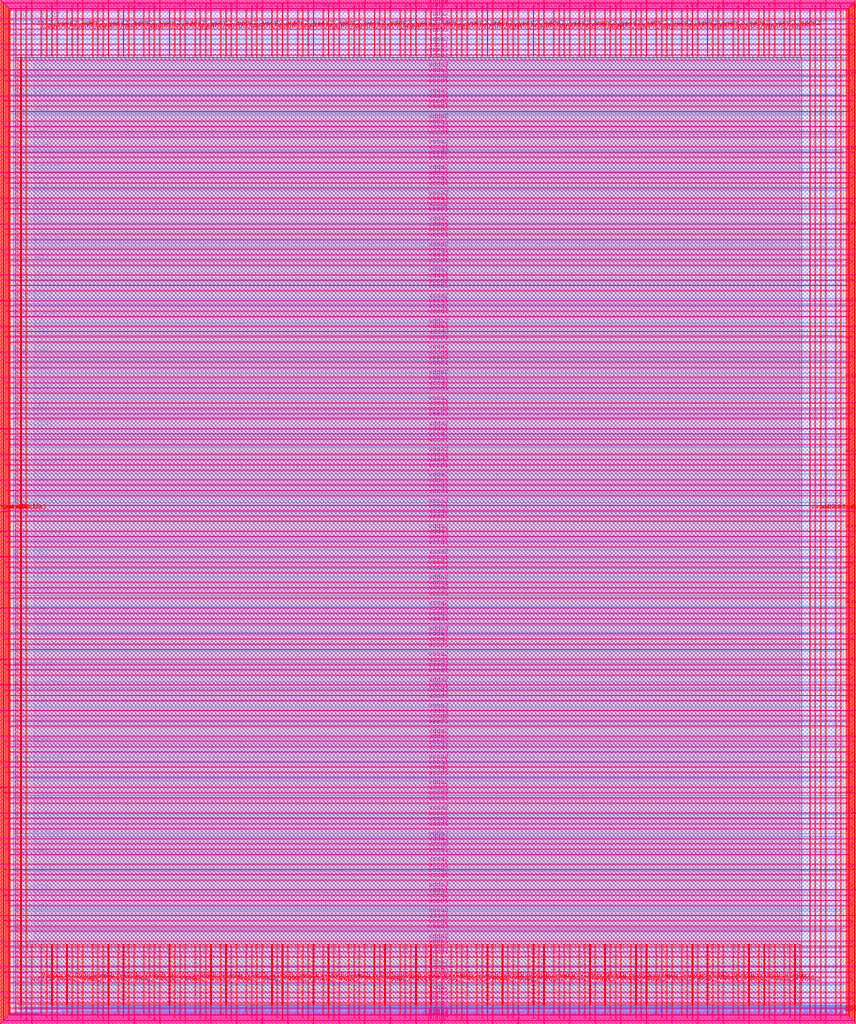
<source format=lef>
VERSION 5.7 ;
  NOWIREEXTENSIONATPIN ON ;
  DIVIDERCHAR "/" ;
  BUSBITCHARS "[]" ;
MACRO user_project_wrapper
  CLASS BLOCK ;
  FOREIGN user_project_wrapper ;
  ORIGIN 0.000 0.000 ;
  SIZE 2920.000 BY 3520.000 ;
  PIN analog_io[0]
    DIRECTION INOUT ;
    USE SIGNAL ;
    PORT
      LAYER met3 ;
        RECT 2917.600 1426.380 2924.800 1427.580 ;
    END
  END analog_io[0]
  PIN analog_io[10]
    DIRECTION INOUT ;
    USE SIGNAL ;
    PORT
      LAYER met2 ;
        RECT 2230.490 3517.600 2231.050 3524.800 ;
    END
  END analog_io[10]
  PIN analog_io[11]
    DIRECTION INOUT ;
    USE SIGNAL ;
    PORT
      LAYER met2 ;
        RECT 1905.730 3517.600 1906.290 3524.800 ;
    END
  END analog_io[11]
  PIN analog_io[12]
    DIRECTION INOUT ;
    USE SIGNAL ;
    PORT
      LAYER met2 ;
        RECT 1581.430 3517.600 1581.990 3524.800 ;
    END
  END analog_io[12]
  PIN analog_io[13]
    DIRECTION INOUT ;
    USE SIGNAL ;
    PORT
      LAYER met2 ;
        RECT 1257.130 3517.600 1257.690 3524.800 ;
    END
  END analog_io[13]
  PIN analog_io[14]
    DIRECTION INOUT ;
    USE SIGNAL ;
    PORT
      LAYER met2 ;
        RECT 932.370 3517.600 932.930 3524.800 ;
    END
  END analog_io[14]
  PIN analog_io[15]
    DIRECTION INOUT ;
    USE SIGNAL ;
    PORT
      LAYER met2 ;
        RECT 608.070 3517.600 608.630 3524.800 ;
    END
  END analog_io[15]
  PIN analog_io[16]
    DIRECTION INOUT ;
    USE SIGNAL ;
    PORT
      LAYER met2 ;
        RECT 283.770 3517.600 284.330 3524.800 ;
    END
  END analog_io[16]
  PIN analog_io[17]
    DIRECTION INOUT ;
    USE SIGNAL ;
    PORT
      LAYER met3 ;
        RECT -4.800 3486.100 2.400 3487.300 ;
    END
  END analog_io[17]
  PIN analog_io[18]
    DIRECTION INOUT ;
    USE SIGNAL ;
    PORT
      LAYER met3 ;
        RECT -4.800 3224.980 2.400 3226.180 ;
    END
  END analog_io[18]
  PIN analog_io[19]
    DIRECTION INOUT ;
    USE SIGNAL ;
    PORT
      LAYER met3 ;
        RECT -4.800 2964.540 2.400 2965.740 ;
    END
  END analog_io[19]
  PIN analog_io[1]
    DIRECTION INOUT ;
    USE SIGNAL ;
    PORT
      LAYER met3 ;
        RECT 2917.600 1692.260 2924.800 1693.460 ;
    END
  END analog_io[1]
  PIN analog_io[20]
    DIRECTION INOUT ;
    USE SIGNAL ;
    PORT
      LAYER met3 ;
        RECT -4.800 2703.420 2.400 2704.620 ;
    END
  END analog_io[20]
  PIN analog_io[21]
    DIRECTION INOUT ;
    USE SIGNAL ;
    PORT
      LAYER met3 ;
        RECT -4.800 2442.980 2.400 2444.180 ;
    END
  END analog_io[21]
  PIN analog_io[22]
    DIRECTION INOUT ;
    USE SIGNAL ;
    PORT
      LAYER met3 ;
        RECT -4.800 2182.540 2.400 2183.740 ;
    END
  END analog_io[22]
  PIN analog_io[23]
    DIRECTION INOUT ;
    USE SIGNAL ;
    PORT
      LAYER met3 ;
        RECT -4.800 1921.420 2.400 1922.620 ;
    END
  END analog_io[23]
  PIN analog_io[24]
    DIRECTION INOUT ;
    USE SIGNAL ;
    PORT
      LAYER met3 ;
        RECT -4.800 1660.980 2.400 1662.180 ;
    END
  END analog_io[24]
  PIN analog_io[25]
    DIRECTION INOUT ;
    USE SIGNAL ;
    PORT
      LAYER met3 ;
        RECT -4.800 1399.860 2.400 1401.060 ;
    END
  END analog_io[25]
  PIN analog_io[26]
    DIRECTION INOUT ;
    USE SIGNAL ;
    PORT
      LAYER met3 ;
        RECT -4.800 1139.420 2.400 1140.620 ;
    END
  END analog_io[26]
  PIN analog_io[27]
    DIRECTION INOUT ;
    USE SIGNAL ;
    PORT
      LAYER met3 ;
        RECT -4.800 878.980 2.400 880.180 ;
    END
  END analog_io[27]
  PIN analog_io[28]
    DIRECTION INOUT ;
    USE SIGNAL ;
    PORT
      LAYER met3 ;
        RECT -4.800 617.860 2.400 619.060 ;
    END
  END analog_io[28]
  PIN analog_io[2]
    DIRECTION INOUT ;
    USE SIGNAL ;
    PORT
      LAYER met3 ;
        RECT 2917.600 1958.140 2924.800 1959.340 ;
    END
  END analog_io[2]
  PIN analog_io[3]
    DIRECTION INOUT ;
    USE SIGNAL ;
    PORT
      LAYER met3 ;
        RECT 2917.600 2223.340 2924.800 2224.540 ;
    END
  END analog_io[3]
  PIN analog_io[4]
    DIRECTION INOUT ;
    USE SIGNAL ;
    PORT
      LAYER met3 ;
        RECT 2917.600 2489.220 2924.800 2490.420 ;
    END
  END analog_io[4]
  PIN analog_io[5]
    DIRECTION INOUT ;
    USE SIGNAL ;
    PORT
      LAYER met3 ;
        RECT 2917.600 2755.100 2924.800 2756.300 ;
    END
  END analog_io[5]
  PIN analog_io[6]
    DIRECTION INOUT ;
    USE SIGNAL ;
    PORT
      LAYER met3 ;
        RECT 2917.600 3020.300 2924.800 3021.500 ;
    END
  END analog_io[6]
  PIN analog_io[7]
    DIRECTION INOUT ;
    USE SIGNAL ;
    PORT
      LAYER met3 ;
        RECT 2917.600 3286.180 2924.800 3287.380 ;
    END
  END analog_io[7]
  PIN analog_io[8]
    DIRECTION INOUT ;
    USE SIGNAL ;
    PORT
      LAYER met2 ;
        RECT 2879.090 3517.600 2879.650 3524.800 ;
    END
  END analog_io[8]
  PIN analog_io[9]
    DIRECTION INOUT ;
    USE SIGNAL ;
    PORT
      LAYER met2 ;
        RECT 2554.790 3517.600 2555.350 3524.800 ;
    END
  END analog_io[9]
  PIN io_in[0]
    DIRECTION INPUT ;
    USE SIGNAL ;
    PORT
      LAYER met3 ;
        RECT 2917.600 32.380 2924.800 33.580 ;
    END
  END io_in[0]
  PIN io_in[10]
    DIRECTION INPUT ;
    USE SIGNAL ;
    PORT
      LAYER met3 ;
        RECT 2917.600 2289.980 2924.800 2291.180 ;
    END
  END io_in[10]
  PIN io_in[11]
    DIRECTION INPUT ;
    USE SIGNAL ;
    PORT
      LAYER met3 ;
        RECT 2917.600 2555.860 2924.800 2557.060 ;
    END
  END io_in[11]
  PIN io_in[12]
    DIRECTION INPUT ;
    USE SIGNAL ;
    PORT
      LAYER met3 ;
        RECT 2917.600 2821.060 2924.800 2822.260 ;
    END
  END io_in[12]
  PIN io_in[13]
    DIRECTION INPUT ;
    USE SIGNAL ;
    PORT
      LAYER met3 ;
        RECT 2917.600 3086.940 2924.800 3088.140 ;
    END
  END io_in[13]
  PIN io_in[14]
    DIRECTION INPUT ;
    USE SIGNAL ;
    PORT
      LAYER met3 ;
        RECT 2917.600 3352.820 2924.800 3354.020 ;
    END
  END io_in[14]
  PIN io_in[15]
    DIRECTION INPUT ;
    USE SIGNAL ;
    PORT
      LAYER met2 ;
        RECT 2798.130 3517.600 2798.690 3524.800 ;
    END
  END io_in[15]
  PIN io_in[16]
    DIRECTION INPUT ;
    USE SIGNAL ;
    PORT
      LAYER met2 ;
        RECT 2473.830 3517.600 2474.390 3524.800 ;
    END
  END io_in[16]
  PIN io_in[17]
    DIRECTION INPUT ;
    USE SIGNAL ;
    PORT
      LAYER met2 ;
        RECT 2149.070 3517.600 2149.630 3524.800 ;
    END
  END io_in[17]
  PIN io_in[18]
    DIRECTION INPUT ;
    USE SIGNAL ;
    PORT
      LAYER met2 ;
        RECT 1824.770 3517.600 1825.330 3524.800 ;
    END
  END io_in[18]
  PIN io_in[19]
    DIRECTION INPUT ;
    USE SIGNAL ;
    PORT
      LAYER met2 ;
        RECT 1500.470 3517.600 1501.030 3524.800 ;
    END
  END io_in[19]
  PIN io_in[1]
    DIRECTION INPUT ;
    USE SIGNAL ;
    PORT
      LAYER met3 ;
        RECT 2917.600 230.940 2924.800 232.140 ;
    END
  END io_in[1]
  PIN io_in[20]
    DIRECTION INPUT ;
    USE SIGNAL ;
    PORT
      LAYER met2 ;
        RECT 1175.710 3517.600 1176.270 3524.800 ;
    END
  END io_in[20]
  PIN io_in[21]
    DIRECTION INPUT ;
    USE SIGNAL ;
    PORT
      LAYER met2 ;
        RECT 851.410 3517.600 851.970 3524.800 ;
    END
  END io_in[21]
  PIN io_in[22]
    DIRECTION INPUT ;
    USE SIGNAL ;
    PORT
      LAYER met2 ;
        RECT 527.110 3517.600 527.670 3524.800 ;
    END
  END io_in[22]
  PIN io_in[23]
    DIRECTION INPUT ;
    USE SIGNAL ;
    PORT
      LAYER met2 ;
        RECT 202.350 3517.600 202.910 3524.800 ;
    END
  END io_in[23]
  PIN io_in[24]
    DIRECTION INPUT ;
    USE SIGNAL ;
    PORT
      LAYER met3 ;
        RECT -4.800 3420.820 2.400 3422.020 ;
    END
  END io_in[24]
  PIN io_in[25]
    DIRECTION INPUT ;
    USE SIGNAL ;
    PORT
      LAYER met3 ;
        RECT -4.800 3159.700 2.400 3160.900 ;
    END
  END io_in[25]
  PIN io_in[26]
    DIRECTION INPUT ;
    USE SIGNAL ;
    PORT
      LAYER met3 ;
        RECT -4.800 2899.260 2.400 2900.460 ;
    END
  END io_in[26]
  PIN io_in[27]
    DIRECTION INPUT ;
    USE SIGNAL ;
    PORT
      LAYER met3 ;
        RECT -4.800 2638.820 2.400 2640.020 ;
    END
  END io_in[27]
  PIN io_in[28]
    DIRECTION INPUT ;
    USE SIGNAL ;
    PORT
      LAYER met3 ;
        RECT -4.800 2377.700 2.400 2378.900 ;
    END
  END io_in[28]
  PIN io_in[29]
    DIRECTION INPUT ;
    USE SIGNAL ;
    PORT
      LAYER met3 ;
        RECT -4.800 2117.260 2.400 2118.460 ;
    END
  END io_in[29]
  PIN io_in[2]
    DIRECTION INPUT ;
    USE SIGNAL ;
    PORT
      LAYER met3 ;
        RECT 2917.600 430.180 2924.800 431.380 ;
    END
  END io_in[2]
  PIN io_in[30]
    DIRECTION INPUT ;
    USE SIGNAL ;
    PORT
      LAYER met3 ;
        RECT -4.800 1856.140 2.400 1857.340 ;
    END
  END io_in[30]
  PIN io_in[31]
    DIRECTION INPUT ;
    USE SIGNAL ;
    PORT
      LAYER met3 ;
        RECT -4.800 1595.700 2.400 1596.900 ;
    END
  END io_in[31]
  PIN io_in[32]
    DIRECTION INPUT ;
    USE SIGNAL ;
    PORT
      LAYER met3 ;
        RECT -4.800 1335.260 2.400 1336.460 ;
    END
  END io_in[32]
  PIN io_in[33]
    DIRECTION INPUT ;
    USE SIGNAL ;
    PORT
      LAYER met3 ;
        RECT -4.800 1074.140 2.400 1075.340 ;
    END
  END io_in[33]
  PIN io_in[34]
    DIRECTION INPUT ;
    USE SIGNAL ;
    PORT
      LAYER met3 ;
        RECT -4.800 813.700 2.400 814.900 ;
    END
  END io_in[34]
  PIN io_in[35]
    DIRECTION INPUT ;
    USE SIGNAL ;
    PORT
      LAYER met3 ;
        RECT -4.800 552.580 2.400 553.780 ;
    END
  END io_in[35]
  PIN io_in[36]
    DIRECTION INPUT ;
    USE SIGNAL ;
    PORT
      LAYER met3 ;
        RECT -4.800 357.420 2.400 358.620 ;
    END
  END io_in[36]
  PIN io_in[37]
    DIRECTION INPUT ;
    USE SIGNAL ;
    PORT
      LAYER met3 ;
        RECT -4.800 161.580 2.400 162.780 ;
    END
  END io_in[37]
  PIN io_in[3]
    DIRECTION INPUT ;
    USE SIGNAL ;
    PORT
      LAYER met3 ;
        RECT 2917.600 629.420 2924.800 630.620 ;
    END
  END io_in[3]
  PIN io_in[4]
    DIRECTION INPUT ;
    USE SIGNAL ;
    PORT
      LAYER met3 ;
        RECT 2917.600 828.660 2924.800 829.860 ;
    END
  END io_in[4]
  PIN io_in[5]
    DIRECTION INPUT ;
    USE SIGNAL ;
    PORT
      LAYER met3 ;
        RECT 2917.600 1027.900 2924.800 1029.100 ;
    END
  END io_in[5]
  PIN io_in[6]
    DIRECTION INPUT ;
    USE SIGNAL ;
    PORT
      LAYER met3 ;
        RECT 2917.600 1227.140 2924.800 1228.340 ;
    END
  END io_in[6]
  PIN io_in[7]
    DIRECTION INPUT ;
    USE SIGNAL ;
    PORT
      LAYER met3 ;
        RECT 2917.600 1493.020 2924.800 1494.220 ;
    END
  END io_in[7]
  PIN io_in[8]
    DIRECTION INPUT ;
    USE SIGNAL ;
    PORT
      LAYER met3 ;
        RECT 2917.600 1758.900 2924.800 1760.100 ;
    END
  END io_in[8]
  PIN io_in[9]
    DIRECTION INPUT ;
    USE SIGNAL ;
    PORT
      LAYER met3 ;
        RECT 2917.600 2024.100 2924.800 2025.300 ;
    END
  END io_in[9]
  PIN io_oeb[0]
    DIRECTION OUTPUT TRISTATE ;
    USE SIGNAL ;
    PORT
      LAYER met3 ;
        RECT 2917.600 164.980 2924.800 166.180 ;
    END
  END io_oeb[0]
  PIN io_oeb[10]
    DIRECTION OUTPUT TRISTATE ;
    USE SIGNAL ;
    PORT
      LAYER met3 ;
        RECT 2917.600 2422.580 2924.800 2423.780 ;
    END
  END io_oeb[10]
  PIN io_oeb[11]
    DIRECTION OUTPUT TRISTATE ;
    USE SIGNAL ;
    PORT
      LAYER met3 ;
        RECT 2917.600 2688.460 2924.800 2689.660 ;
    END
  END io_oeb[11]
  PIN io_oeb[12]
    DIRECTION OUTPUT TRISTATE ;
    USE SIGNAL ;
    PORT
      LAYER met3 ;
        RECT 2917.600 2954.340 2924.800 2955.540 ;
    END
  END io_oeb[12]
  PIN io_oeb[13]
    DIRECTION OUTPUT TRISTATE ;
    USE SIGNAL ;
    PORT
      LAYER met3 ;
        RECT 2917.600 3219.540 2924.800 3220.740 ;
    END
  END io_oeb[13]
  PIN io_oeb[14]
    DIRECTION OUTPUT TRISTATE ;
    USE SIGNAL ;
    PORT
      LAYER met3 ;
        RECT 2917.600 3485.420 2924.800 3486.620 ;
    END
  END io_oeb[14]
  PIN io_oeb[15]
    DIRECTION OUTPUT TRISTATE ;
    USE SIGNAL ;
    PORT
      LAYER met2 ;
        RECT 2635.750 3517.600 2636.310 3524.800 ;
    END
  END io_oeb[15]
  PIN io_oeb[16]
    DIRECTION OUTPUT TRISTATE ;
    USE SIGNAL ;
    PORT
      LAYER met2 ;
        RECT 2311.450 3517.600 2312.010 3524.800 ;
    END
  END io_oeb[16]
  PIN io_oeb[17]
    DIRECTION OUTPUT TRISTATE ;
    USE SIGNAL ;
    PORT
      LAYER met2 ;
        RECT 1987.150 3517.600 1987.710 3524.800 ;
    END
  END io_oeb[17]
  PIN io_oeb[18]
    DIRECTION OUTPUT TRISTATE ;
    USE SIGNAL ;
    PORT
      LAYER met2 ;
        RECT 1662.390 3517.600 1662.950 3524.800 ;
    END
  END io_oeb[18]
  PIN io_oeb[19]
    DIRECTION OUTPUT TRISTATE ;
    USE SIGNAL ;
    PORT
      LAYER met2 ;
        RECT 1338.090 3517.600 1338.650 3524.800 ;
    END
  END io_oeb[19]
  PIN io_oeb[1]
    DIRECTION OUTPUT TRISTATE ;
    USE SIGNAL ;
    PORT
      LAYER met3 ;
        RECT 2917.600 364.220 2924.800 365.420 ;
    END
  END io_oeb[1]
  PIN io_oeb[20]
    DIRECTION OUTPUT TRISTATE ;
    USE SIGNAL ;
    PORT
      LAYER met2 ;
        RECT 1013.790 3517.600 1014.350 3524.800 ;
    END
  END io_oeb[20]
  PIN io_oeb[21]
    DIRECTION OUTPUT TRISTATE ;
    USE SIGNAL ;
    PORT
      LAYER met2 ;
        RECT 689.030 3517.600 689.590 3524.800 ;
    END
  END io_oeb[21]
  PIN io_oeb[22]
    DIRECTION OUTPUT TRISTATE ;
    USE SIGNAL ;
    PORT
      LAYER met2 ;
        RECT 364.730 3517.600 365.290 3524.800 ;
    END
  END io_oeb[22]
  PIN io_oeb[23]
    DIRECTION OUTPUT TRISTATE ;
    USE SIGNAL ;
    PORT
      LAYER met2 ;
        RECT 40.430 3517.600 40.990 3524.800 ;
    END
  END io_oeb[23]
  PIN io_oeb[24]
    DIRECTION OUTPUT TRISTATE ;
    USE SIGNAL ;
    PORT
      LAYER met3 ;
        RECT -4.800 3290.260 2.400 3291.460 ;
    END
  END io_oeb[24]
  PIN io_oeb[25]
    DIRECTION OUTPUT TRISTATE ;
    USE SIGNAL ;
    PORT
      LAYER met3 ;
        RECT -4.800 3029.820 2.400 3031.020 ;
    END
  END io_oeb[25]
  PIN io_oeb[26]
    DIRECTION OUTPUT TRISTATE ;
    USE SIGNAL ;
    PORT
      LAYER met3 ;
        RECT -4.800 2768.700 2.400 2769.900 ;
    END
  END io_oeb[26]
  PIN io_oeb[27]
    DIRECTION OUTPUT TRISTATE ;
    USE SIGNAL ;
    PORT
      LAYER met3 ;
        RECT -4.800 2508.260 2.400 2509.460 ;
    END
  END io_oeb[27]
  PIN io_oeb[28]
    DIRECTION OUTPUT TRISTATE ;
    USE SIGNAL ;
    PORT
      LAYER met3 ;
        RECT -4.800 2247.140 2.400 2248.340 ;
    END
  END io_oeb[28]
  PIN io_oeb[29]
    DIRECTION OUTPUT TRISTATE ;
    USE SIGNAL ;
    PORT
      LAYER met3 ;
        RECT -4.800 1986.700 2.400 1987.900 ;
    END
  END io_oeb[29]
  PIN io_oeb[2]
    DIRECTION OUTPUT TRISTATE ;
    USE SIGNAL ;
    PORT
      LAYER met3 ;
        RECT 2917.600 563.460 2924.800 564.660 ;
    END
  END io_oeb[2]
  PIN io_oeb[30]
    DIRECTION OUTPUT TRISTATE ;
    USE SIGNAL ;
    PORT
      LAYER met3 ;
        RECT -4.800 1726.260 2.400 1727.460 ;
    END
  END io_oeb[30]
  PIN io_oeb[31]
    DIRECTION OUTPUT TRISTATE ;
    USE SIGNAL ;
    PORT
      LAYER met3 ;
        RECT -4.800 1465.140 2.400 1466.340 ;
    END
  END io_oeb[31]
  PIN io_oeb[32]
    DIRECTION OUTPUT TRISTATE ;
    USE SIGNAL ;
    PORT
      LAYER met3 ;
        RECT -4.800 1204.700 2.400 1205.900 ;
    END
  END io_oeb[32]
  PIN io_oeb[33]
    DIRECTION OUTPUT TRISTATE ;
    USE SIGNAL ;
    PORT
      LAYER met3 ;
        RECT -4.800 943.580 2.400 944.780 ;
    END
  END io_oeb[33]
  PIN io_oeb[34]
    DIRECTION OUTPUT TRISTATE ;
    USE SIGNAL ;
    PORT
      LAYER met3 ;
        RECT -4.800 683.140 2.400 684.340 ;
    END
  END io_oeb[34]
  PIN io_oeb[35]
    DIRECTION OUTPUT TRISTATE ;
    USE SIGNAL ;
    PORT
      LAYER met3 ;
        RECT -4.800 422.700 2.400 423.900 ;
    END
  END io_oeb[35]
  PIN io_oeb[36]
    DIRECTION OUTPUT TRISTATE ;
    USE SIGNAL ;
    PORT
      LAYER met3 ;
        RECT -4.800 226.860 2.400 228.060 ;
    END
  END io_oeb[36]
  PIN io_oeb[37]
    DIRECTION OUTPUT TRISTATE ;
    USE SIGNAL ;
    PORT
      LAYER met3 ;
        RECT -4.800 31.700 2.400 32.900 ;
    END
  END io_oeb[37]
  PIN io_oeb[3]
    DIRECTION OUTPUT TRISTATE ;
    USE SIGNAL ;
    PORT
      LAYER met3 ;
        RECT 2917.600 762.700 2924.800 763.900 ;
    END
  END io_oeb[3]
  PIN io_oeb[4]
    DIRECTION OUTPUT TRISTATE ;
    USE SIGNAL ;
    PORT
      LAYER met3 ;
        RECT 2917.600 961.940 2924.800 963.140 ;
    END
  END io_oeb[4]
  PIN io_oeb[5]
    DIRECTION OUTPUT TRISTATE ;
    USE SIGNAL ;
    PORT
      LAYER met3 ;
        RECT 2917.600 1161.180 2924.800 1162.380 ;
    END
  END io_oeb[5]
  PIN io_oeb[6]
    DIRECTION OUTPUT TRISTATE ;
    USE SIGNAL ;
    PORT
      LAYER met3 ;
        RECT 2917.600 1360.420 2924.800 1361.620 ;
    END
  END io_oeb[6]
  PIN io_oeb[7]
    DIRECTION OUTPUT TRISTATE ;
    USE SIGNAL ;
    PORT
      LAYER met3 ;
        RECT 2917.600 1625.620 2924.800 1626.820 ;
    END
  END io_oeb[7]
  PIN io_oeb[8]
    DIRECTION OUTPUT TRISTATE ;
    USE SIGNAL ;
    PORT
      LAYER met3 ;
        RECT 2917.600 1891.500 2924.800 1892.700 ;
    END
  END io_oeb[8]
  PIN io_oeb[9]
    DIRECTION OUTPUT TRISTATE ;
    USE SIGNAL ;
    PORT
      LAYER met3 ;
        RECT 2917.600 2157.380 2924.800 2158.580 ;
    END
  END io_oeb[9]
  PIN io_out[0]
    DIRECTION OUTPUT TRISTATE ;
    USE SIGNAL ;
    PORT
      LAYER met3 ;
        RECT 2917.600 98.340 2924.800 99.540 ;
    END
  END io_out[0]
  PIN io_out[10]
    DIRECTION OUTPUT TRISTATE ;
    USE SIGNAL ;
    PORT
      LAYER met3 ;
        RECT 2917.600 2356.620 2924.800 2357.820 ;
    END
  END io_out[10]
  PIN io_out[11]
    DIRECTION OUTPUT TRISTATE ;
    USE SIGNAL ;
    PORT
      LAYER met3 ;
        RECT 2917.600 2621.820 2924.800 2623.020 ;
    END
  END io_out[11]
  PIN io_out[12]
    DIRECTION OUTPUT TRISTATE ;
    USE SIGNAL ;
    PORT
      LAYER met3 ;
        RECT 2917.600 2887.700 2924.800 2888.900 ;
    END
  END io_out[12]
  PIN io_out[13]
    DIRECTION OUTPUT TRISTATE ;
    USE SIGNAL ;
    PORT
      LAYER met3 ;
        RECT 2917.600 3153.580 2924.800 3154.780 ;
    END
  END io_out[13]
  PIN io_out[14]
    DIRECTION OUTPUT TRISTATE ;
    USE SIGNAL ;
    PORT
      LAYER met3 ;
        RECT 2917.600 3418.780 2924.800 3419.980 ;
    END
  END io_out[14]
  PIN io_out[15]
    DIRECTION OUTPUT TRISTATE ;
    USE SIGNAL ;
    PORT
      LAYER met2 ;
        RECT 2717.170 3517.600 2717.730 3524.800 ;
    END
  END io_out[15]
  PIN io_out[16]
    DIRECTION OUTPUT TRISTATE ;
    USE SIGNAL ;
    PORT
      LAYER met2 ;
        RECT 2392.410 3517.600 2392.970 3524.800 ;
    END
  END io_out[16]
  PIN io_out[17]
    DIRECTION OUTPUT TRISTATE ;
    USE SIGNAL ;
    PORT
      LAYER met2 ;
        RECT 2068.110 3517.600 2068.670 3524.800 ;
    END
  END io_out[17]
  PIN io_out[18]
    DIRECTION OUTPUT TRISTATE ;
    USE SIGNAL ;
    PORT
      LAYER met2 ;
        RECT 1743.810 3517.600 1744.370 3524.800 ;
    END
  END io_out[18]
  PIN io_out[19]
    DIRECTION OUTPUT TRISTATE ;
    USE SIGNAL ;
    PORT
      LAYER met2 ;
        RECT 1419.050 3517.600 1419.610 3524.800 ;
    END
  END io_out[19]
  PIN io_out[1]
    DIRECTION OUTPUT TRISTATE ;
    USE SIGNAL ;
    PORT
      LAYER met3 ;
        RECT 2917.600 297.580 2924.800 298.780 ;
    END
  END io_out[1]
  PIN io_out[20]
    DIRECTION OUTPUT TRISTATE ;
    USE SIGNAL ;
    PORT
      LAYER met2 ;
        RECT 1094.750 3517.600 1095.310 3524.800 ;
    END
  END io_out[20]
  PIN io_out[21]
    DIRECTION OUTPUT TRISTATE ;
    USE SIGNAL ;
    PORT
      LAYER met2 ;
        RECT 770.450 3517.600 771.010 3524.800 ;
    END
  END io_out[21]
  PIN io_out[22]
    DIRECTION OUTPUT TRISTATE ;
    USE SIGNAL ;
    PORT
      LAYER met2 ;
        RECT 445.690 3517.600 446.250 3524.800 ;
    END
  END io_out[22]
  PIN io_out[23]
    DIRECTION OUTPUT TRISTATE ;
    USE SIGNAL ;
    PORT
      LAYER met2 ;
        RECT 121.390 3517.600 121.950 3524.800 ;
    END
  END io_out[23]
  PIN io_out[24]
    DIRECTION OUTPUT TRISTATE ;
    USE SIGNAL ;
    PORT
      LAYER met3 ;
        RECT -4.800 3355.540 2.400 3356.740 ;
    END
  END io_out[24]
  PIN io_out[25]
    DIRECTION OUTPUT TRISTATE ;
    USE SIGNAL ;
    PORT
      LAYER met3 ;
        RECT -4.800 3095.100 2.400 3096.300 ;
    END
  END io_out[25]
  PIN io_out[26]
    DIRECTION OUTPUT TRISTATE ;
    USE SIGNAL ;
    PORT
      LAYER met3 ;
        RECT -4.800 2833.980 2.400 2835.180 ;
    END
  END io_out[26]
  PIN io_out[27]
    DIRECTION OUTPUT TRISTATE ;
    USE SIGNAL ;
    PORT
      LAYER met3 ;
        RECT -4.800 2573.540 2.400 2574.740 ;
    END
  END io_out[27]
  PIN io_out[28]
    DIRECTION OUTPUT TRISTATE ;
    USE SIGNAL ;
    PORT
      LAYER met3 ;
        RECT -4.800 2312.420 2.400 2313.620 ;
    END
  END io_out[28]
  PIN io_out[29]
    DIRECTION OUTPUT TRISTATE ;
    USE SIGNAL ;
    PORT
      LAYER met3 ;
        RECT -4.800 2051.980 2.400 2053.180 ;
    END
  END io_out[29]
  PIN io_out[2]
    DIRECTION OUTPUT TRISTATE ;
    USE SIGNAL ;
    PORT
      LAYER met3 ;
        RECT 2917.600 496.820 2924.800 498.020 ;
    END
  END io_out[2]
  PIN io_out[30]
    DIRECTION OUTPUT TRISTATE ;
    USE SIGNAL ;
    PORT
      LAYER met3 ;
        RECT -4.800 1791.540 2.400 1792.740 ;
    END
  END io_out[30]
  PIN io_out[31]
    DIRECTION OUTPUT TRISTATE ;
    USE SIGNAL ;
    PORT
      LAYER met3 ;
        RECT -4.800 1530.420 2.400 1531.620 ;
    END
  END io_out[31]
  PIN io_out[32]
    DIRECTION OUTPUT TRISTATE ;
    USE SIGNAL ;
    PORT
      LAYER met3 ;
        RECT -4.800 1269.980 2.400 1271.180 ;
    END
  END io_out[32]
  PIN io_out[33]
    DIRECTION OUTPUT TRISTATE ;
    USE SIGNAL ;
    PORT
      LAYER met3 ;
        RECT -4.800 1008.860 2.400 1010.060 ;
    END
  END io_out[33]
  PIN io_out[34]
    DIRECTION OUTPUT TRISTATE ;
    USE SIGNAL ;
    PORT
      LAYER met3 ;
        RECT -4.800 748.420 2.400 749.620 ;
    END
  END io_out[34]
  PIN io_out[35]
    DIRECTION OUTPUT TRISTATE ;
    USE SIGNAL ;
    PORT
      LAYER met3 ;
        RECT -4.800 487.300 2.400 488.500 ;
    END
  END io_out[35]
  PIN io_out[36]
    DIRECTION OUTPUT TRISTATE ;
    USE SIGNAL ;
    PORT
      LAYER met3 ;
        RECT -4.800 292.140 2.400 293.340 ;
    END
  END io_out[36]
  PIN io_out[37]
    DIRECTION OUTPUT TRISTATE ;
    USE SIGNAL ;
    PORT
      LAYER met3 ;
        RECT -4.800 96.300 2.400 97.500 ;
    END
  END io_out[37]
  PIN io_out[3]
    DIRECTION OUTPUT TRISTATE ;
    USE SIGNAL ;
    PORT
      LAYER met3 ;
        RECT 2917.600 696.060 2924.800 697.260 ;
    END
  END io_out[3]
  PIN io_out[4]
    DIRECTION OUTPUT TRISTATE ;
    USE SIGNAL ;
    PORT
      LAYER met3 ;
        RECT 2917.600 895.300 2924.800 896.500 ;
    END
  END io_out[4]
  PIN io_out[5]
    DIRECTION OUTPUT TRISTATE ;
    USE SIGNAL ;
    PORT
      LAYER met3 ;
        RECT 2917.600 1094.540 2924.800 1095.740 ;
    END
  END io_out[5]
  PIN io_out[6]
    DIRECTION OUTPUT TRISTATE ;
    USE SIGNAL ;
    PORT
      LAYER met3 ;
        RECT 2917.600 1293.780 2924.800 1294.980 ;
    END
  END io_out[6]
  PIN io_out[7]
    DIRECTION OUTPUT TRISTATE ;
    USE SIGNAL ;
    PORT
      LAYER met3 ;
        RECT 2917.600 1559.660 2924.800 1560.860 ;
    END
  END io_out[7]
  PIN io_out[8]
    DIRECTION OUTPUT TRISTATE ;
    USE SIGNAL ;
    PORT
      LAYER met3 ;
        RECT 2917.600 1824.860 2924.800 1826.060 ;
    END
  END io_out[8]
  PIN io_out[9]
    DIRECTION OUTPUT TRISTATE ;
    USE SIGNAL ;
    PORT
      LAYER met3 ;
        RECT 2917.600 2090.740 2924.800 2091.940 ;
    END
  END io_out[9]
  PIN la_data_in[0]
    DIRECTION INPUT ;
    USE SIGNAL ;
    PORT
      LAYER met2 ;
        RECT 629.230 -4.800 629.790 2.400 ;
    END
  END la_data_in[0]
  PIN la_data_in[100]
    DIRECTION INPUT ;
    USE SIGNAL ;
    PORT
      LAYER met2 ;
        RECT 2402.530 -4.800 2403.090 2.400 ;
    END
  END la_data_in[100]
  PIN la_data_in[101]
    DIRECTION INPUT ;
    USE SIGNAL ;
    PORT
      LAYER met2 ;
        RECT 2420.010 -4.800 2420.570 2.400 ;
    END
  END la_data_in[101]
  PIN la_data_in[102]
    DIRECTION INPUT ;
    USE SIGNAL ;
    PORT
      LAYER met2 ;
        RECT 2437.950 -4.800 2438.510 2.400 ;
    END
  END la_data_in[102]
  PIN la_data_in[103]
    DIRECTION INPUT ;
    USE SIGNAL ;
    PORT
      LAYER met2 ;
        RECT 2455.430 -4.800 2455.990 2.400 ;
    END
  END la_data_in[103]
  PIN la_data_in[104]
    DIRECTION INPUT ;
    USE SIGNAL ;
    PORT
      LAYER met2 ;
        RECT 2473.370 -4.800 2473.930 2.400 ;
    END
  END la_data_in[104]
  PIN la_data_in[105]
    DIRECTION INPUT ;
    USE SIGNAL ;
    PORT
      LAYER met2 ;
        RECT 2490.850 -4.800 2491.410 2.400 ;
    END
  END la_data_in[105]
  PIN la_data_in[106]
    DIRECTION INPUT ;
    USE SIGNAL ;
    PORT
      LAYER met2 ;
        RECT 2508.790 -4.800 2509.350 2.400 ;
    END
  END la_data_in[106]
  PIN la_data_in[107]
    DIRECTION INPUT ;
    USE SIGNAL ;
    PORT
      LAYER met2 ;
        RECT 2526.730 -4.800 2527.290 2.400 ;
    END
  END la_data_in[107]
  PIN la_data_in[108]
    DIRECTION INPUT ;
    USE SIGNAL ;
    PORT
      LAYER met2 ;
        RECT 2544.210 -4.800 2544.770 2.400 ;
    END
  END la_data_in[108]
  PIN la_data_in[109]
    DIRECTION INPUT ;
    USE SIGNAL ;
    PORT
      LAYER met2 ;
        RECT 2562.150 -4.800 2562.710 2.400 ;
    END
  END la_data_in[109]
  PIN la_data_in[10]
    DIRECTION INPUT ;
    USE SIGNAL ;
    PORT
      LAYER met2 ;
        RECT 806.330 -4.800 806.890 2.400 ;
    END
  END la_data_in[10]
  PIN la_data_in[110]
    DIRECTION INPUT ;
    USE SIGNAL ;
    PORT
      LAYER met2 ;
        RECT 2579.630 -4.800 2580.190 2.400 ;
    END
  END la_data_in[110]
  PIN la_data_in[111]
    DIRECTION INPUT ;
    USE SIGNAL ;
    PORT
      LAYER met2 ;
        RECT 2597.570 -4.800 2598.130 2.400 ;
    END
  END la_data_in[111]
  PIN la_data_in[112]
    DIRECTION INPUT ;
    USE SIGNAL ;
    PORT
      LAYER met2 ;
        RECT 2615.050 -4.800 2615.610 2.400 ;
    END
  END la_data_in[112]
  PIN la_data_in[113]
    DIRECTION INPUT ;
    USE SIGNAL ;
    PORT
      LAYER met2 ;
        RECT 2632.990 -4.800 2633.550 2.400 ;
    END
  END la_data_in[113]
  PIN la_data_in[114]
    DIRECTION INPUT ;
    USE SIGNAL ;
    PORT
      LAYER met2 ;
        RECT 2650.470 -4.800 2651.030 2.400 ;
    END
  END la_data_in[114]
  PIN la_data_in[115]
    DIRECTION INPUT ;
    USE SIGNAL ;
    PORT
      LAYER met2 ;
        RECT 2668.410 -4.800 2668.970 2.400 ;
    END
  END la_data_in[115]
  PIN la_data_in[116]
    DIRECTION INPUT ;
    USE SIGNAL ;
    PORT
      LAYER met2 ;
        RECT 2685.890 -4.800 2686.450 2.400 ;
    END
  END la_data_in[116]
  PIN la_data_in[117]
    DIRECTION INPUT ;
    USE SIGNAL ;
    PORT
      LAYER met2 ;
        RECT 2703.830 -4.800 2704.390 2.400 ;
    END
  END la_data_in[117]
  PIN la_data_in[118]
    DIRECTION INPUT ;
    USE SIGNAL ;
    PORT
      LAYER met2 ;
        RECT 2721.770 -4.800 2722.330 2.400 ;
    END
  END la_data_in[118]
  PIN la_data_in[119]
    DIRECTION INPUT ;
    USE SIGNAL ;
    PORT
      LAYER met2 ;
        RECT 2739.250 -4.800 2739.810 2.400 ;
    END
  END la_data_in[119]
  PIN la_data_in[11]
    DIRECTION INPUT ;
    USE SIGNAL ;
    PORT
      LAYER met2 ;
        RECT 824.270 -4.800 824.830 2.400 ;
    END
  END la_data_in[11]
  PIN la_data_in[120]
    DIRECTION INPUT ;
    USE SIGNAL ;
    PORT
      LAYER met2 ;
        RECT 2757.190 -4.800 2757.750 2.400 ;
    END
  END la_data_in[120]
  PIN la_data_in[121]
    DIRECTION INPUT ;
    USE SIGNAL ;
    PORT
      LAYER met2 ;
        RECT 2774.670 -4.800 2775.230 2.400 ;
    END
  END la_data_in[121]
  PIN la_data_in[122]
    DIRECTION INPUT ;
    USE SIGNAL ;
    PORT
      LAYER met2 ;
        RECT 2792.610 -4.800 2793.170 2.400 ;
    END
  END la_data_in[122]
  PIN la_data_in[123]
    DIRECTION INPUT ;
    USE SIGNAL ;
    PORT
      LAYER met2 ;
        RECT 2810.090 -4.800 2810.650 2.400 ;
    END
  END la_data_in[123]
  PIN la_data_in[124]
    DIRECTION INPUT ;
    USE SIGNAL ;
    PORT
      LAYER met2 ;
        RECT 2828.030 -4.800 2828.590 2.400 ;
    END
  END la_data_in[124]
  PIN la_data_in[125]
    DIRECTION INPUT ;
    USE SIGNAL ;
    PORT
      LAYER met2 ;
        RECT 2845.510 -4.800 2846.070 2.400 ;
    END
  END la_data_in[125]
  PIN la_data_in[126]
    DIRECTION INPUT ;
    USE SIGNAL ;
    PORT
      LAYER met2 ;
        RECT 2863.450 -4.800 2864.010 2.400 ;
    END
  END la_data_in[126]
  PIN la_data_in[127]
    DIRECTION INPUT ;
    USE SIGNAL ;
    PORT
      LAYER met2 ;
        RECT 2881.390 -4.800 2881.950 2.400 ;
    END
  END la_data_in[127]
  PIN la_data_in[12]
    DIRECTION INPUT ;
    USE SIGNAL ;
    PORT
      LAYER met2 ;
        RECT 841.750 -4.800 842.310 2.400 ;
    END
  END la_data_in[12]
  PIN la_data_in[13]
    DIRECTION INPUT ;
    USE SIGNAL ;
    PORT
      LAYER met2 ;
        RECT 859.690 -4.800 860.250 2.400 ;
    END
  END la_data_in[13]
  PIN la_data_in[14]
    DIRECTION INPUT ;
    USE SIGNAL ;
    PORT
      LAYER met2 ;
        RECT 877.170 -4.800 877.730 2.400 ;
    END
  END la_data_in[14]
  PIN la_data_in[15]
    DIRECTION INPUT ;
    USE SIGNAL ;
    PORT
      LAYER met2 ;
        RECT 895.110 -4.800 895.670 2.400 ;
    END
  END la_data_in[15]
  PIN la_data_in[16]
    DIRECTION INPUT ;
    USE SIGNAL ;
    PORT
      LAYER met2 ;
        RECT 912.590 -4.800 913.150 2.400 ;
    END
  END la_data_in[16]
  PIN la_data_in[17]
    DIRECTION INPUT ;
    USE SIGNAL ;
    PORT
      LAYER met2 ;
        RECT 930.530 -4.800 931.090 2.400 ;
    END
  END la_data_in[17]
  PIN la_data_in[18]
    DIRECTION INPUT ;
    USE SIGNAL ;
    PORT
      LAYER met2 ;
        RECT 948.470 -4.800 949.030 2.400 ;
    END
  END la_data_in[18]
  PIN la_data_in[19]
    DIRECTION INPUT ;
    USE SIGNAL ;
    PORT
      LAYER met2 ;
        RECT 965.950 -4.800 966.510 2.400 ;
    END
  END la_data_in[19]
  PIN la_data_in[1]
    DIRECTION INPUT ;
    USE SIGNAL ;
    PORT
      LAYER met2 ;
        RECT 646.710 -4.800 647.270 2.400 ;
    END
  END la_data_in[1]
  PIN la_data_in[20]
    DIRECTION INPUT ;
    USE SIGNAL ;
    PORT
      LAYER met2 ;
        RECT 983.890 -4.800 984.450 2.400 ;
    END
  END la_data_in[20]
  PIN la_data_in[21]
    DIRECTION INPUT ;
    USE SIGNAL ;
    PORT
      LAYER met2 ;
        RECT 1001.370 -4.800 1001.930 2.400 ;
    END
  END la_data_in[21]
  PIN la_data_in[22]
    DIRECTION INPUT ;
    USE SIGNAL ;
    PORT
      LAYER met2 ;
        RECT 1019.310 -4.800 1019.870 2.400 ;
    END
  END la_data_in[22]
  PIN la_data_in[23]
    DIRECTION INPUT ;
    USE SIGNAL ;
    PORT
      LAYER met2 ;
        RECT 1036.790 -4.800 1037.350 2.400 ;
    END
  END la_data_in[23]
  PIN la_data_in[24]
    DIRECTION INPUT ;
    USE SIGNAL ;
    PORT
      LAYER met2 ;
        RECT 1054.730 -4.800 1055.290 2.400 ;
    END
  END la_data_in[24]
  PIN la_data_in[25]
    DIRECTION INPUT ;
    USE SIGNAL ;
    PORT
      LAYER met2 ;
        RECT 1072.210 -4.800 1072.770 2.400 ;
    END
  END la_data_in[25]
  PIN la_data_in[26]
    DIRECTION INPUT ;
    USE SIGNAL ;
    PORT
      LAYER met2 ;
        RECT 1090.150 -4.800 1090.710 2.400 ;
    END
  END la_data_in[26]
  PIN la_data_in[27]
    DIRECTION INPUT ;
    USE SIGNAL ;
    PORT
      LAYER met2 ;
        RECT 1107.630 -4.800 1108.190 2.400 ;
    END
  END la_data_in[27]
  PIN la_data_in[28]
    DIRECTION INPUT ;
    USE SIGNAL ;
    PORT
      LAYER met2 ;
        RECT 1125.570 -4.800 1126.130 2.400 ;
    END
  END la_data_in[28]
  PIN la_data_in[29]
    DIRECTION INPUT ;
    USE SIGNAL ;
    PORT
      LAYER met2 ;
        RECT 1143.510 -4.800 1144.070 2.400 ;
    END
  END la_data_in[29]
  PIN la_data_in[2]
    DIRECTION INPUT ;
    USE SIGNAL ;
    PORT
      LAYER met2 ;
        RECT 664.650 -4.800 665.210 2.400 ;
    END
  END la_data_in[2]
  PIN la_data_in[30]
    DIRECTION INPUT ;
    USE SIGNAL ;
    PORT
      LAYER met2 ;
        RECT 1160.990 -4.800 1161.550 2.400 ;
    END
  END la_data_in[30]
  PIN la_data_in[31]
    DIRECTION INPUT ;
    USE SIGNAL ;
    PORT
      LAYER met2 ;
        RECT 1178.930 -4.800 1179.490 2.400 ;
    END
  END la_data_in[31]
  PIN la_data_in[32]
    DIRECTION INPUT ;
    USE SIGNAL ;
    PORT
      LAYER met2 ;
        RECT 1196.410 -4.800 1196.970 2.400 ;
    END
  END la_data_in[32]
  PIN la_data_in[33]
    DIRECTION INPUT ;
    USE SIGNAL ;
    PORT
      LAYER met2 ;
        RECT 1214.350 -4.800 1214.910 2.400 ;
    END
  END la_data_in[33]
  PIN la_data_in[34]
    DIRECTION INPUT ;
    USE SIGNAL ;
    PORT
      LAYER met2 ;
        RECT 1231.830 -4.800 1232.390 2.400 ;
    END
  END la_data_in[34]
  PIN la_data_in[35]
    DIRECTION INPUT ;
    USE SIGNAL ;
    PORT
      LAYER met2 ;
        RECT 1249.770 -4.800 1250.330 2.400 ;
    END
  END la_data_in[35]
  PIN la_data_in[36]
    DIRECTION INPUT ;
    USE SIGNAL ;
    PORT
      LAYER met2 ;
        RECT 1267.250 -4.800 1267.810 2.400 ;
    END
  END la_data_in[36]
  PIN la_data_in[37]
    DIRECTION INPUT ;
    USE SIGNAL ;
    PORT
      LAYER met2 ;
        RECT 1285.190 -4.800 1285.750 2.400 ;
    END
  END la_data_in[37]
  PIN la_data_in[38]
    DIRECTION INPUT ;
    USE SIGNAL ;
    PORT
      LAYER met2 ;
        RECT 1303.130 -4.800 1303.690 2.400 ;
    END
  END la_data_in[38]
  PIN la_data_in[39]
    DIRECTION INPUT ;
    USE SIGNAL ;
    PORT
      LAYER met2 ;
        RECT 1320.610 -4.800 1321.170 2.400 ;
    END
  END la_data_in[39]
  PIN la_data_in[3]
    DIRECTION INPUT ;
    USE SIGNAL ;
    PORT
      LAYER met2 ;
        RECT 682.130 -4.800 682.690 2.400 ;
    END
  END la_data_in[3]
  PIN la_data_in[40]
    DIRECTION INPUT ;
    USE SIGNAL ;
    PORT
      LAYER met2 ;
        RECT 1338.550 -4.800 1339.110 2.400 ;
    END
  END la_data_in[40]
  PIN la_data_in[41]
    DIRECTION INPUT ;
    USE SIGNAL ;
    PORT
      LAYER met2 ;
        RECT 1356.030 -4.800 1356.590 2.400 ;
    END
  END la_data_in[41]
  PIN la_data_in[42]
    DIRECTION INPUT ;
    USE SIGNAL ;
    PORT
      LAYER met2 ;
        RECT 1373.970 -4.800 1374.530 2.400 ;
    END
  END la_data_in[42]
  PIN la_data_in[43]
    DIRECTION INPUT ;
    USE SIGNAL ;
    PORT
      LAYER met2 ;
        RECT 1391.450 -4.800 1392.010 2.400 ;
    END
  END la_data_in[43]
  PIN la_data_in[44]
    DIRECTION INPUT ;
    USE SIGNAL ;
    PORT
      LAYER met2 ;
        RECT 1409.390 -4.800 1409.950 2.400 ;
    END
  END la_data_in[44]
  PIN la_data_in[45]
    DIRECTION INPUT ;
    USE SIGNAL ;
    PORT
      LAYER met2 ;
        RECT 1426.870 -4.800 1427.430 2.400 ;
    END
  END la_data_in[45]
  PIN la_data_in[46]
    DIRECTION INPUT ;
    USE SIGNAL ;
    PORT
      LAYER met2 ;
        RECT 1444.810 -4.800 1445.370 2.400 ;
    END
  END la_data_in[46]
  PIN la_data_in[47]
    DIRECTION INPUT ;
    USE SIGNAL ;
    PORT
      LAYER met2 ;
        RECT 1462.750 -4.800 1463.310 2.400 ;
    END
  END la_data_in[47]
  PIN la_data_in[48]
    DIRECTION INPUT ;
    USE SIGNAL ;
    PORT
      LAYER met2 ;
        RECT 1480.230 -4.800 1480.790 2.400 ;
    END
  END la_data_in[48]
  PIN la_data_in[49]
    DIRECTION INPUT ;
    USE SIGNAL ;
    PORT
      LAYER met2 ;
        RECT 1498.170 -4.800 1498.730 2.400 ;
    END
  END la_data_in[49]
  PIN la_data_in[4]
    DIRECTION INPUT ;
    USE SIGNAL ;
    PORT
      LAYER met2 ;
        RECT 700.070 -4.800 700.630 2.400 ;
    END
  END la_data_in[4]
  PIN la_data_in[50]
    DIRECTION INPUT ;
    USE SIGNAL ;
    PORT
      LAYER met2 ;
        RECT 1515.650 -4.800 1516.210 2.400 ;
    END
  END la_data_in[50]
  PIN la_data_in[51]
    DIRECTION INPUT ;
    USE SIGNAL ;
    PORT
      LAYER met2 ;
        RECT 1533.590 -4.800 1534.150 2.400 ;
    END
  END la_data_in[51]
  PIN la_data_in[52]
    DIRECTION INPUT ;
    USE SIGNAL ;
    PORT
      LAYER met2 ;
        RECT 1551.070 -4.800 1551.630 2.400 ;
    END
  END la_data_in[52]
  PIN la_data_in[53]
    DIRECTION INPUT ;
    USE SIGNAL ;
    PORT
      LAYER met2 ;
        RECT 1569.010 -4.800 1569.570 2.400 ;
    END
  END la_data_in[53]
  PIN la_data_in[54]
    DIRECTION INPUT ;
    USE SIGNAL ;
    PORT
      LAYER met2 ;
        RECT 1586.490 -4.800 1587.050 2.400 ;
    END
  END la_data_in[54]
  PIN la_data_in[55]
    DIRECTION INPUT ;
    USE SIGNAL ;
    PORT
      LAYER met2 ;
        RECT 1604.430 -4.800 1604.990 2.400 ;
    END
  END la_data_in[55]
  PIN la_data_in[56]
    DIRECTION INPUT ;
    USE SIGNAL ;
    PORT
      LAYER met2 ;
        RECT 1621.910 -4.800 1622.470 2.400 ;
    END
  END la_data_in[56]
  PIN la_data_in[57]
    DIRECTION INPUT ;
    USE SIGNAL ;
    PORT
      LAYER met2 ;
        RECT 1639.850 -4.800 1640.410 2.400 ;
    END
  END la_data_in[57]
  PIN la_data_in[58]
    DIRECTION INPUT ;
    USE SIGNAL ;
    PORT
      LAYER met2 ;
        RECT 1657.790 -4.800 1658.350 2.400 ;
    END
  END la_data_in[58]
  PIN la_data_in[59]
    DIRECTION INPUT ;
    USE SIGNAL ;
    PORT
      LAYER met2 ;
        RECT 1675.270 -4.800 1675.830 2.400 ;
    END
  END la_data_in[59]
  PIN la_data_in[5]
    DIRECTION INPUT ;
    USE SIGNAL ;
    PORT
      LAYER met2 ;
        RECT 717.550 -4.800 718.110 2.400 ;
    END
  END la_data_in[5]
  PIN la_data_in[60]
    DIRECTION INPUT ;
    USE SIGNAL ;
    PORT
      LAYER met2 ;
        RECT 1693.210 -4.800 1693.770 2.400 ;
    END
  END la_data_in[60]
  PIN la_data_in[61]
    DIRECTION INPUT ;
    USE SIGNAL ;
    PORT
      LAYER met2 ;
        RECT 1710.690 -4.800 1711.250 2.400 ;
    END
  END la_data_in[61]
  PIN la_data_in[62]
    DIRECTION INPUT ;
    USE SIGNAL ;
    PORT
      LAYER met2 ;
        RECT 1728.630 -4.800 1729.190 2.400 ;
    END
  END la_data_in[62]
  PIN la_data_in[63]
    DIRECTION INPUT ;
    USE SIGNAL ;
    PORT
      LAYER met2 ;
        RECT 1746.110 -4.800 1746.670 2.400 ;
    END
  END la_data_in[63]
  PIN la_data_in[64]
    DIRECTION INPUT ;
    USE SIGNAL ;
    PORT
      LAYER met2 ;
        RECT 1764.050 -4.800 1764.610 2.400 ;
    END
  END la_data_in[64]
  PIN la_data_in[65]
    DIRECTION INPUT ;
    USE SIGNAL ;
    PORT
      LAYER met2 ;
        RECT 1781.530 -4.800 1782.090 2.400 ;
    END
  END la_data_in[65]
  PIN la_data_in[66]
    DIRECTION INPUT ;
    USE SIGNAL ;
    PORT
      LAYER met2 ;
        RECT 1799.470 -4.800 1800.030 2.400 ;
    END
  END la_data_in[66]
  PIN la_data_in[67]
    DIRECTION INPUT ;
    USE SIGNAL ;
    PORT
      LAYER met2 ;
        RECT 1817.410 -4.800 1817.970 2.400 ;
    END
  END la_data_in[67]
  PIN la_data_in[68]
    DIRECTION INPUT ;
    USE SIGNAL ;
    PORT
      LAYER met2 ;
        RECT 1834.890 -4.800 1835.450 2.400 ;
    END
  END la_data_in[68]
  PIN la_data_in[69]
    DIRECTION INPUT ;
    USE SIGNAL ;
    PORT
      LAYER met2 ;
        RECT 1852.830 -4.800 1853.390 2.400 ;
    END
  END la_data_in[69]
  PIN la_data_in[6]
    DIRECTION INPUT ;
    USE SIGNAL ;
    PORT
      LAYER met2 ;
        RECT 735.490 -4.800 736.050 2.400 ;
    END
  END la_data_in[6]
  PIN la_data_in[70]
    DIRECTION INPUT ;
    USE SIGNAL ;
    PORT
      LAYER met2 ;
        RECT 1870.310 -4.800 1870.870 2.400 ;
    END
  END la_data_in[70]
  PIN la_data_in[71]
    DIRECTION INPUT ;
    USE SIGNAL ;
    PORT
      LAYER met2 ;
        RECT 1888.250 -4.800 1888.810 2.400 ;
    END
  END la_data_in[71]
  PIN la_data_in[72]
    DIRECTION INPUT ;
    USE SIGNAL ;
    PORT
      LAYER met2 ;
        RECT 1905.730 -4.800 1906.290 2.400 ;
    END
  END la_data_in[72]
  PIN la_data_in[73]
    DIRECTION INPUT ;
    USE SIGNAL ;
    PORT
      LAYER met2 ;
        RECT 1923.670 -4.800 1924.230 2.400 ;
    END
  END la_data_in[73]
  PIN la_data_in[74]
    DIRECTION INPUT ;
    USE SIGNAL ;
    PORT
      LAYER met2 ;
        RECT 1941.150 -4.800 1941.710 2.400 ;
    END
  END la_data_in[74]
  PIN la_data_in[75]
    DIRECTION INPUT ;
    USE SIGNAL ;
    PORT
      LAYER met2 ;
        RECT 1959.090 -4.800 1959.650 2.400 ;
    END
  END la_data_in[75]
  PIN la_data_in[76]
    DIRECTION INPUT ;
    USE SIGNAL ;
    PORT
      LAYER met2 ;
        RECT 1976.570 -4.800 1977.130 2.400 ;
    END
  END la_data_in[76]
  PIN la_data_in[77]
    DIRECTION INPUT ;
    USE SIGNAL ;
    PORT
      LAYER met2 ;
        RECT 1994.510 -4.800 1995.070 2.400 ;
    END
  END la_data_in[77]
  PIN la_data_in[78]
    DIRECTION INPUT ;
    USE SIGNAL ;
    PORT
      LAYER met2 ;
        RECT 2012.450 -4.800 2013.010 2.400 ;
    END
  END la_data_in[78]
  PIN la_data_in[79]
    DIRECTION INPUT ;
    USE SIGNAL ;
    PORT
      LAYER met2 ;
        RECT 2029.930 -4.800 2030.490 2.400 ;
    END
  END la_data_in[79]
  PIN la_data_in[7]
    DIRECTION INPUT ;
    USE SIGNAL ;
    PORT
      LAYER met2 ;
        RECT 752.970 -4.800 753.530 2.400 ;
    END
  END la_data_in[7]
  PIN la_data_in[80]
    DIRECTION INPUT ;
    USE SIGNAL ;
    PORT
      LAYER met2 ;
        RECT 2047.870 -4.800 2048.430 2.400 ;
    END
  END la_data_in[80]
  PIN la_data_in[81]
    DIRECTION INPUT ;
    USE SIGNAL ;
    PORT
      LAYER met2 ;
        RECT 2065.350 -4.800 2065.910 2.400 ;
    END
  END la_data_in[81]
  PIN la_data_in[82]
    DIRECTION INPUT ;
    USE SIGNAL ;
    PORT
      LAYER met2 ;
        RECT 2083.290 -4.800 2083.850 2.400 ;
    END
  END la_data_in[82]
  PIN la_data_in[83]
    DIRECTION INPUT ;
    USE SIGNAL ;
    PORT
      LAYER met2 ;
        RECT 2100.770 -4.800 2101.330 2.400 ;
    END
  END la_data_in[83]
  PIN la_data_in[84]
    DIRECTION INPUT ;
    USE SIGNAL ;
    PORT
      LAYER met2 ;
        RECT 2118.710 -4.800 2119.270 2.400 ;
    END
  END la_data_in[84]
  PIN la_data_in[85]
    DIRECTION INPUT ;
    USE SIGNAL ;
    PORT
      LAYER met2 ;
        RECT 2136.190 -4.800 2136.750 2.400 ;
    END
  END la_data_in[85]
  PIN la_data_in[86]
    DIRECTION INPUT ;
    USE SIGNAL ;
    PORT
      LAYER met2 ;
        RECT 2154.130 -4.800 2154.690 2.400 ;
    END
  END la_data_in[86]
  PIN la_data_in[87]
    DIRECTION INPUT ;
    USE SIGNAL ;
    PORT
      LAYER met2 ;
        RECT 2172.070 -4.800 2172.630 2.400 ;
    END
  END la_data_in[87]
  PIN la_data_in[88]
    DIRECTION INPUT ;
    USE SIGNAL ;
    PORT
      LAYER met2 ;
        RECT 2189.550 -4.800 2190.110 2.400 ;
    END
  END la_data_in[88]
  PIN la_data_in[89]
    DIRECTION INPUT ;
    USE SIGNAL ;
    PORT
      LAYER met2 ;
        RECT 2207.490 -4.800 2208.050 2.400 ;
    END
  END la_data_in[89]
  PIN la_data_in[8]
    DIRECTION INPUT ;
    USE SIGNAL ;
    PORT
      LAYER met2 ;
        RECT 770.910 -4.800 771.470 2.400 ;
    END
  END la_data_in[8]
  PIN la_data_in[90]
    DIRECTION INPUT ;
    USE SIGNAL ;
    PORT
      LAYER met2 ;
        RECT 2224.970 -4.800 2225.530 2.400 ;
    END
  END la_data_in[90]
  PIN la_data_in[91]
    DIRECTION INPUT ;
    USE SIGNAL ;
    PORT
      LAYER met2 ;
        RECT 2242.910 -4.800 2243.470 2.400 ;
    END
  END la_data_in[91]
  PIN la_data_in[92]
    DIRECTION INPUT ;
    USE SIGNAL ;
    PORT
      LAYER met2 ;
        RECT 2260.390 -4.800 2260.950 2.400 ;
    END
  END la_data_in[92]
  PIN la_data_in[93]
    DIRECTION INPUT ;
    USE SIGNAL ;
    PORT
      LAYER met2 ;
        RECT 2278.330 -4.800 2278.890 2.400 ;
    END
  END la_data_in[93]
  PIN la_data_in[94]
    DIRECTION INPUT ;
    USE SIGNAL ;
    PORT
      LAYER met2 ;
        RECT 2295.810 -4.800 2296.370 2.400 ;
    END
  END la_data_in[94]
  PIN la_data_in[95]
    DIRECTION INPUT ;
    USE SIGNAL ;
    PORT
      LAYER met2 ;
        RECT 2313.750 -4.800 2314.310 2.400 ;
    END
  END la_data_in[95]
  PIN la_data_in[96]
    DIRECTION INPUT ;
    USE SIGNAL ;
    PORT
      LAYER met2 ;
        RECT 2331.230 -4.800 2331.790 2.400 ;
    END
  END la_data_in[96]
  PIN la_data_in[97]
    DIRECTION INPUT ;
    USE SIGNAL ;
    PORT
      LAYER met2 ;
        RECT 2349.170 -4.800 2349.730 2.400 ;
    END
  END la_data_in[97]
  PIN la_data_in[98]
    DIRECTION INPUT ;
    USE SIGNAL ;
    PORT
      LAYER met2 ;
        RECT 2367.110 -4.800 2367.670 2.400 ;
    END
  END la_data_in[98]
  PIN la_data_in[99]
    DIRECTION INPUT ;
    USE SIGNAL ;
    PORT
      LAYER met2 ;
        RECT 2384.590 -4.800 2385.150 2.400 ;
    END
  END la_data_in[99]
  PIN la_data_in[9]
    DIRECTION INPUT ;
    USE SIGNAL ;
    PORT
      LAYER met2 ;
        RECT 788.850 -4.800 789.410 2.400 ;
    END
  END la_data_in[9]
  PIN la_data_out[0]
    DIRECTION OUTPUT TRISTATE ;
    USE SIGNAL ;
    PORT
      LAYER met2 ;
        RECT 634.750 -4.800 635.310 2.400 ;
    END
  END la_data_out[0]
  PIN la_data_out[100]
    DIRECTION OUTPUT TRISTATE ;
    USE SIGNAL ;
    PORT
      LAYER met2 ;
        RECT 2408.510 -4.800 2409.070 2.400 ;
    END
  END la_data_out[100]
  PIN la_data_out[101]
    DIRECTION OUTPUT TRISTATE ;
    USE SIGNAL ;
    PORT
      LAYER met2 ;
        RECT 2425.990 -4.800 2426.550 2.400 ;
    END
  END la_data_out[101]
  PIN la_data_out[102]
    DIRECTION OUTPUT TRISTATE ;
    USE SIGNAL ;
    PORT
      LAYER met2 ;
        RECT 2443.930 -4.800 2444.490 2.400 ;
    END
  END la_data_out[102]
  PIN la_data_out[103]
    DIRECTION OUTPUT TRISTATE ;
    USE SIGNAL ;
    PORT
      LAYER met2 ;
        RECT 2461.410 -4.800 2461.970 2.400 ;
    END
  END la_data_out[103]
  PIN la_data_out[104]
    DIRECTION OUTPUT TRISTATE ;
    USE SIGNAL ;
    PORT
      LAYER met2 ;
        RECT 2479.350 -4.800 2479.910 2.400 ;
    END
  END la_data_out[104]
  PIN la_data_out[105]
    DIRECTION OUTPUT TRISTATE ;
    USE SIGNAL ;
    PORT
      LAYER met2 ;
        RECT 2496.830 -4.800 2497.390 2.400 ;
    END
  END la_data_out[105]
  PIN la_data_out[106]
    DIRECTION OUTPUT TRISTATE ;
    USE SIGNAL ;
    PORT
      LAYER met2 ;
        RECT 2514.770 -4.800 2515.330 2.400 ;
    END
  END la_data_out[106]
  PIN la_data_out[107]
    DIRECTION OUTPUT TRISTATE ;
    USE SIGNAL ;
    PORT
      LAYER met2 ;
        RECT 2532.250 -4.800 2532.810 2.400 ;
    END
  END la_data_out[107]
  PIN la_data_out[108]
    DIRECTION OUTPUT TRISTATE ;
    USE SIGNAL ;
    PORT
      LAYER met2 ;
        RECT 2550.190 -4.800 2550.750 2.400 ;
    END
  END la_data_out[108]
  PIN la_data_out[109]
    DIRECTION OUTPUT TRISTATE ;
    USE SIGNAL ;
    PORT
      LAYER met2 ;
        RECT 2567.670 -4.800 2568.230 2.400 ;
    END
  END la_data_out[109]
  PIN la_data_out[10]
    DIRECTION OUTPUT TRISTATE ;
    USE SIGNAL ;
    PORT
      LAYER met2 ;
        RECT 812.310 -4.800 812.870 2.400 ;
    END
  END la_data_out[10]
  PIN la_data_out[110]
    DIRECTION OUTPUT TRISTATE ;
    USE SIGNAL ;
    PORT
      LAYER met2 ;
        RECT 2585.610 -4.800 2586.170 2.400 ;
    END
  END la_data_out[110]
  PIN la_data_out[111]
    DIRECTION OUTPUT TRISTATE ;
    USE SIGNAL ;
    PORT
      LAYER met2 ;
        RECT 2603.550 -4.800 2604.110 2.400 ;
    END
  END la_data_out[111]
  PIN la_data_out[112]
    DIRECTION OUTPUT TRISTATE ;
    USE SIGNAL ;
    PORT
      LAYER met2 ;
        RECT 2621.030 -4.800 2621.590 2.400 ;
    END
  END la_data_out[112]
  PIN la_data_out[113]
    DIRECTION OUTPUT TRISTATE ;
    USE SIGNAL ;
    PORT
      LAYER met2 ;
        RECT 2638.970 -4.800 2639.530 2.400 ;
    END
  END la_data_out[113]
  PIN la_data_out[114]
    DIRECTION OUTPUT TRISTATE ;
    USE SIGNAL ;
    PORT
      LAYER met2 ;
        RECT 2656.450 -4.800 2657.010 2.400 ;
    END
  END la_data_out[114]
  PIN la_data_out[115]
    DIRECTION OUTPUT TRISTATE ;
    USE SIGNAL ;
    PORT
      LAYER met2 ;
        RECT 2674.390 -4.800 2674.950 2.400 ;
    END
  END la_data_out[115]
  PIN la_data_out[116]
    DIRECTION OUTPUT TRISTATE ;
    USE SIGNAL ;
    PORT
      LAYER met2 ;
        RECT 2691.870 -4.800 2692.430 2.400 ;
    END
  END la_data_out[116]
  PIN la_data_out[117]
    DIRECTION OUTPUT TRISTATE ;
    USE SIGNAL ;
    PORT
      LAYER met2 ;
        RECT 2709.810 -4.800 2710.370 2.400 ;
    END
  END la_data_out[117]
  PIN la_data_out[118]
    DIRECTION OUTPUT TRISTATE ;
    USE SIGNAL ;
    PORT
      LAYER met2 ;
        RECT 2727.290 -4.800 2727.850 2.400 ;
    END
  END la_data_out[118]
  PIN la_data_out[119]
    DIRECTION OUTPUT TRISTATE ;
    USE SIGNAL ;
    PORT
      LAYER met2 ;
        RECT 2745.230 -4.800 2745.790 2.400 ;
    END
  END la_data_out[119]
  PIN la_data_out[11]
    DIRECTION OUTPUT TRISTATE ;
    USE SIGNAL ;
    PORT
      LAYER met2 ;
        RECT 830.250 -4.800 830.810 2.400 ;
    END
  END la_data_out[11]
  PIN la_data_out[120]
    DIRECTION OUTPUT TRISTATE ;
    USE SIGNAL ;
    PORT
      LAYER met2 ;
        RECT 2763.170 -4.800 2763.730 2.400 ;
    END
  END la_data_out[120]
  PIN la_data_out[121]
    DIRECTION OUTPUT TRISTATE ;
    USE SIGNAL ;
    PORT
      LAYER met2 ;
        RECT 2780.650 -4.800 2781.210 2.400 ;
    END
  END la_data_out[121]
  PIN la_data_out[122]
    DIRECTION OUTPUT TRISTATE ;
    USE SIGNAL ;
    PORT
      LAYER met2 ;
        RECT 2798.590 -4.800 2799.150 2.400 ;
    END
  END la_data_out[122]
  PIN la_data_out[123]
    DIRECTION OUTPUT TRISTATE ;
    USE SIGNAL ;
    PORT
      LAYER met2 ;
        RECT 2816.070 -4.800 2816.630 2.400 ;
    END
  END la_data_out[123]
  PIN la_data_out[124]
    DIRECTION OUTPUT TRISTATE ;
    USE SIGNAL ;
    PORT
      LAYER met2 ;
        RECT 2834.010 -4.800 2834.570 2.400 ;
    END
  END la_data_out[124]
  PIN la_data_out[125]
    DIRECTION OUTPUT TRISTATE ;
    USE SIGNAL ;
    PORT
      LAYER met2 ;
        RECT 2851.490 -4.800 2852.050 2.400 ;
    END
  END la_data_out[125]
  PIN la_data_out[126]
    DIRECTION OUTPUT TRISTATE ;
    USE SIGNAL ;
    PORT
      LAYER met2 ;
        RECT 2869.430 -4.800 2869.990 2.400 ;
    END
  END la_data_out[126]
  PIN la_data_out[127]
    DIRECTION OUTPUT TRISTATE ;
    USE SIGNAL ;
    PORT
      LAYER met2 ;
        RECT 2886.910 -4.800 2887.470 2.400 ;
    END
  END la_data_out[127]
  PIN la_data_out[12]
    DIRECTION OUTPUT TRISTATE ;
    USE SIGNAL ;
    PORT
      LAYER met2 ;
        RECT 847.730 -4.800 848.290 2.400 ;
    END
  END la_data_out[12]
  PIN la_data_out[13]
    DIRECTION OUTPUT TRISTATE ;
    USE SIGNAL ;
    PORT
      LAYER met2 ;
        RECT 865.670 -4.800 866.230 2.400 ;
    END
  END la_data_out[13]
  PIN la_data_out[14]
    DIRECTION OUTPUT TRISTATE ;
    USE SIGNAL ;
    PORT
      LAYER met2 ;
        RECT 883.150 -4.800 883.710 2.400 ;
    END
  END la_data_out[14]
  PIN la_data_out[15]
    DIRECTION OUTPUT TRISTATE ;
    USE SIGNAL ;
    PORT
      LAYER met2 ;
        RECT 901.090 -4.800 901.650 2.400 ;
    END
  END la_data_out[15]
  PIN la_data_out[16]
    DIRECTION OUTPUT TRISTATE ;
    USE SIGNAL ;
    PORT
      LAYER met2 ;
        RECT 918.570 -4.800 919.130 2.400 ;
    END
  END la_data_out[16]
  PIN la_data_out[17]
    DIRECTION OUTPUT TRISTATE ;
    USE SIGNAL ;
    PORT
      LAYER met2 ;
        RECT 936.510 -4.800 937.070 2.400 ;
    END
  END la_data_out[17]
  PIN la_data_out[18]
    DIRECTION OUTPUT TRISTATE ;
    USE SIGNAL ;
    PORT
      LAYER met2 ;
        RECT 953.990 -4.800 954.550 2.400 ;
    END
  END la_data_out[18]
  PIN la_data_out[19]
    DIRECTION OUTPUT TRISTATE ;
    USE SIGNAL ;
    PORT
      LAYER met2 ;
        RECT 971.930 -4.800 972.490 2.400 ;
    END
  END la_data_out[19]
  PIN la_data_out[1]
    DIRECTION OUTPUT TRISTATE ;
    USE SIGNAL ;
    PORT
      LAYER met2 ;
        RECT 652.690 -4.800 653.250 2.400 ;
    END
  END la_data_out[1]
  PIN la_data_out[20]
    DIRECTION OUTPUT TRISTATE ;
    USE SIGNAL ;
    PORT
      LAYER met2 ;
        RECT 989.410 -4.800 989.970 2.400 ;
    END
  END la_data_out[20]
  PIN la_data_out[21]
    DIRECTION OUTPUT TRISTATE ;
    USE SIGNAL ;
    PORT
      LAYER met2 ;
        RECT 1007.350 -4.800 1007.910 2.400 ;
    END
  END la_data_out[21]
  PIN la_data_out[22]
    DIRECTION OUTPUT TRISTATE ;
    USE SIGNAL ;
    PORT
      LAYER met2 ;
        RECT 1025.290 -4.800 1025.850 2.400 ;
    END
  END la_data_out[22]
  PIN la_data_out[23]
    DIRECTION OUTPUT TRISTATE ;
    USE SIGNAL ;
    PORT
      LAYER met2 ;
        RECT 1042.770 -4.800 1043.330 2.400 ;
    END
  END la_data_out[23]
  PIN la_data_out[24]
    DIRECTION OUTPUT TRISTATE ;
    USE SIGNAL ;
    PORT
      LAYER met2 ;
        RECT 1060.710 -4.800 1061.270 2.400 ;
    END
  END la_data_out[24]
  PIN la_data_out[25]
    DIRECTION OUTPUT TRISTATE ;
    USE SIGNAL ;
    PORT
      LAYER met2 ;
        RECT 1078.190 -4.800 1078.750 2.400 ;
    END
  END la_data_out[25]
  PIN la_data_out[26]
    DIRECTION OUTPUT TRISTATE ;
    USE SIGNAL ;
    PORT
      LAYER met2 ;
        RECT 1096.130 -4.800 1096.690 2.400 ;
    END
  END la_data_out[26]
  PIN la_data_out[27]
    DIRECTION OUTPUT TRISTATE ;
    USE SIGNAL ;
    PORT
      LAYER met2 ;
        RECT 1113.610 -4.800 1114.170 2.400 ;
    END
  END la_data_out[27]
  PIN la_data_out[28]
    DIRECTION OUTPUT TRISTATE ;
    USE SIGNAL ;
    PORT
      LAYER met2 ;
        RECT 1131.550 -4.800 1132.110 2.400 ;
    END
  END la_data_out[28]
  PIN la_data_out[29]
    DIRECTION OUTPUT TRISTATE ;
    USE SIGNAL ;
    PORT
      LAYER met2 ;
        RECT 1149.030 -4.800 1149.590 2.400 ;
    END
  END la_data_out[29]
  PIN la_data_out[2]
    DIRECTION OUTPUT TRISTATE ;
    USE SIGNAL ;
    PORT
      LAYER met2 ;
        RECT 670.630 -4.800 671.190 2.400 ;
    END
  END la_data_out[2]
  PIN la_data_out[30]
    DIRECTION OUTPUT TRISTATE ;
    USE SIGNAL ;
    PORT
      LAYER met2 ;
        RECT 1166.970 -4.800 1167.530 2.400 ;
    END
  END la_data_out[30]
  PIN la_data_out[31]
    DIRECTION OUTPUT TRISTATE ;
    USE SIGNAL ;
    PORT
      LAYER met2 ;
        RECT 1184.910 -4.800 1185.470 2.400 ;
    END
  END la_data_out[31]
  PIN la_data_out[32]
    DIRECTION OUTPUT TRISTATE ;
    USE SIGNAL ;
    PORT
      LAYER met2 ;
        RECT 1202.390 -4.800 1202.950 2.400 ;
    END
  END la_data_out[32]
  PIN la_data_out[33]
    DIRECTION OUTPUT TRISTATE ;
    USE SIGNAL ;
    PORT
      LAYER met2 ;
        RECT 1220.330 -4.800 1220.890 2.400 ;
    END
  END la_data_out[33]
  PIN la_data_out[34]
    DIRECTION OUTPUT TRISTATE ;
    USE SIGNAL ;
    PORT
      LAYER met2 ;
        RECT 1237.810 -4.800 1238.370 2.400 ;
    END
  END la_data_out[34]
  PIN la_data_out[35]
    DIRECTION OUTPUT TRISTATE ;
    USE SIGNAL ;
    PORT
      LAYER met2 ;
        RECT 1255.750 -4.800 1256.310 2.400 ;
    END
  END la_data_out[35]
  PIN la_data_out[36]
    DIRECTION OUTPUT TRISTATE ;
    USE SIGNAL ;
    PORT
      LAYER met2 ;
        RECT 1273.230 -4.800 1273.790 2.400 ;
    END
  END la_data_out[36]
  PIN la_data_out[37]
    DIRECTION OUTPUT TRISTATE ;
    USE SIGNAL ;
    PORT
      LAYER met2 ;
        RECT 1291.170 -4.800 1291.730 2.400 ;
    END
  END la_data_out[37]
  PIN la_data_out[38]
    DIRECTION OUTPUT TRISTATE ;
    USE SIGNAL ;
    PORT
      LAYER met2 ;
        RECT 1308.650 -4.800 1309.210 2.400 ;
    END
  END la_data_out[38]
  PIN la_data_out[39]
    DIRECTION OUTPUT TRISTATE ;
    USE SIGNAL ;
    PORT
      LAYER met2 ;
        RECT 1326.590 -4.800 1327.150 2.400 ;
    END
  END la_data_out[39]
  PIN la_data_out[3]
    DIRECTION OUTPUT TRISTATE ;
    USE SIGNAL ;
    PORT
      LAYER met2 ;
        RECT 688.110 -4.800 688.670 2.400 ;
    END
  END la_data_out[3]
  PIN la_data_out[40]
    DIRECTION OUTPUT TRISTATE ;
    USE SIGNAL ;
    PORT
      LAYER met2 ;
        RECT 1344.070 -4.800 1344.630 2.400 ;
    END
  END la_data_out[40]
  PIN la_data_out[41]
    DIRECTION OUTPUT TRISTATE ;
    USE SIGNAL ;
    PORT
      LAYER met2 ;
        RECT 1362.010 -4.800 1362.570 2.400 ;
    END
  END la_data_out[41]
  PIN la_data_out[42]
    DIRECTION OUTPUT TRISTATE ;
    USE SIGNAL ;
    PORT
      LAYER met2 ;
        RECT 1379.950 -4.800 1380.510 2.400 ;
    END
  END la_data_out[42]
  PIN la_data_out[43]
    DIRECTION OUTPUT TRISTATE ;
    USE SIGNAL ;
    PORT
      LAYER met2 ;
        RECT 1397.430 -4.800 1397.990 2.400 ;
    END
  END la_data_out[43]
  PIN la_data_out[44]
    DIRECTION OUTPUT TRISTATE ;
    USE SIGNAL ;
    PORT
      LAYER met2 ;
        RECT 1415.370 -4.800 1415.930 2.400 ;
    END
  END la_data_out[44]
  PIN la_data_out[45]
    DIRECTION OUTPUT TRISTATE ;
    USE SIGNAL ;
    PORT
      LAYER met2 ;
        RECT 1432.850 -4.800 1433.410 2.400 ;
    END
  END la_data_out[45]
  PIN la_data_out[46]
    DIRECTION OUTPUT TRISTATE ;
    USE SIGNAL ;
    PORT
      LAYER met2 ;
        RECT 1450.790 -4.800 1451.350 2.400 ;
    END
  END la_data_out[46]
  PIN la_data_out[47]
    DIRECTION OUTPUT TRISTATE ;
    USE SIGNAL ;
    PORT
      LAYER met2 ;
        RECT 1468.270 -4.800 1468.830 2.400 ;
    END
  END la_data_out[47]
  PIN la_data_out[48]
    DIRECTION OUTPUT TRISTATE ;
    USE SIGNAL ;
    PORT
      LAYER met2 ;
        RECT 1486.210 -4.800 1486.770 2.400 ;
    END
  END la_data_out[48]
  PIN la_data_out[49]
    DIRECTION OUTPUT TRISTATE ;
    USE SIGNAL ;
    PORT
      LAYER met2 ;
        RECT 1503.690 -4.800 1504.250 2.400 ;
    END
  END la_data_out[49]
  PIN la_data_out[4]
    DIRECTION OUTPUT TRISTATE ;
    USE SIGNAL ;
    PORT
      LAYER met2 ;
        RECT 706.050 -4.800 706.610 2.400 ;
    END
  END la_data_out[4]
  PIN la_data_out[50]
    DIRECTION OUTPUT TRISTATE ;
    USE SIGNAL ;
    PORT
      LAYER met2 ;
        RECT 1521.630 -4.800 1522.190 2.400 ;
    END
  END la_data_out[50]
  PIN la_data_out[51]
    DIRECTION OUTPUT TRISTATE ;
    USE SIGNAL ;
    PORT
      LAYER met2 ;
        RECT 1539.570 -4.800 1540.130 2.400 ;
    END
  END la_data_out[51]
  PIN la_data_out[52]
    DIRECTION OUTPUT TRISTATE ;
    USE SIGNAL ;
    PORT
      LAYER met2 ;
        RECT 1557.050 -4.800 1557.610 2.400 ;
    END
  END la_data_out[52]
  PIN la_data_out[53]
    DIRECTION OUTPUT TRISTATE ;
    USE SIGNAL ;
    PORT
      LAYER met2 ;
        RECT 1574.990 -4.800 1575.550 2.400 ;
    END
  END la_data_out[53]
  PIN la_data_out[54]
    DIRECTION OUTPUT TRISTATE ;
    USE SIGNAL ;
    PORT
      LAYER met2 ;
        RECT 1592.470 -4.800 1593.030 2.400 ;
    END
  END la_data_out[54]
  PIN la_data_out[55]
    DIRECTION OUTPUT TRISTATE ;
    USE SIGNAL ;
    PORT
      LAYER met2 ;
        RECT 1610.410 -4.800 1610.970 2.400 ;
    END
  END la_data_out[55]
  PIN la_data_out[56]
    DIRECTION OUTPUT TRISTATE ;
    USE SIGNAL ;
    PORT
      LAYER met2 ;
        RECT 1627.890 -4.800 1628.450 2.400 ;
    END
  END la_data_out[56]
  PIN la_data_out[57]
    DIRECTION OUTPUT TRISTATE ;
    USE SIGNAL ;
    PORT
      LAYER met2 ;
        RECT 1645.830 -4.800 1646.390 2.400 ;
    END
  END la_data_out[57]
  PIN la_data_out[58]
    DIRECTION OUTPUT TRISTATE ;
    USE SIGNAL ;
    PORT
      LAYER met2 ;
        RECT 1663.310 -4.800 1663.870 2.400 ;
    END
  END la_data_out[58]
  PIN la_data_out[59]
    DIRECTION OUTPUT TRISTATE ;
    USE SIGNAL ;
    PORT
      LAYER met2 ;
        RECT 1681.250 -4.800 1681.810 2.400 ;
    END
  END la_data_out[59]
  PIN la_data_out[5]
    DIRECTION OUTPUT TRISTATE ;
    USE SIGNAL ;
    PORT
      LAYER met2 ;
        RECT 723.530 -4.800 724.090 2.400 ;
    END
  END la_data_out[5]
  PIN la_data_out[60]
    DIRECTION OUTPUT TRISTATE ;
    USE SIGNAL ;
    PORT
      LAYER met2 ;
        RECT 1699.190 -4.800 1699.750 2.400 ;
    END
  END la_data_out[60]
  PIN la_data_out[61]
    DIRECTION OUTPUT TRISTATE ;
    USE SIGNAL ;
    PORT
      LAYER met2 ;
        RECT 1716.670 -4.800 1717.230 2.400 ;
    END
  END la_data_out[61]
  PIN la_data_out[62]
    DIRECTION OUTPUT TRISTATE ;
    USE SIGNAL ;
    PORT
      LAYER met2 ;
        RECT 1734.610 -4.800 1735.170 2.400 ;
    END
  END la_data_out[62]
  PIN la_data_out[63]
    DIRECTION OUTPUT TRISTATE ;
    USE SIGNAL ;
    PORT
      LAYER met2 ;
        RECT 1752.090 -4.800 1752.650 2.400 ;
    END
  END la_data_out[63]
  PIN la_data_out[64]
    DIRECTION OUTPUT TRISTATE ;
    USE SIGNAL ;
    PORT
      LAYER met2 ;
        RECT 1770.030 -4.800 1770.590 2.400 ;
    END
  END la_data_out[64]
  PIN la_data_out[65]
    DIRECTION OUTPUT TRISTATE ;
    USE SIGNAL ;
    PORT
      LAYER met2 ;
        RECT 1787.510 -4.800 1788.070 2.400 ;
    END
  END la_data_out[65]
  PIN la_data_out[66]
    DIRECTION OUTPUT TRISTATE ;
    USE SIGNAL ;
    PORT
      LAYER met2 ;
        RECT 1805.450 -4.800 1806.010 2.400 ;
    END
  END la_data_out[66]
  PIN la_data_out[67]
    DIRECTION OUTPUT TRISTATE ;
    USE SIGNAL ;
    PORT
      LAYER met2 ;
        RECT 1822.930 -4.800 1823.490 2.400 ;
    END
  END la_data_out[67]
  PIN la_data_out[68]
    DIRECTION OUTPUT TRISTATE ;
    USE SIGNAL ;
    PORT
      LAYER met2 ;
        RECT 1840.870 -4.800 1841.430 2.400 ;
    END
  END la_data_out[68]
  PIN la_data_out[69]
    DIRECTION OUTPUT TRISTATE ;
    USE SIGNAL ;
    PORT
      LAYER met2 ;
        RECT 1858.350 -4.800 1858.910 2.400 ;
    END
  END la_data_out[69]
  PIN la_data_out[6]
    DIRECTION OUTPUT TRISTATE ;
    USE SIGNAL ;
    PORT
      LAYER met2 ;
        RECT 741.470 -4.800 742.030 2.400 ;
    END
  END la_data_out[6]
  PIN la_data_out[70]
    DIRECTION OUTPUT TRISTATE ;
    USE SIGNAL ;
    PORT
      LAYER met2 ;
        RECT 1876.290 -4.800 1876.850 2.400 ;
    END
  END la_data_out[70]
  PIN la_data_out[71]
    DIRECTION OUTPUT TRISTATE ;
    USE SIGNAL ;
    PORT
      LAYER met2 ;
        RECT 1894.230 -4.800 1894.790 2.400 ;
    END
  END la_data_out[71]
  PIN la_data_out[72]
    DIRECTION OUTPUT TRISTATE ;
    USE SIGNAL ;
    PORT
      LAYER met2 ;
        RECT 1911.710 -4.800 1912.270 2.400 ;
    END
  END la_data_out[72]
  PIN la_data_out[73]
    DIRECTION OUTPUT TRISTATE ;
    USE SIGNAL ;
    PORT
      LAYER met2 ;
        RECT 1929.650 -4.800 1930.210 2.400 ;
    END
  END la_data_out[73]
  PIN la_data_out[74]
    DIRECTION OUTPUT TRISTATE ;
    USE SIGNAL ;
    PORT
      LAYER met2 ;
        RECT 1947.130 -4.800 1947.690 2.400 ;
    END
  END la_data_out[74]
  PIN la_data_out[75]
    DIRECTION OUTPUT TRISTATE ;
    USE SIGNAL ;
    PORT
      LAYER met2 ;
        RECT 1965.070 -4.800 1965.630 2.400 ;
    END
  END la_data_out[75]
  PIN la_data_out[76]
    DIRECTION OUTPUT TRISTATE ;
    USE SIGNAL ;
    PORT
      LAYER met2 ;
        RECT 1982.550 -4.800 1983.110 2.400 ;
    END
  END la_data_out[76]
  PIN la_data_out[77]
    DIRECTION OUTPUT TRISTATE ;
    USE SIGNAL ;
    PORT
      LAYER met2 ;
        RECT 2000.490 -4.800 2001.050 2.400 ;
    END
  END la_data_out[77]
  PIN la_data_out[78]
    DIRECTION OUTPUT TRISTATE ;
    USE SIGNAL ;
    PORT
      LAYER met2 ;
        RECT 2017.970 -4.800 2018.530 2.400 ;
    END
  END la_data_out[78]
  PIN la_data_out[79]
    DIRECTION OUTPUT TRISTATE ;
    USE SIGNAL ;
    PORT
      LAYER met2 ;
        RECT 2035.910 -4.800 2036.470 2.400 ;
    END
  END la_data_out[79]
  PIN la_data_out[7]
    DIRECTION OUTPUT TRISTATE ;
    USE SIGNAL ;
    PORT
      LAYER met2 ;
        RECT 758.950 -4.800 759.510 2.400 ;
    END
  END la_data_out[7]
  PIN la_data_out[80]
    DIRECTION OUTPUT TRISTATE ;
    USE SIGNAL ;
    PORT
      LAYER met2 ;
        RECT 2053.850 -4.800 2054.410 2.400 ;
    END
  END la_data_out[80]
  PIN la_data_out[81]
    DIRECTION OUTPUT TRISTATE ;
    USE SIGNAL ;
    PORT
      LAYER met2 ;
        RECT 2071.330 -4.800 2071.890 2.400 ;
    END
  END la_data_out[81]
  PIN la_data_out[82]
    DIRECTION OUTPUT TRISTATE ;
    USE SIGNAL ;
    PORT
      LAYER met2 ;
        RECT 2089.270 -4.800 2089.830 2.400 ;
    END
  END la_data_out[82]
  PIN la_data_out[83]
    DIRECTION OUTPUT TRISTATE ;
    USE SIGNAL ;
    PORT
      LAYER met2 ;
        RECT 2106.750 -4.800 2107.310 2.400 ;
    END
  END la_data_out[83]
  PIN la_data_out[84]
    DIRECTION OUTPUT TRISTATE ;
    USE SIGNAL ;
    PORT
      LAYER met2 ;
        RECT 2124.690 -4.800 2125.250 2.400 ;
    END
  END la_data_out[84]
  PIN la_data_out[85]
    DIRECTION OUTPUT TRISTATE ;
    USE SIGNAL ;
    PORT
      LAYER met2 ;
        RECT 2142.170 -4.800 2142.730 2.400 ;
    END
  END la_data_out[85]
  PIN la_data_out[86]
    DIRECTION OUTPUT TRISTATE ;
    USE SIGNAL ;
    PORT
      LAYER met2 ;
        RECT 2160.110 -4.800 2160.670 2.400 ;
    END
  END la_data_out[86]
  PIN la_data_out[87]
    DIRECTION OUTPUT TRISTATE ;
    USE SIGNAL ;
    PORT
      LAYER met2 ;
        RECT 2177.590 -4.800 2178.150 2.400 ;
    END
  END la_data_out[87]
  PIN la_data_out[88]
    DIRECTION OUTPUT TRISTATE ;
    USE SIGNAL ;
    PORT
      LAYER met2 ;
        RECT 2195.530 -4.800 2196.090 2.400 ;
    END
  END la_data_out[88]
  PIN la_data_out[89]
    DIRECTION OUTPUT TRISTATE ;
    USE SIGNAL ;
    PORT
      LAYER met2 ;
        RECT 2213.010 -4.800 2213.570 2.400 ;
    END
  END la_data_out[89]
  PIN la_data_out[8]
    DIRECTION OUTPUT TRISTATE ;
    USE SIGNAL ;
    PORT
      LAYER met2 ;
        RECT 776.890 -4.800 777.450 2.400 ;
    END
  END la_data_out[8]
  PIN la_data_out[90]
    DIRECTION OUTPUT TRISTATE ;
    USE SIGNAL ;
    PORT
      LAYER met2 ;
        RECT 2230.950 -4.800 2231.510 2.400 ;
    END
  END la_data_out[90]
  PIN la_data_out[91]
    DIRECTION OUTPUT TRISTATE ;
    USE SIGNAL ;
    PORT
      LAYER met2 ;
        RECT 2248.890 -4.800 2249.450 2.400 ;
    END
  END la_data_out[91]
  PIN la_data_out[92]
    DIRECTION OUTPUT TRISTATE ;
    USE SIGNAL ;
    PORT
      LAYER met2 ;
        RECT 2266.370 -4.800 2266.930 2.400 ;
    END
  END la_data_out[92]
  PIN la_data_out[93]
    DIRECTION OUTPUT TRISTATE ;
    USE SIGNAL ;
    PORT
      LAYER met2 ;
        RECT 2284.310 -4.800 2284.870 2.400 ;
    END
  END la_data_out[93]
  PIN la_data_out[94]
    DIRECTION OUTPUT TRISTATE ;
    USE SIGNAL ;
    PORT
      LAYER met2 ;
        RECT 2301.790 -4.800 2302.350 2.400 ;
    END
  END la_data_out[94]
  PIN la_data_out[95]
    DIRECTION OUTPUT TRISTATE ;
    USE SIGNAL ;
    PORT
      LAYER met2 ;
        RECT 2319.730 -4.800 2320.290 2.400 ;
    END
  END la_data_out[95]
  PIN la_data_out[96]
    DIRECTION OUTPUT TRISTATE ;
    USE SIGNAL ;
    PORT
      LAYER met2 ;
        RECT 2337.210 -4.800 2337.770 2.400 ;
    END
  END la_data_out[96]
  PIN la_data_out[97]
    DIRECTION OUTPUT TRISTATE ;
    USE SIGNAL ;
    PORT
      LAYER met2 ;
        RECT 2355.150 -4.800 2355.710 2.400 ;
    END
  END la_data_out[97]
  PIN la_data_out[98]
    DIRECTION OUTPUT TRISTATE ;
    USE SIGNAL ;
    PORT
      LAYER met2 ;
        RECT 2372.630 -4.800 2373.190 2.400 ;
    END
  END la_data_out[98]
  PIN la_data_out[99]
    DIRECTION OUTPUT TRISTATE ;
    USE SIGNAL ;
    PORT
      LAYER met2 ;
        RECT 2390.570 -4.800 2391.130 2.400 ;
    END
  END la_data_out[99]
  PIN la_data_out[9]
    DIRECTION OUTPUT TRISTATE ;
    USE SIGNAL ;
    PORT
      LAYER met2 ;
        RECT 794.370 -4.800 794.930 2.400 ;
    END
  END la_data_out[9]
  PIN la_oenb[0]
    DIRECTION INPUT ;
    USE SIGNAL ;
    PORT
      LAYER met2 ;
        RECT 640.730 -4.800 641.290 2.400 ;
    END
  END la_oenb[0]
  PIN la_oenb[100]
    DIRECTION INPUT ;
    USE SIGNAL ;
    PORT
      LAYER met2 ;
        RECT 2414.030 -4.800 2414.590 2.400 ;
    END
  END la_oenb[100]
  PIN la_oenb[101]
    DIRECTION INPUT ;
    USE SIGNAL ;
    PORT
      LAYER met2 ;
        RECT 2431.970 -4.800 2432.530 2.400 ;
    END
  END la_oenb[101]
  PIN la_oenb[102]
    DIRECTION INPUT ;
    USE SIGNAL ;
    PORT
      LAYER met2 ;
        RECT 2449.450 -4.800 2450.010 2.400 ;
    END
  END la_oenb[102]
  PIN la_oenb[103]
    DIRECTION INPUT ;
    USE SIGNAL ;
    PORT
      LAYER met2 ;
        RECT 2467.390 -4.800 2467.950 2.400 ;
    END
  END la_oenb[103]
  PIN la_oenb[104]
    DIRECTION INPUT ;
    USE SIGNAL ;
    PORT
      LAYER met2 ;
        RECT 2485.330 -4.800 2485.890 2.400 ;
    END
  END la_oenb[104]
  PIN la_oenb[105]
    DIRECTION INPUT ;
    USE SIGNAL ;
    PORT
      LAYER met2 ;
        RECT 2502.810 -4.800 2503.370 2.400 ;
    END
  END la_oenb[105]
  PIN la_oenb[106]
    DIRECTION INPUT ;
    USE SIGNAL ;
    PORT
      LAYER met2 ;
        RECT 2520.750 -4.800 2521.310 2.400 ;
    END
  END la_oenb[106]
  PIN la_oenb[107]
    DIRECTION INPUT ;
    USE SIGNAL ;
    PORT
      LAYER met2 ;
        RECT 2538.230 -4.800 2538.790 2.400 ;
    END
  END la_oenb[107]
  PIN la_oenb[108]
    DIRECTION INPUT ;
    USE SIGNAL ;
    PORT
      LAYER met2 ;
        RECT 2556.170 -4.800 2556.730 2.400 ;
    END
  END la_oenb[108]
  PIN la_oenb[109]
    DIRECTION INPUT ;
    USE SIGNAL ;
    PORT
      LAYER met2 ;
        RECT 2573.650 -4.800 2574.210 2.400 ;
    END
  END la_oenb[109]
  PIN la_oenb[10]
    DIRECTION INPUT ;
    USE SIGNAL ;
    PORT
      LAYER met2 ;
        RECT 818.290 -4.800 818.850 2.400 ;
    END
  END la_oenb[10]
  PIN la_oenb[110]
    DIRECTION INPUT ;
    USE SIGNAL ;
    PORT
      LAYER met2 ;
        RECT 2591.590 -4.800 2592.150 2.400 ;
    END
  END la_oenb[110]
  PIN la_oenb[111]
    DIRECTION INPUT ;
    USE SIGNAL ;
    PORT
      LAYER met2 ;
        RECT 2609.070 -4.800 2609.630 2.400 ;
    END
  END la_oenb[111]
  PIN la_oenb[112]
    DIRECTION INPUT ;
    USE SIGNAL ;
    PORT
      LAYER met2 ;
        RECT 2627.010 -4.800 2627.570 2.400 ;
    END
  END la_oenb[112]
  PIN la_oenb[113]
    DIRECTION INPUT ;
    USE SIGNAL ;
    PORT
      LAYER met2 ;
        RECT 2644.950 -4.800 2645.510 2.400 ;
    END
  END la_oenb[113]
  PIN la_oenb[114]
    DIRECTION INPUT ;
    USE SIGNAL ;
    PORT
      LAYER met2 ;
        RECT 2662.430 -4.800 2662.990 2.400 ;
    END
  END la_oenb[114]
  PIN la_oenb[115]
    DIRECTION INPUT ;
    USE SIGNAL ;
    PORT
      LAYER met2 ;
        RECT 2680.370 -4.800 2680.930 2.400 ;
    END
  END la_oenb[115]
  PIN la_oenb[116]
    DIRECTION INPUT ;
    USE SIGNAL ;
    PORT
      LAYER met2 ;
        RECT 2697.850 -4.800 2698.410 2.400 ;
    END
  END la_oenb[116]
  PIN la_oenb[117]
    DIRECTION INPUT ;
    USE SIGNAL ;
    PORT
      LAYER met2 ;
        RECT 2715.790 -4.800 2716.350 2.400 ;
    END
  END la_oenb[117]
  PIN la_oenb[118]
    DIRECTION INPUT ;
    USE SIGNAL ;
    PORT
      LAYER met2 ;
        RECT 2733.270 -4.800 2733.830 2.400 ;
    END
  END la_oenb[118]
  PIN la_oenb[119]
    DIRECTION INPUT ;
    USE SIGNAL ;
    PORT
      LAYER met2 ;
        RECT 2751.210 -4.800 2751.770 2.400 ;
    END
  END la_oenb[119]
  PIN la_oenb[11]
    DIRECTION INPUT ;
    USE SIGNAL ;
    PORT
      LAYER met2 ;
        RECT 835.770 -4.800 836.330 2.400 ;
    END
  END la_oenb[11]
  PIN la_oenb[120]
    DIRECTION INPUT ;
    USE SIGNAL ;
    PORT
      LAYER met2 ;
        RECT 2768.690 -4.800 2769.250 2.400 ;
    END
  END la_oenb[120]
  PIN la_oenb[121]
    DIRECTION INPUT ;
    USE SIGNAL ;
    PORT
      LAYER met2 ;
        RECT 2786.630 -4.800 2787.190 2.400 ;
    END
  END la_oenb[121]
  PIN la_oenb[122]
    DIRECTION INPUT ;
    USE SIGNAL ;
    PORT
      LAYER met2 ;
        RECT 2804.110 -4.800 2804.670 2.400 ;
    END
  END la_oenb[122]
  PIN la_oenb[123]
    DIRECTION INPUT ;
    USE SIGNAL ;
    PORT
      LAYER met2 ;
        RECT 2822.050 -4.800 2822.610 2.400 ;
    END
  END la_oenb[123]
  PIN la_oenb[124]
    DIRECTION INPUT ;
    USE SIGNAL ;
    PORT
      LAYER met2 ;
        RECT 2839.990 -4.800 2840.550 2.400 ;
    END
  END la_oenb[124]
  PIN la_oenb[125]
    DIRECTION INPUT ;
    USE SIGNAL ;
    PORT
      LAYER met2 ;
        RECT 2857.470 -4.800 2858.030 2.400 ;
    END
  END la_oenb[125]
  PIN la_oenb[126]
    DIRECTION INPUT ;
    USE SIGNAL ;
    PORT
      LAYER met2 ;
        RECT 2875.410 -4.800 2875.970 2.400 ;
    END
  END la_oenb[126]
  PIN la_oenb[127]
    DIRECTION INPUT ;
    USE SIGNAL ;
    PORT
      LAYER met2 ;
        RECT 2892.890 -4.800 2893.450 2.400 ;
    END
  END la_oenb[127]
  PIN la_oenb[12]
    DIRECTION INPUT ;
    USE SIGNAL ;
    PORT
      LAYER met2 ;
        RECT 853.710 -4.800 854.270 2.400 ;
    END
  END la_oenb[12]
  PIN la_oenb[13]
    DIRECTION INPUT ;
    USE SIGNAL ;
    PORT
      LAYER met2 ;
        RECT 871.190 -4.800 871.750 2.400 ;
    END
  END la_oenb[13]
  PIN la_oenb[14]
    DIRECTION INPUT ;
    USE SIGNAL ;
    PORT
      LAYER met2 ;
        RECT 889.130 -4.800 889.690 2.400 ;
    END
  END la_oenb[14]
  PIN la_oenb[15]
    DIRECTION INPUT ;
    USE SIGNAL ;
    PORT
      LAYER met2 ;
        RECT 907.070 -4.800 907.630 2.400 ;
    END
  END la_oenb[15]
  PIN la_oenb[16]
    DIRECTION INPUT ;
    USE SIGNAL ;
    PORT
      LAYER met2 ;
        RECT 924.550 -4.800 925.110 2.400 ;
    END
  END la_oenb[16]
  PIN la_oenb[17]
    DIRECTION INPUT ;
    USE SIGNAL ;
    PORT
      LAYER met2 ;
        RECT 942.490 -4.800 943.050 2.400 ;
    END
  END la_oenb[17]
  PIN la_oenb[18]
    DIRECTION INPUT ;
    USE SIGNAL ;
    PORT
      LAYER met2 ;
        RECT 959.970 -4.800 960.530 2.400 ;
    END
  END la_oenb[18]
  PIN la_oenb[19]
    DIRECTION INPUT ;
    USE SIGNAL ;
    PORT
      LAYER met2 ;
        RECT 977.910 -4.800 978.470 2.400 ;
    END
  END la_oenb[19]
  PIN la_oenb[1]
    DIRECTION INPUT ;
    USE SIGNAL ;
    PORT
      LAYER met2 ;
        RECT 658.670 -4.800 659.230 2.400 ;
    END
  END la_oenb[1]
  PIN la_oenb[20]
    DIRECTION INPUT ;
    USE SIGNAL ;
    PORT
      LAYER met2 ;
        RECT 995.390 -4.800 995.950 2.400 ;
    END
  END la_oenb[20]
  PIN la_oenb[21]
    DIRECTION INPUT ;
    USE SIGNAL ;
    PORT
      LAYER met2 ;
        RECT 1013.330 -4.800 1013.890 2.400 ;
    END
  END la_oenb[21]
  PIN la_oenb[22]
    DIRECTION INPUT ;
    USE SIGNAL ;
    PORT
      LAYER met2 ;
        RECT 1030.810 -4.800 1031.370 2.400 ;
    END
  END la_oenb[22]
  PIN la_oenb[23]
    DIRECTION INPUT ;
    USE SIGNAL ;
    PORT
      LAYER met2 ;
        RECT 1048.750 -4.800 1049.310 2.400 ;
    END
  END la_oenb[23]
  PIN la_oenb[24]
    DIRECTION INPUT ;
    USE SIGNAL ;
    PORT
      LAYER met2 ;
        RECT 1066.690 -4.800 1067.250 2.400 ;
    END
  END la_oenb[24]
  PIN la_oenb[25]
    DIRECTION INPUT ;
    USE SIGNAL ;
    PORT
      LAYER met2 ;
        RECT 1084.170 -4.800 1084.730 2.400 ;
    END
  END la_oenb[25]
  PIN la_oenb[26]
    DIRECTION INPUT ;
    USE SIGNAL ;
    PORT
      LAYER met2 ;
        RECT 1102.110 -4.800 1102.670 2.400 ;
    END
  END la_oenb[26]
  PIN la_oenb[27]
    DIRECTION INPUT ;
    USE SIGNAL ;
    PORT
      LAYER met2 ;
        RECT 1119.590 -4.800 1120.150 2.400 ;
    END
  END la_oenb[27]
  PIN la_oenb[28]
    DIRECTION INPUT ;
    USE SIGNAL ;
    PORT
      LAYER met2 ;
        RECT 1137.530 -4.800 1138.090 2.400 ;
    END
  END la_oenb[28]
  PIN la_oenb[29]
    DIRECTION INPUT ;
    USE SIGNAL ;
    PORT
      LAYER met2 ;
        RECT 1155.010 -4.800 1155.570 2.400 ;
    END
  END la_oenb[29]
  PIN la_oenb[2]
    DIRECTION INPUT ;
    USE SIGNAL ;
    PORT
      LAYER met2 ;
        RECT 676.150 -4.800 676.710 2.400 ;
    END
  END la_oenb[2]
  PIN la_oenb[30]
    DIRECTION INPUT ;
    USE SIGNAL ;
    PORT
      LAYER met2 ;
        RECT 1172.950 -4.800 1173.510 2.400 ;
    END
  END la_oenb[30]
  PIN la_oenb[31]
    DIRECTION INPUT ;
    USE SIGNAL ;
    PORT
      LAYER met2 ;
        RECT 1190.430 -4.800 1190.990 2.400 ;
    END
  END la_oenb[31]
  PIN la_oenb[32]
    DIRECTION INPUT ;
    USE SIGNAL ;
    PORT
      LAYER met2 ;
        RECT 1208.370 -4.800 1208.930 2.400 ;
    END
  END la_oenb[32]
  PIN la_oenb[33]
    DIRECTION INPUT ;
    USE SIGNAL ;
    PORT
      LAYER met2 ;
        RECT 1225.850 -4.800 1226.410 2.400 ;
    END
  END la_oenb[33]
  PIN la_oenb[34]
    DIRECTION INPUT ;
    USE SIGNAL ;
    PORT
      LAYER met2 ;
        RECT 1243.790 -4.800 1244.350 2.400 ;
    END
  END la_oenb[34]
  PIN la_oenb[35]
    DIRECTION INPUT ;
    USE SIGNAL ;
    PORT
      LAYER met2 ;
        RECT 1261.730 -4.800 1262.290 2.400 ;
    END
  END la_oenb[35]
  PIN la_oenb[36]
    DIRECTION INPUT ;
    USE SIGNAL ;
    PORT
      LAYER met2 ;
        RECT 1279.210 -4.800 1279.770 2.400 ;
    END
  END la_oenb[36]
  PIN la_oenb[37]
    DIRECTION INPUT ;
    USE SIGNAL ;
    PORT
      LAYER met2 ;
        RECT 1297.150 -4.800 1297.710 2.400 ;
    END
  END la_oenb[37]
  PIN la_oenb[38]
    DIRECTION INPUT ;
    USE SIGNAL ;
    PORT
      LAYER met2 ;
        RECT 1314.630 -4.800 1315.190 2.400 ;
    END
  END la_oenb[38]
  PIN la_oenb[39]
    DIRECTION INPUT ;
    USE SIGNAL ;
    PORT
      LAYER met2 ;
        RECT 1332.570 -4.800 1333.130 2.400 ;
    END
  END la_oenb[39]
  PIN la_oenb[3]
    DIRECTION INPUT ;
    USE SIGNAL ;
    PORT
      LAYER met2 ;
        RECT 694.090 -4.800 694.650 2.400 ;
    END
  END la_oenb[3]
  PIN la_oenb[40]
    DIRECTION INPUT ;
    USE SIGNAL ;
    PORT
      LAYER met2 ;
        RECT 1350.050 -4.800 1350.610 2.400 ;
    END
  END la_oenb[40]
  PIN la_oenb[41]
    DIRECTION INPUT ;
    USE SIGNAL ;
    PORT
      LAYER met2 ;
        RECT 1367.990 -4.800 1368.550 2.400 ;
    END
  END la_oenb[41]
  PIN la_oenb[42]
    DIRECTION INPUT ;
    USE SIGNAL ;
    PORT
      LAYER met2 ;
        RECT 1385.470 -4.800 1386.030 2.400 ;
    END
  END la_oenb[42]
  PIN la_oenb[43]
    DIRECTION INPUT ;
    USE SIGNAL ;
    PORT
      LAYER met2 ;
        RECT 1403.410 -4.800 1403.970 2.400 ;
    END
  END la_oenb[43]
  PIN la_oenb[44]
    DIRECTION INPUT ;
    USE SIGNAL ;
    PORT
      LAYER met2 ;
        RECT 1421.350 -4.800 1421.910 2.400 ;
    END
  END la_oenb[44]
  PIN la_oenb[45]
    DIRECTION INPUT ;
    USE SIGNAL ;
    PORT
      LAYER met2 ;
        RECT 1438.830 -4.800 1439.390 2.400 ;
    END
  END la_oenb[45]
  PIN la_oenb[46]
    DIRECTION INPUT ;
    USE SIGNAL ;
    PORT
      LAYER met2 ;
        RECT 1456.770 -4.800 1457.330 2.400 ;
    END
  END la_oenb[46]
  PIN la_oenb[47]
    DIRECTION INPUT ;
    USE SIGNAL ;
    PORT
      LAYER met2 ;
        RECT 1474.250 -4.800 1474.810 2.400 ;
    END
  END la_oenb[47]
  PIN la_oenb[48]
    DIRECTION INPUT ;
    USE SIGNAL ;
    PORT
      LAYER met2 ;
        RECT 1492.190 -4.800 1492.750 2.400 ;
    END
  END la_oenb[48]
  PIN la_oenb[49]
    DIRECTION INPUT ;
    USE SIGNAL ;
    PORT
      LAYER met2 ;
        RECT 1509.670 -4.800 1510.230 2.400 ;
    END
  END la_oenb[49]
  PIN la_oenb[4]
    DIRECTION INPUT ;
    USE SIGNAL ;
    PORT
      LAYER met2 ;
        RECT 712.030 -4.800 712.590 2.400 ;
    END
  END la_oenb[4]
  PIN la_oenb[50]
    DIRECTION INPUT ;
    USE SIGNAL ;
    PORT
      LAYER met2 ;
        RECT 1527.610 -4.800 1528.170 2.400 ;
    END
  END la_oenb[50]
  PIN la_oenb[51]
    DIRECTION INPUT ;
    USE SIGNAL ;
    PORT
      LAYER met2 ;
        RECT 1545.090 -4.800 1545.650 2.400 ;
    END
  END la_oenb[51]
  PIN la_oenb[52]
    DIRECTION INPUT ;
    USE SIGNAL ;
    PORT
      LAYER met2 ;
        RECT 1563.030 -4.800 1563.590 2.400 ;
    END
  END la_oenb[52]
  PIN la_oenb[53]
    DIRECTION INPUT ;
    USE SIGNAL ;
    PORT
      LAYER met2 ;
        RECT 1580.970 -4.800 1581.530 2.400 ;
    END
  END la_oenb[53]
  PIN la_oenb[54]
    DIRECTION INPUT ;
    USE SIGNAL ;
    PORT
      LAYER met2 ;
        RECT 1598.450 -4.800 1599.010 2.400 ;
    END
  END la_oenb[54]
  PIN la_oenb[55]
    DIRECTION INPUT ;
    USE SIGNAL ;
    PORT
      LAYER met2 ;
        RECT 1616.390 -4.800 1616.950 2.400 ;
    END
  END la_oenb[55]
  PIN la_oenb[56]
    DIRECTION INPUT ;
    USE SIGNAL ;
    PORT
      LAYER met2 ;
        RECT 1633.870 -4.800 1634.430 2.400 ;
    END
  END la_oenb[56]
  PIN la_oenb[57]
    DIRECTION INPUT ;
    USE SIGNAL ;
    PORT
      LAYER met2 ;
        RECT 1651.810 -4.800 1652.370 2.400 ;
    END
  END la_oenb[57]
  PIN la_oenb[58]
    DIRECTION INPUT ;
    USE SIGNAL ;
    PORT
      LAYER met2 ;
        RECT 1669.290 -4.800 1669.850 2.400 ;
    END
  END la_oenb[58]
  PIN la_oenb[59]
    DIRECTION INPUT ;
    USE SIGNAL ;
    PORT
      LAYER met2 ;
        RECT 1687.230 -4.800 1687.790 2.400 ;
    END
  END la_oenb[59]
  PIN la_oenb[5]
    DIRECTION INPUT ;
    USE SIGNAL ;
    PORT
      LAYER met2 ;
        RECT 729.510 -4.800 730.070 2.400 ;
    END
  END la_oenb[5]
  PIN la_oenb[60]
    DIRECTION INPUT ;
    USE SIGNAL ;
    PORT
      LAYER met2 ;
        RECT 1704.710 -4.800 1705.270 2.400 ;
    END
  END la_oenb[60]
  PIN la_oenb[61]
    DIRECTION INPUT ;
    USE SIGNAL ;
    PORT
      LAYER met2 ;
        RECT 1722.650 -4.800 1723.210 2.400 ;
    END
  END la_oenb[61]
  PIN la_oenb[62]
    DIRECTION INPUT ;
    USE SIGNAL ;
    PORT
      LAYER met2 ;
        RECT 1740.130 -4.800 1740.690 2.400 ;
    END
  END la_oenb[62]
  PIN la_oenb[63]
    DIRECTION INPUT ;
    USE SIGNAL ;
    PORT
      LAYER met2 ;
        RECT 1758.070 -4.800 1758.630 2.400 ;
    END
  END la_oenb[63]
  PIN la_oenb[64]
    DIRECTION INPUT ;
    USE SIGNAL ;
    PORT
      LAYER met2 ;
        RECT 1776.010 -4.800 1776.570 2.400 ;
    END
  END la_oenb[64]
  PIN la_oenb[65]
    DIRECTION INPUT ;
    USE SIGNAL ;
    PORT
      LAYER met2 ;
        RECT 1793.490 -4.800 1794.050 2.400 ;
    END
  END la_oenb[65]
  PIN la_oenb[66]
    DIRECTION INPUT ;
    USE SIGNAL ;
    PORT
      LAYER met2 ;
        RECT 1811.430 -4.800 1811.990 2.400 ;
    END
  END la_oenb[66]
  PIN la_oenb[67]
    DIRECTION INPUT ;
    USE SIGNAL ;
    PORT
      LAYER met2 ;
        RECT 1828.910 -4.800 1829.470 2.400 ;
    END
  END la_oenb[67]
  PIN la_oenb[68]
    DIRECTION INPUT ;
    USE SIGNAL ;
    PORT
      LAYER met2 ;
        RECT 1846.850 -4.800 1847.410 2.400 ;
    END
  END la_oenb[68]
  PIN la_oenb[69]
    DIRECTION INPUT ;
    USE SIGNAL ;
    PORT
      LAYER met2 ;
        RECT 1864.330 -4.800 1864.890 2.400 ;
    END
  END la_oenb[69]
  PIN la_oenb[6]
    DIRECTION INPUT ;
    USE SIGNAL ;
    PORT
      LAYER met2 ;
        RECT 747.450 -4.800 748.010 2.400 ;
    END
  END la_oenb[6]
  PIN la_oenb[70]
    DIRECTION INPUT ;
    USE SIGNAL ;
    PORT
      LAYER met2 ;
        RECT 1882.270 -4.800 1882.830 2.400 ;
    END
  END la_oenb[70]
  PIN la_oenb[71]
    DIRECTION INPUT ;
    USE SIGNAL ;
    PORT
      LAYER met2 ;
        RECT 1899.750 -4.800 1900.310 2.400 ;
    END
  END la_oenb[71]
  PIN la_oenb[72]
    DIRECTION INPUT ;
    USE SIGNAL ;
    PORT
      LAYER met2 ;
        RECT 1917.690 -4.800 1918.250 2.400 ;
    END
  END la_oenb[72]
  PIN la_oenb[73]
    DIRECTION INPUT ;
    USE SIGNAL ;
    PORT
      LAYER met2 ;
        RECT 1935.630 -4.800 1936.190 2.400 ;
    END
  END la_oenb[73]
  PIN la_oenb[74]
    DIRECTION INPUT ;
    USE SIGNAL ;
    PORT
      LAYER met2 ;
        RECT 1953.110 -4.800 1953.670 2.400 ;
    END
  END la_oenb[74]
  PIN la_oenb[75]
    DIRECTION INPUT ;
    USE SIGNAL ;
    PORT
      LAYER met2 ;
        RECT 1971.050 -4.800 1971.610 2.400 ;
    END
  END la_oenb[75]
  PIN la_oenb[76]
    DIRECTION INPUT ;
    USE SIGNAL ;
    PORT
      LAYER met2 ;
        RECT 1988.530 -4.800 1989.090 2.400 ;
    END
  END la_oenb[76]
  PIN la_oenb[77]
    DIRECTION INPUT ;
    USE SIGNAL ;
    PORT
      LAYER met2 ;
        RECT 2006.470 -4.800 2007.030 2.400 ;
    END
  END la_oenb[77]
  PIN la_oenb[78]
    DIRECTION INPUT ;
    USE SIGNAL ;
    PORT
      LAYER met2 ;
        RECT 2023.950 -4.800 2024.510 2.400 ;
    END
  END la_oenb[78]
  PIN la_oenb[79]
    DIRECTION INPUT ;
    USE SIGNAL ;
    PORT
      LAYER met2 ;
        RECT 2041.890 -4.800 2042.450 2.400 ;
    END
  END la_oenb[79]
  PIN la_oenb[7]
    DIRECTION INPUT ;
    USE SIGNAL ;
    PORT
      LAYER met2 ;
        RECT 764.930 -4.800 765.490 2.400 ;
    END
  END la_oenb[7]
  PIN la_oenb[80]
    DIRECTION INPUT ;
    USE SIGNAL ;
    PORT
      LAYER met2 ;
        RECT 2059.370 -4.800 2059.930 2.400 ;
    END
  END la_oenb[80]
  PIN la_oenb[81]
    DIRECTION INPUT ;
    USE SIGNAL ;
    PORT
      LAYER met2 ;
        RECT 2077.310 -4.800 2077.870 2.400 ;
    END
  END la_oenb[81]
  PIN la_oenb[82]
    DIRECTION INPUT ;
    USE SIGNAL ;
    PORT
      LAYER met2 ;
        RECT 2094.790 -4.800 2095.350 2.400 ;
    END
  END la_oenb[82]
  PIN la_oenb[83]
    DIRECTION INPUT ;
    USE SIGNAL ;
    PORT
      LAYER met2 ;
        RECT 2112.730 -4.800 2113.290 2.400 ;
    END
  END la_oenb[83]
  PIN la_oenb[84]
    DIRECTION INPUT ;
    USE SIGNAL ;
    PORT
      LAYER met2 ;
        RECT 2130.670 -4.800 2131.230 2.400 ;
    END
  END la_oenb[84]
  PIN la_oenb[85]
    DIRECTION INPUT ;
    USE SIGNAL ;
    PORT
      LAYER met2 ;
        RECT 2148.150 -4.800 2148.710 2.400 ;
    END
  END la_oenb[85]
  PIN la_oenb[86]
    DIRECTION INPUT ;
    USE SIGNAL ;
    PORT
      LAYER met2 ;
        RECT 2166.090 -4.800 2166.650 2.400 ;
    END
  END la_oenb[86]
  PIN la_oenb[87]
    DIRECTION INPUT ;
    USE SIGNAL ;
    PORT
      LAYER met2 ;
        RECT 2183.570 -4.800 2184.130 2.400 ;
    END
  END la_oenb[87]
  PIN la_oenb[88]
    DIRECTION INPUT ;
    USE SIGNAL ;
    PORT
      LAYER met2 ;
        RECT 2201.510 -4.800 2202.070 2.400 ;
    END
  END la_oenb[88]
  PIN la_oenb[89]
    DIRECTION INPUT ;
    USE SIGNAL ;
    PORT
      LAYER met2 ;
        RECT 2218.990 -4.800 2219.550 2.400 ;
    END
  END la_oenb[89]
  PIN la_oenb[8]
    DIRECTION INPUT ;
    USE SIGNAL ;
    PORT
      LAYER met2 ;
        RECT 782.870 -4.800 783.430 2.400 ;
    END
  END la_oenb[8]
  PIN la_oenb[90]
    DIRECTION INPUT ;
    USE SIGNAL ;
    PORT
      LAYER met2 ;
        RECT 2236.930 -4.800 2237.490 2.400 ;
    END
  END la_oenb[90]
  PIN la_oenb[91]
    DIRECTION INPUT ;
    USE SIGNAL ;
    PORT
      LAYER met2 ;
        RECT 2254.410 -4.800 2254.970 2.400 ;
    END
  END la_oenb[91]
  PIN la_oenb[92]
    DIRECTION INPUT ;
    USE SIGNAL ;
    PORT
      LAYER met2 ;
        RECT 2272.350 -4.800 2272.910 2.400 ;
    END
  END la_oenb[92]
  PIN la_oenb[93]
    DIRECTION INPUT ;
    USE SIGNAL ;
    PORT
      LAYER met2 ;
        RECT 2290.290 -4.800 2290.850 2.400 ;
    END
  END la_oenb[93]
  PIN la_oenb[94]
    DIRECTION INPUT ;
    USE SIGNAL ;
    PORT
      LAYER met2 ;
        RECT 2307.770 -4.800 2308.330 2.400 ;
    END
  END la_oenb[94]
  PIN la_oenb[95]
    DIRECTION INPUT ;
    USE SIGNAL ;
    PORT
      LAYER met2 ;
        RECT 2325.710 -4.800 2326.270 2.400 ;
    END
  END la_oenb[95]
  PIN la_oenb[96]
    DIRECTION INPUT ;
    USE SIGNAL ;
    PORT
      LAYER met2 ;
        RECT 2343.190 -4.800 2343.750 2.400 ;
    END
  END la_oenb[96]
  PIN la_oenb[97]
    DIRECTION INPUT ;
    USE SIGNAL ;
    PORT
      LAYER met2 ;
        RECT 2361.130 -4.800 2361.690 2.400 ;
    END
  END la_oenb[97]
  PIN la_oenb[98]
    DIRECTION INPUT ;
    USE SIGNAL ;
    PORT
      LAYER met2 ;
        RECT 2378.610 -4.800 2379.170 2.400 ;
    END
  END la_oenb[98]
  PIN la_oenb[99]
    DIRECTION INPUT ;
    USE SIGNAL ;
    PORT
      LAYER met2 ;
        RECT 2396.550 -4.800 2397.110 2.400 ;
    END
  END la_oenb[99]
  PIN la_oenb[9]
    DIRECTION INPUT ;
    USE SIGNAL ;
    PORT
      LAYER met2 ;
        RECT 800.350 -4.800 800.910 2.400 ;
    END
  END la_oenb[9]
  PIN user_clock2
    DIRECTION INPUT ;
    USE SIGNAL ;
    PORT
      LAYER met2 ;
        RECT 2898.870 -4.800 2899.430 2.400 ;
    END
  END user_clock2
  PIN user_irq[0]
    DIRECTION OUTPUT TRISTATE ;
    USE SIGNAL ;
    PORT
      LAYER met2 ;
        RECT 2904.850 -4.800 2905.410 2.400 ;
    END
  END user_irq[0]
  PIN user_irq[1]
    DIRECTION OUTPUT TRISTATE ;
    USE SIGNAL ;
    PORT
      LAYER met2 ;
        RECT 2910.830 -4.800 2911.390 2.400 ;
    END
  END user_irq[1]
  PIN user_irq[2]
    DIRECTION OUTPUT TRISTATE ;
    USE SIGNAL ;
    PORT
      LAYER met2 ;
        RECT 2916.810 -4.800 2917.370 2.400 ;
    END
  END user_irq[2]
  PIN vccd1
    DIRECTION INPUT ;
    USE POWER ;
    PORT
      LAYER met5 ;
        RECT -10.030 -4.670 2929.650 -1.570 ;
    END
    PORT
      LAYER met5 ;
        RECT -14.830 14.330 2934.450 17.430 ;
    END
    PORT
      LAYER met5 ;
        RECT -14.830 194.330 2934.450 197.430 ;
    END
    PORT
      LAYER met5 ;
        RECT -14.830 374.330 2934.450 377.430 ;
    END
    PORT
      LAYER met5 ;
        RECT -14.830 554.330 2934.450 557.430 ;
    END
    PORT
      LAYER met5 ;
        RECT -14.830 734.330 2934.450 737.430 ;
    END
    PORT
      LAYER met5 ;
        RECT -14.830 914.330 2934.450 917.430 ;
    END
    PORT
      LAYER met5 ;
        RECT -14.830 1094.330 2934.450 1097.430 ;
    END
    PORT
      LAYER met5 ;
        RECT -14.830 1274.330 2934.450 1277.430 ;
    END
    PORT
      LAYER met5 ;
        RECT -14.830 1454.330 2934.450 1457.430 ;
    END
    PORT
      LAYER met5 ;
        RECT -14.830 1634.330 2934.450 1637.430 ;
    END
    PORT
      LAYER met5 ;
        RECT -14.830 1814.330 2934.450 1817.430 ;
    END
    PORT
      LAYER met5 ;
        RECT -14.830 1994.330 2934.450 1997.430 ;
    END
    PORT
      LAYER met5 ;
        RECT -14.830 2174.330 2934.450 2177.430 ;
    END
    PORT
      LAYER met5 ;
        RECT -14.830 2354.330 2934.450 2357.430 ;
    END
    PORT
      LAYER met5 ;
        RECT -14.830 2534.330 2934.450 2537.430 ;
    END
    PORT
      LAYER met5 ;
        RECT -14.830 2714.330 2934.450 2717.430 ;
    END
    PORT
      LAYER met5 ;
        RECT -14.830 2894.330 2934.450 2897.430 ;
    END
    PORT
      LAYER met5 ;
        RECT -14.830 3074.330 2934.450 3077.430 ;
    END
    PORT
      LAYER met5 ;
        RECT -14.830 3254.330 2934.450 3257.430 ;
    END
    PORT
      LAYER met5 ;
        RECT -14.830 3434.330 2934.450 3437.430 ;
    END
    PORT
      LAYER met5 ;
        RECT -10.030 3521.250 2929.650 3524.350 ;
    END
    PORT
      LAYER met4 ;
        RECT 188.970 -9.470 192.070 240.000 ;
    END
    PORT
      LAYER met4 ;
        RECT 368.970 -9.470 372.070 240.000 ;
    END
    PORT
      LAYER met4 ;
        RECT 548.970 -9.470 552.070 240.000 ;
    END
    PORT
      LAYER met4 ;
        RECT 728.970 -9.470 732.070 240.000 ;
    END
    PORT
      LAYER met4 ;
        RECT 908.970 -9.470 912.070 240.000 ;
    END
    PORT
      LAYER met4 ;
        RECT 1088.970 -9.470 1092.070 240.000 ;
    END
    PORT
      LAYER met4 ;
        RECT 1268.970 -9.470 1272.070 240.000 ;
    END
    PORT
      LAYER met4 ;
        RECT 1448.970 -9.470 1452.070 240.000 ;
    END
    PORT
      LAYER met4 ;
        RECT 1628.970 -9.470 1632.070 240.000 ;
    END
    PORT
      LAYER met4 ;
        RECT 1808.970 -9.470 1812.070 240.000 ;
    END
    PORT
      LAYER met4 ;
        RECT 1988.970 -9.470 1992.070 240.000 ;
    END
    PORT
      LAYER met4 ;
        RECT 2168.970 -9.470 2172.070 240.000 ;
    END
    PORT
      LAYER met4 ;
        RECT 2348.970 -9.470 2352.070 240.000 ;
    END
    PORT
      LAYER met4 ;
        RECT 2528.970 -9.470 2532.070 240.000 ;
    END
    PORT
      LAYER met4 ;
        RECT 2708.970 -9.470 2712.070 240.000 ;
    END
    PORT
      LAYER met4 ;
        RECT -10.030 -4.670 -6.930 3524.350 ;
    END
    PORT
      LAYER met4 ;
        RECT 2926.550 -4.670 2929.650 3524.350 ;
    END
    PORT
      LAYER met4 ;
        RECT 8.970 -9.470 12.070 3529.150 ;
    END
    PORT
      LAYER met4 ;
        RECT 188.970 3360.000 192.070 3529.150 ;
    END
    PORT
      LAYER met4 ;
        RECT 368.970 3360.000 372.070 3529.150 ;
    END
    PORT
      LAYER met4 ;
        RECT 548.970 3360.000 552.070 3529.150 ;
    END
    PORT
      LAYER met4 ;
        RECT 728.970 3360.000 732.070 3529.150 ;
    END
    PORT
      LAYER met4 ;
        RECT 908.970 3360.000 912.070 3529.150 ;
    END
    PORT
      LAYER met4 ;
        RECT 1088.970 3360.000 1092.070 3529.150 ;
    END
    PORT
      LAYER met4 ;
        RECT 1268.970 3360.000 1272.070 3529.150 ;
    END
    PORT
      LAYER met4 ;
        RECT 1448.970 3360.000 1452.070 3529.150 ;
    END
    PORT
      LAYER met4 ;
        RECT 1628.970 3360.000 1632.070 3529.150 ;
    END
    PORT
      LAYER met4 ;
        RECT 1808.970 3360.000 1812.070 3529.150 ;
    END
    PORT
      LAYER met4 ;
        RECT 1988.970 3360.000 1992.070 3529.150 ;
    END
    PORT
      LAYER met4 ;
        RECT 2168.970 3360.000 2172.070 3529.150 ;
    END
    PORT
      LAYER met4 ;
        RECT 2348.970 3360.000 2352.070 3529.150 ;
    END
    PORT
      LAYER met4 ;
        RECT 2528.970 3360.000 2532.070 3529.150 ;
    END
    PORT
      LAYER met4 ;
        RECT 2708.970 3360.000 2712.070 3529.150 ;
    END
    PORT
      LAYER met4 ;
        RECT 2888.970 -9.470 2892.070 3529.150 ;
    END
  END vccd1
  PIN vccd2
    DIRECTION INPUT ;
    USE POWER ;
    PORT
      LAYER met5 ;
        RECT -19.630 -14.270 2939.250 -11.170 ;
    END
    PORT
      LAYER met5 ;
        RECT -24.430 32.930 2944.050 36.030 ;
    END
    PORT
      LAYER met5 ;
        RECT -24.430 212.930 2944.050 216.030 ;
    END
    PORT
      LAYER met5 ;
        RECT -24.430 392.930 2944.050 396.030 ;
    END
    PORT
      LAYER met5 ;
        RECT -24.430 572.930 2944.050 576.030 ;
    END
    PORT
      LAYER met5 ;
        RECT -24.430 752.930 2944.050 756.030 ;
    END
    PORT
      LAYER met5 ;
        RECT -24.430 932.930 2944.050 936.030 ;
    END
    PORT
      LAYER met5 ;
        RECT -24.430 1112.930 2944.050 1116.030 ;
    END
    PORT
      LAYER met5 ;
        RECT -24.430 1292.930 2944.050 1296.030 ;
    END
    PORT
      LAYER met5 ;
        RECT -24.430 1472.930 2944.050 1476.030 ;
    END
    PORT
      LAYER met5 ;
        RECT -24.430 1652.930 2944.050 1656.030 ;
    END
    PORT
      LAYER met5 ;
        RECT -24.430 1832.930 2944.050 1836.030 ;
    END
    PORT
      LAYER met5 ;
        RECT -24.430 2012.930 2944.050 2016.030 ;
    END
    PORT
      LAYER met5 ;
        RECT -24.430 2192.930 2944.050 2196.030 ;
    END
    PORT
      LAYER met5 ;
        RECT -24.430 2372.930 2944.050 2376.030 ;
    END
    PORT
      LAYER met5 ;
        RECT -24.430 2552.930 2944.050 2556.030 ;
    END
    PORT
      LAYER met5 ;
        RECT -24.430 2732.930 2944.050 2736.030 ;
    END
    PORT
      LAYER met5 ;
        RECT -24.430 2912.930 2944.050 2916.030 ;
    END
    PORT
      LAYER met5 ;
        RECT -24.430 3092.930 2944.050 3096.030 ;
    END
    PORT
      LAYER met5 ;
        RECT -24.430 3272.930 2944.050 3276.030 ;
    END
    PORT
      LAYER met5 ;
        RECT -24.430 3452.930 2944.050 3456.030 ;
    END
    PORT
      LAYER met5 ;
        RECT -19.630 3530.850 2939.250 3533.950 ;
    END
    PORT
      LAYER met4 ;
        RECT 207.570 -19.070 210.670 240.000 ;
    END
    PORT
      LAYER met4 ;
        RECT 387.570 -19.070 390.670 240.000 ;
    END
    PORT
      LAYER met4 ;
        RECT 567.570 -19.070 570.670 240.000 ;
    END
    PORT
      LAYER met4 ;
        RECT 747.570 -19.070 750.670 240.000 ;
    END
    PORT
      LAYER met4 ;
        RECT 927.570 -19.070 930.670 240.000 ;
    END
    PORT
      LAYER met4 ;
        RECT 1107.570 -19.070 1110.670 240.000 ;
    END
    PORT
      LAYER met4 ;
        RECT 1287.570 -19.070 1290.670 240.000 ;
    END
    PORT
      LAYER met4 ;
        RECT 1467.570 -19.070 1470.670 240.000 ;
    END
    PORT
      LAYER met4 ;
        RECT 1647.570 -19.070 1650.670 240.000 ;
    END
    PORT
      LAYER met4 ;
        RECT 1827.570 -19.070 1830.670 240.000 ;
    END
    PORT
      LAYER met4 ;
        RECT 2007.570 -19.070 2010.670 240.000 ;
    END
    PORT
      LAYER met4 ;
        RECT 2187.570 -19.070 2190.670 240.000 ;
    END
    PORT
      LAYER met4 ;
        RECT 2367.570 -19.070 2370.670 240.000 ;
    END
    PORT
      LAYER met4 ;
        RECT 2547.570 -19.070 2550.670 240.000 ;
    END
    PORT
      LAYER met4 ;
        RECT 2727.570 -19.070 2730.670 240.000 ;
    END
    PORT
      LAYER met4 ;
        RECT -19.630 -14.270 -16.530 3533.950 ;
    END
    PORT
      LAYER met4 ;
        RECT 2936.150 -14.270 2939.250 3533.950 ;
    END
    PORT
      LAYER met4 ;
        RECT 27.570 -19.070 30.670 3538.750 ;
    END
    PORT
      LAYER met4 ;
        RECT 207.570 3360.000 210.670 3538.750 ;
    END
    PORT
      LAYER met4 ;
        RECT 387.570 3360.000 390.670 3538.750 ;
    END
    PORT
      LAYER met4 ;
        RECT 567.570 3360.000 570.670 3538.750 ;
    END
    PORT
      LAYER met4 ;
        RECT 747.570 3360.000 750.670 3538.750 ;
    END
    PORT
      LAYER met4 ;
        RECT 927.570 3360.000 930.670 3538.750 ;
    END
    PORT
      LAYER met4 ;
        RECT 1107.570 3360.000 1110.670 3538.750 ;
    END
    PORT
      LAYER met4 ;
        RECT 1287.570 3360.000 1290.670 3538.750 ;
    END
    PORT
      LAYER met4 ;
        RECT 1467.570 3360.000 1470.670 3538.750 ;
    END
    PORT
      LAYER met4 ;
        RECT 1647.570 3360.000 1650.670 3538.750 ;
    END
    PORT
      LAYER met4 ;
        RECT 1827.570 3360.000 1830.670 3538.750 ;
    END
    PORT
      LAYER met4 ;
        RECT 2007.570 3360.000 2010.670 3538.750 ;
    END
    PORT
      LAYER met4 ;
        RECT 2187.570 3360.000 2190.670 3538.750 ;
    END
    PORT
      LAYER met4 ;
        RECT 2367.570 3360.000 2370.670 3538.750 ;
    END
    PORT
      LAYER met4 ;
        RECT 2547.570 3360.000 2550.670 3538.750 ;
    END
    PORT
      LAYER met4 ;
        RECT 2727.570 3360.000 2730.670 3538.750 ;
    END
    PORT
      LAYER met4 ;
        RECT 2907.570 -19.070 2910.670 3538.750 ;
    END
  END vccd2
  PIN vdda1
    DIRECTION INPUT ;
    USE POWER ;
    PORT
      LAYER met5 ;
        RECT -29.230 -23.870 2948.850 -20.770 ;
    END
    PORT
      LAYER met5 ;
        RECT -34.030 51.530 2953.650 54.630 ;
    END
    PORT
      LAYER met5 ;
        RECT -34.030 231.530 2953.650 234.630 ;
    END
    PORT
      LAYER met5 ;
        RECT -34.030 411.530 2953.650 414.630 ;
    END
    PORT
      LAYER met5 ;
        RECT -34.030 591.530 2953.650 594.630 ;
    END
    PORT
      LAYER met5 ;
        RECT -34.030 771.530 2953.650 774.630 ;
    END
    PORT
      LAYER met5 ;
        RECT -34.030 951.530 2953.650 954.630 ;
    END
    PORT
      LAYER met5 ;
        RECT -34.030 1131.530 2953.650 1134.630 ;
    END
    PORT
      LAYER met5 ;
        RECT -34.030 1311.530 2953.650 1314.630 ;
    END
    PORT
      LAYER met5 ;
        RECT -34.030 1491.530 2953.650 1494.630 ;
    END
    PORT
      LAYER met5 ;
        RECT -34.030 1671.530 2953.650 1674.630 ;
    END
    PORT
      LAYER met5 ;
        RECT -34.030 1851.530 2953.650 1854.630 ;
    END
    PORT
      LAYER met5 ;
        RECT -34.030 2031.530 2953.650 2034.630 ;
    END
    PORT
      LAYER met5 ;
        RECT -34.030 2211.530 2953.650 2214.630 ;
    END
    PORT
      LAYER met5 ;
        RECT -34.030 2391.530 2953.650 2394.630 ;
    END
    PORT
      LAYER met5 ;
        RECT -34.030 2571.530 2953.650 2574.630 ;
    END
    PORT
      LAYER met5 ;
        RECT -34.030 2751.530 2953.650 2754.630 ;
    END
    PORT
      LAYER met5 ;
        RECT -34.030 2931.530 2953.650 2934.630 ;
    END
    PORT
      LAYER met5 ;
        RECT -34.030 3111.530 2953.650 3114.630 ;
    END
    PORT
      LAYER met5 ;
        RECT -34.030 3291.530 2953.650 3294.630 ;
    END
    PORT
      LAYER met5 ;
        RECT -34.030 3471.530 2953.650 3474.630 ;
    END
    PORT
      LAYER met5 ;
        RECT -29.230 3540.450 2948.850 3543.550 ;
    END
    PORT
      LAYER met4 ;
        RECT 226.170 -28.670 229.270 240.000 ;
    END
    PORT
      LAYER met4 ;
        RECT 406.170 -28.670 409.270 240.000 ;
    END
    PORT
      LAYER met4 ;
        RECT 586.170 -28.670 589.270 240.000 ;
    END
    PORT
      LAYER met4 ;
        RECT 766.170 -28.670 769.270 240.000 ;
    END
    PORT
      LAYER met4 ;
        RECT 946.170 -28.670 949.270 240.000 ;
    END
    PORT
      LAYER met4 ;
        RECT 1126.170 -28.670 1129.270 240.000 ;
    END
    PORT
      LAYER met4 ;
        RECT 1306.170 -28.670 1309.270 240.000 ;
    END
    PORT
      LAYER met4 ;
        RECT 1486.170 -28.670 1489.270 240.000 ;
    END
    PORT
      LAYER met4 ;
        RECT 1666.170 -28.670 1669.270 240.000 ;
    END
    PORT
      LAYER met4 ;
        RECT 1846.170 -28.670 1849.270 240.000 ;
    END
    PORT
      LAYER met4 ;
        RECT 2026.170 -28.670 2029.270 240.000 ;
    END
    PORT
      LAYER met4 ;
        RECT 2206.170 -28.670 2209.270 240.000 ;
    END
    PORT
      LAYER met4 ;
        RECT 2386.170 -28.670 2389.270 240.000 ;
    END
    PORT
      LAYER met4 ;
        RECT 2566.170 -28.670 2569.270 240.000 ;
    END
    PORT
      LAYER met4 ;
        RECT 2746.170 -28.670 2749.270 240.000 ;
    END
    PORT
      LAYER met4 ;
        RECT -29.230 -23.870 -26.130 3543.550 ;
    END
    PORT
      LAYER met4 ;
        RECT 2945.750 -23.870 2948.850 3543.550 ;
    END
    PORT
      LAYER met4 ;
        RECT 46.170 -28.670 49.270 3548.350 ;
    END
    PORT
      LAYER met4 ;
        RECT 226.170 3360.000 229.270 3548.350 ;
    END
    PORT
      LAYER met4 ;
        RECT 406.170 3360.000 409.270 3548.350 ;
    END
    PORT
      LAYER met4 ;
        RECT 586.170 3360.000 589.270 3548.350 ;
    END
    PORT
      LAYER met4 ;
        RECT 766.170 3360.000 769.270 3548.350 ;
    END
    PORT
      LAYER met4 ;
        RECT 946.170 3360.000 949.270 3548.350 ;
    END
    PORT
      LAYER met4 ;
        RECT 1126.170 3360.000 1129.270 3548.350 ;
    END
    PORT
      LAYER met4 ;
        RECT 1306.170 3360.000 1309.270 3548.350 ;
    END
    PORT
      LAYER met4 ;
        RECT 1486.170 3360.000 1489.270 3548.350 ;
    END
    PORT
      LAYER met4 ;
        RECT 1666.170 3360.000 1669.270 3548.350 ;
    END
    PORT
      LAYER met4 ;
        RECT 1846.170 3360.000 1849.270 3548.350 ;
    END
    PORT
      LAYER met4 ;
        RECT 2026.170 3360.000 2029.270 3548.350 ;
    END
    PORT
      LAYER met4 ;
        RECT 2206.170 3360.000 2209.270 3548.350 ;
    END
    PORT
      LAYER met4 ;
        RECT 2386.170 3360.000 2389.270 3548.350 ;
    END
    PORT
      LAYER met4 ;
        RECT 2566.170 3360.000 2569.270 3548.350 ;
    END
    PORT
      LAYER met4 ;
        RECT 2746.170 3360.000 2749.270 3548.350 ;
    END
  END vdda1
  PIN vdda2
    DIRECTION INPUT ;
    USE POWER ;
    PORT
      LAYER met5 ;
        RECT -38.830 -33.470 2958.450 -30.370 ;
    END
    PORT
      LAYER met5 ;
        RECT -43.630 70.130 2963.250 73.230 ;
    END
    PORT
      LAYER met5 ;
        RECT -43.630 250.130 2963.250 253.230 ;
    END
    PORT
      LAYER met5 ;
        RECT -43.630 430.130 2963.250 433.230 ;
    END
    PORT
      LAYER met5 ;
        RECT -43.630 610.130 2963.250 613.230 ;
    END
    PORT
      LAYER met5 ;
        RECT -43.630 790.130 2963.250 793.230 ;
    END
    PORT
      LAYER met5 ;
        RECT -43.630 970.130 2963.250 973.230 ;
    END
    PORT
      LAYER met5 ;
        RECT -43.630 1150.130 2963.250 1153.230 ;
    END
    PORT
      LAYER met5 ;
        RECT -43.630 1330.130 2963.250 1333.230 ;
    END
    PORT
      LAYER met5 ;
        RECT -43.630 1510.130 2963.250 1513.230 ;
    END
    PORT
      LAYER met5 ;
        RECT -43.630 1690.130 2963.250 1693.230 ;
    END
    PORT
      LAYER met5 ;
        RECT -43.630 1870.130 2963.250 1873.230 ;
    END
    PORT
      LAYER met5 ;
        RECT -43.630 2050.130 2963.250 2053.230 ;
    END
    PORT
      LAYER met5 ;
        RECT -43.630 2230.130 2963.250 2233.230 ;
    END
    PORT
      LAYER met5 ;
        RECT -43.630 2410.130 2963.250 2413.230 ;
    END
    PORT
      LAYER met5 ;
        RECT -43.630 2590.130 2963.250 2593.230 ;
    END
    PORT
      LAYER met5 ;
        RECT -43.630 2770.130 2963.250 2773.230 ;
    END
    PORT
      LAYER met5 ;
        RECT -43.630 2950.130 2963.250 2953.230 ;
    END
    PORT
      LAYER met5 ;
        RECT -43.630 3130.130 2963.250 3133.230 ;
    END
    PORT
      LAYER met5 ;
        RECT -43.630 3310.130 2963.250 3313.230 ;
    END
    PORT
      LAYER met5 ;
        RECT -43.630 3490.130 2963.250 3493.230 ;
    END
    PORT
      LAYER met5 ;
        RECT -38.830 3550.050 2958.450 3553.150 ;
    END
    PORT
      LAYER met4 ;
        RECT 64.770 -38.270 67.870 240.000 ;
    END
    PORT
      LAYER met4 ;
        RECT 244.770 -38.270 247.870 240.000 ;
    END
    PORT
      LAYER met4 ;
        RECT 424.770 -38.270 427.870 240.000 ;
    END
    PORT
      LAYER met4 ;
        RECT 604.770 -38.270 607.870 240.000 ;
    END
    PORT
      LAYER met4 ;
        RECT 784.770 -38.270 787.870 240.000 ;
    END
    PORT
      LAYER met4 ;
        RECT 964.770 -38.270 967.870 240.000 ;
    END
    PORT
      LAYER met4 ;
        RECT 1144.770 -38.270 1147.870 240.000 ;
    END
    PORT
      LAYER met4 ;
        RECT 1324.770 -38.270 1327.870 240.000 ;
    END
    PORT
      LAYER met4 ;
        RECT 1504.770 -38.270 1507.870 240.000 ;
    END
    PORT
      LAYER met4 ;
        RECT 1684.770 -38.270 1687.870 240.000 ;
    END
    PORT
      LAYER met4 ;
        RECT 1864.770 -38.270 1867.870 240.000 ;
    END
    PORT
      LAYER met4 ;
        RECT 2044.770 -38.270 2047.870 240.000 ;
    END
    PORT
      LAYER met4 ;
        RECT 2224.770 -38.270 2227.870 240.000 ;
    END
    PORT
      LAYER met4 ;
        RECT 2404.770 -38.270 2407.870 240.000 ;
    END
    PORT
      LAYER met4 ;
        RECT 2584.770 -38.270 2587.870 240.000 ;
    END
    PORT
      LAYER met4 ;
        RECT 2764.770 -38.270 2767.870 240.000 ;
    END
    PORT
      LAYER met4 ;
        RECT -38.830 -33.470 -35.730 3553.150 ;
    END
    PORT
      LAYER met4 ;
        RECT 2955.350 -33.470 2958.450 3553.150 ;
    END
    PORT
      LAYER met4 ;
        RECT 64.770 3360.000 67.870 3557.950 ;
    END
    PORT
      LAYER met4 ;
        RECT 244.770 3360.000 247.870 3557.950 ;
    END
    PORT
      LAYER met4 ;
        RECT 424.770 3360.000 427.870 3557.950 ;
    END
    PORT
      LAYER met4 ;
        RECT 604.770 3360.000 607.870 3557.950 ;
    END
    PORT
      LAYER met4 ;
        RECT 784.770 3360.000 787.870 3557.950 ;
    END
    PORT
      LAYER met4 ;
        RECT 964.770 3360.000 967.870 3557.950 ;
    END
    PORT
      LAYER met4 ;
        RECT 1144.770 3360.000 1147.870 3557.950 ;
    END
    PORT
      LAYER met4 ;
        RECT 1324.770 3360.000 1327.870 3557.950 ;
    END
    PORT
      LAYER met4 ;
        RECT 1504.770 3360.000 1507.870 3557.950 ;
    END
    PORT
      LAYER met4 ;
        RECT 1684.770 3360.000 1687.870 3557.950 ;
    END
    PORT
      LAYER met4 ;
        RECT 1864.770 3360.000 1867.870 3557.950 ;
    END
    PORT
      LAYER met4 ;
        RECT 2044.770 3360.000 2047.870 3557.950 ;
    END
    PORT
      LAYER met4 ;
        RECT 2224.770 3360.000 2227.870 3557.950 ;
    END
    PORT
      LAYER met4 ;
        RECT 2404.770 3360.000 2407.870 3557.950 ;
    END
    PORT
      LAYER met4 ;
        RECT 2584.770 3360.000 2587.870 3557.950 ;
    END
    PORT
      LAYER met4 ;
        RECT 2764.770 3360.000 2767.870 3557.950 ;
    END
  END vdda2
  PIN vssa1
    DIRECTION INPUT ;
    USE GROUND ;
    PORT
      LAYER met5 ;
        RECT -34.030 -28.670 2953.650 -25.570 ;
    END
    PORT
      LAYER met5 ;
        RECT -34.030 141.530 2953.650 144.630 ;
    END
    PORT
      LAYER met5 ;
        RECT -34.030 321.530 2953.650 324.630 ;
    END
    PORT
      LAYER met5 ;
        RECT -34.030 501.530 2953.650 504.630 ;
    END
    PORT
      LAYER met5 ;
        RECT -34.030 681.530 2953.650 684.630 ;
    END
    PORT
      LAYER met5 ;
        RECT -34.030 861.530 2953.650 864.630 ;
    END
    PORT
      LAYER met5 ;
        RECT -34.030 1041.530 2953.650 1044.630 ;
    END
    PORT
      LAYER met5 ;
        RECT -34.030 1221.530 2953.650 1224.630 ;
    END
    PORT
      LAYER met5 ;
        RECT -34.030 1401.530 2953.650 1404.630 ;
    END
    PORT
      LAYER met5 ;
        RECT -34.030 1581.530 2953.650 1584.630 ;
    END
    PORT
      LAYER met5 ;
        RECT -34.030 1761.530 2953.650 1764.630 ;
    END
    PORT
      LAYER met5 ;
        RECT -34.030 1941.530 2953.650 1944.630 ;
    END
    PORT
      LAYER met5 ;
        RECT -34.030 2121.530 2953.650 2124.630 ;
    END
    PORT
      LAYER met5 ;
        RECT -34.030 2301.530 2953.650 2304.630 ;
    END
    PORT
      LAYER met5 ;
        RECT -34.030 2481.530 2953.650 2484.630 ;
    END
    PORT
      LAYER met5 ;
        RECT -34.030 2661.530 2953.650 2664.630 ;
    END
    PORT
      LAYER met5 ;
        RECT -34.030 2841.530 2953.650 2844.630 ;
    END
    PORT
      LAYER met5 ;
        RECT -34.030 3021.530 2953.650 3024.630 ;
    END
    PORT
      LAYER met5 ;
        RECT -34.030 3201.530 2953.650 3204.630 ;
    END
    PORT
      LAYER met5 ;
        RECT -34.030 3381.530 2953.650 3384.630 ;
    END
    PORT
      LAYER met5 ;
        RECT -34.030 3545.250 2953.650 3548.350 ;
    END
    PORT
      LAYER met4 ;
        RECT 136.170 -28.670 139.270 240.000 ;
    END
    PORT
      LAYER met4 ;
        RECT 316.170 -28.670 319.270 240.000 ;
    END
    PORT
      LAYER met4 ;
        RECT 496.170 -28.670 499.270 240.000 ;
    END
    PORT
      LAYER met4 ;
        RECT 676.170 -28.670 679.270 240.000 ;
    END
    PORT
      LAYER met4 ;
        RECT 856.170 -28.670 859.270 240.000 ;
    END
    PORT
      LAYER met4 ;
        RECT 1036.170 -28.670 1039.270 240.000 ;
    END
    PORT
      LAYER met4 ;
        RECT 1216.170 -28.670 1219.270 240.000 ;
    END
    PORT
      LAYER met4 ;
        RECT 1396.170 -28.670 1399.270 240.000 ;
    END
    PORT
      LAYER met4 ;
        RECT 1576.170 -28.670 1579.270 240.000 ;
    END
    PORT
      LAYER met4 ;
        RECT 1756.170 -28.670 1759.270 240.000 ;
    END
    PORT
      LAYER met4 ;
        RECT 1936.170 -28.670 1939.270 240.000 ;
    END
    PORT
      LAYER met4 ;
        RECT 2116.170 -28.670 2119.270 240.000 ;
    END
    PORT
      LAYER met4 ;
        RECT 2296.170 -28.670 2299.270 240.000 ;
    END
    PORT
      LAYER met4 ;
        RECT 2476.170 -28.670 2479.270 240.000 ;
    END
    PORT
      LAYER met4 ;
        RECT 2656.170 -28.670 2659.270 240.000 ;
    END
    PORT
      LAYER met4 ;
        RECT -34.030 -28.670 -30.930 3548.350 ;
    END
    PORT
      LAYER met4 ;
        RECT 136.170 3360.000 139.270 3548.350 ;
    END
    PORT
      LAYER met4 ;
        RECT 316.170 3360.000 319.270 3548.350 ;
    END
    PORT
      LAYER met4 ;
        RECT 496.170 3360.000 499.270 3548.350 ;
    END
    PORT
      LAYER met4 ;
        RECT 676.170 3360.000 679.270 3548.350 ;
    END
    PORT
      LAYER met4 ;
        RECT 856.170 3360.000 859.270 3548.350 ;
    END
    PORT
      LAYER met4 ;
        RECT 1036.170 3360.000 1039.270 3548.350 ;
    END
    PORT
      LAYER met4 ;
        RECT 1216.170 3360.000 1219.270 3548.350 ;
    END
    PORT
      LAYER met4 ;
        RECT 1396.170 3360.000 1399.270 3548.350 ;
    END
    PORT
      LAYER met4 ;
        RECT 1576.170 3360.000 1579.270 3548.350 ;
    END
    PORT
      LAYER met4 ;
        RECT 1756.170 3360.000 1759.270 3548.350 ;
    END
    PORT
      LAYER met4 ;
        RECT 1936.170 3360.000 1939.270 3548.350 ;
    END
    PORT
      LAYER met4 ;
        RECT 2116.170 3360.000 2119.270 3548.350 ;
    END
    PORT
      LAYER met4 ;
        RECT 2296.170 3360.000 2299.270 3548.350 ;
    END
    PORT
      LAYER met4 ;
        RECT 2476.170 3360.000 2479.270 3548.350 ;
    END
    PORT
      LAYER met4 ;
        RECT 2656.170 3360.000 2659.270 3548.350 ;
    END
    PORT
      LAYER met4 ;
        RECT 2836.170 -28.670 2839.270 3548.350 ;
    END
    PORT
      LAYER met4 ;
        RECT 2950.550 -28.670 2953.650 3548.350 ;
    END
  END vssa1
  PIN vssa2
    DIRECTION INPUT ;
    USE GROUND ;
    PORT
      LAYER met5 ;
        RECT -43.630 -38.270 2963.250 -35.170 ;
    END
    PORT
      LAYER met5 ;
        RECT -43.630 160.130 2963.250 163.230 ;
    END
    PORT
      LAYER met5 ;
        RECT -43.630 340.130 2963.250 343.230 ;
    END
    PORT
      LAYER met5 ;
        RECT -43.630 520.130 2963.250 523.230 ;
    END
    PORT
      LAYER met5 ;
        RECT -43.630 700.130 2963.250 703.230 ;
    END
    PORT
      LAYER met5 ;
        RECT -43.630 880.130 2963.250 883.230 ;
    END
    PORT
      LAYER met5 ;
        RECT -43.630 1060.130 2963.250 1063.230 ;
    END
    PORT
      LAYER met5 ;
        RECT -43.630 1240.130 2963.250 1243.230 ;
    END
    PORT
      LAYER met5 ;
        RECT -43.630 1420.130 2963.250 1423.230 ;
    END
    PORT
      LAYER met5 ;
        RECT -43.630 1600.130 2963.250 1603.230 ;
    END
    PORT
      LAYER met5 ;
        RECT -43.630 1780.130 2963.250 1783.230 ;
    END
    PORT
      LAYER met5 ;
        RECT -43.630 1960.130 2963.250 1963.230 ;
    END
    PORT
      LAYER met5 ;
        RECT -43.630 2140.130 2963.250 2143.230 ;
    END
    PORT
      LAYER met5 ;
        RECT -43.630 2320.130 2963.250 2323.230 ;
    END
    PORT
      LAYER met5 ;
        RECT -43.630 2500.130 2963.250 2503.230 ;
    END
    PORT
      LAYER met5 ;
        RECT -43.630 2680.130 2963.250 2683.230 ;
    END
    PORT
      LAYER met5 ;
        RECT -43.630 2860.130 2963.250 2863.230 ;
    END
    PORT
      LAYER met5 ;
        RECT -43.630 3040.130 2963.250 3043.230 ;
    END
    PORT
      LAYER met5 ;
        RECT -43.630 3220.130 2963.250 3223.230 ;
    END
    PORT
      LAYER met5 ;
        RECT -43.630 3400.130 2963.250 3403.230 ;
    END
    PORT
      LAYER met5 ;
        RECT -43.630 3554.850 2963.250 3557.950 ;
    END
    PORT
      LAYER met4 ;
        RECT 154.770 -38.270 157.870 240.000 ;
    END
    PORT
      LAYER met4 ;
        RECT 334.770 -38.270 337.870 240.000 ;
    END
    PORT
      LAYER met4 ;
        RECT 514.770 -38.270 517.870 240.000 ;
    END
    PORT
      LAYER met4 ;
        RECT 694.770 -38.270 697.870 240.000 ;
    END
    PORT
      LAYER met4 ;
        RECT 874.770 -38.270 877.870 240.000 ;
    END
    PORT
      LAYER met4 ;
        RECT 1054.770 -38.270 1057.870 240.000 ;
    END
    PORT
      LAYER met4 ;
        RECT 1234.770 -38.270 1237.870 240.000 ;
    END
    PORT
      LAYER met4 ;
        RECT 1414.770 -38.270 1417.870 240.000 ;
    END
    PORT
      LAYER met4 ;
        RECT 1594.770 -38.270 1597.870 240.000 ;
    END
    PORT
      LAYER met4 ;
        RECT 1774.770 -38.270 1777.870 240.000 ;
    END
    PORT
      LAYER met4 ;
        RECT 1954.770 -38.270 1957.870 240.000 ;
    END
    PORT
      LAYER met4 ;
        RECT 2134.770 -38.270 2137.870 240.000 ;
    END
    PORT
      LAYER met4 ;
        RECT 2314.770 -38.270 2317.870 240.000 ;
    END
    PORT
      LAYER met4 ;
        RECT 2494.770 -38.270 2497.870 240.000 ;
    END
    PORT
      LAYER met4 ;
        RECT 2674.770 -38.270 2677.870 240.000 ;
    END
    PORT
      LAYER met4 ;
        RECT -43.630 -38.270 -40.530 3557.950 ;
    END
    PORT
      LAYER met4 ;
        RECT 154.770 3360.000 157.870 3557.950 ;
    END
    PORT
      LAYER met4 ;
        RECT 334.770 3360.000 337.870 3557.950 ;
    END
    PORT
      LAYER met4 ;
        RECT 514.770 3360.000 517.870 3557.950 ;
    END
    PORT
      LAYER met4 ;
        RECT 694.770 3360.000 697.870 3557.950 ;
    END
    PORT
      LAYER met4 ;
        RECT 874.770 3360.000 877.870 3557.950 ;
    END
    PORT
      LAYER met4 ;
        RECT 1054.770 3360.000 1057.870 3557.950 ;
    END
    PORT
      LAYER met4 ;
        RECT 1234.770 3360.000 1237.870 3557.950 ;
    END
    PORT
      LAYER met4 ;
        RECT 1414.770 3360.000 1417.870 3557.950 ;
    END
    PORT
      LAYER met4 ;
        RECT 1594.770 3360.000 1597.870 3557.950 ;
    END
    PORT
      LAYER met4 ;
        RECT 1774.770 3360.000 1777.870 3557.950 ;
    END
    PORT
      LAYER met4 ;
        RECT 1954.770 3360.000 1957.870 3557.950 ;
    END
    PORT
      LAYER met4 ;
        RECT 2134.770 3360.000 2137.870 3557.950 ;
    END
    PORT
      LAYER met4 ;
        RECT 2314.770 3360.000 2317.870 3557.950 ;
    END
    PORT
      LAYER met4 ;
        RECT 2494.770 3360.000 2497.870 3557.950 ;
    END
    PORT
      LAYER met4 ;
        RECT 2674.770 3360.000 2677.870 3557.950 ;
    END
    PORT
      LAYER met4 ;
        RECT 2854.770 -38.270 2857.870 3557.950 ;
    END
    PORT
      LAYER met4 ;
        RECT 2960.150 -38.270 2963.250 3557.950 ;
    END
  END vssa2
  PIN vssd1
    DIRECTION INPUT ;
    USE GROUND ;
    PORT
      LAYER met5 ;
        RECT -14.830 -9.470 2934.450 -6.370 ;
    END
    PORT
      LAYER met5 ;
        RECT -14.830 104.330 2934.450 107.430 ;
    END
    PORT
      LAYER met5 ;
        RECT -14.830 284.330 2934.450 287.430 ;
    END
    PORT
      LAYER met5 ;
        RECT -14.830 464.330 2934.450 467.430 ;
    END
    PORT
      LAYER met5 ;
        RECT -14.830 644.330 2934.450 647.430 ;
    END
    PORT
      LAYER met5 ;
        RECT -14.830 824.330 2934.450 827.430 ;
    END
    PORT
      LAYER met5 ;
        RECT -14.830 1004.330 2934.450 1007.430 ;
    END
    PORT
      LAYER met5 ;
        RECT -14.830 1184.330 2934.450 1187.430 ;
    END
    PORT
      LAYER met5 ;
        RECT -14.830 1364.330 2934.450 1367.430 ;
    END
    PORT
      LAYER met5 ;
        RECT -14.830 1544.330 2934.450 1547.430 ;
    END
    PORT
      LAYER met5 ;
        RECT -14.830 1724.330 2934.450 1727.430 ;
    END
    PORT
      LAYER met5 ;
        RECT -14.830 1904.330 2934.450 1907.430 ;
    END
    PORT
      LAYER met5 ;
        RECT -14.830 2084.330 2934.450 2087.430 ;
    END
    PORT
      LAYER met5 ;
        RECT -14.830 2264.330 2934.450 2267.430 ;
    END
    PORT
      LAYER met5 ;
        RECT -14.830 2444.330 2934.450 2447.430 ;
    END
    PORT
      LAYER met5 ;
        RECT -14.830 2624.330 2934.450 2627.430 ;
    END
    PORT
      LAYER met5 ;
        RECT -14.830 2804.330 2934.450 2807.430 ;
    END
    PORT
      LAYER met5 ;
        RECT -14.830 2984.330 2934.450 2987.430 ;
    END
    PORT
      LAYER met5 ;
        RECT -14.830 3164.330 2934.450 3167.430 ;
    END
    PORT
      LAYER met5 ;
        RECT -14.830 3344.330 2934.450 3347.430 ;
    END
    PORT
      LAYER met5 ;
        RECT -14.830 3526.050 2934.450 3529.150 ;
    END
    PORT
      LAYER met4 ;
        RECT 98.970 -9.470 102.070 240.000 ;
    END
    PORT
      LAYER met4 ;
        RECT 278.970 -9.470 282.070 240.000 ;
    END
    PORT
      LAYER met4 ;
        RECT 458.970 -9.470 462.070 240.000 ;
    END
    PORT
      LAYER met4 ;
        RECT 638.970 -9.470 642.070 240.000 ;
    END
    PORT
      LAYER met4 ;
        RECT 818.970 -9.470 822.070 240.000 ;
    END
    PORT
      LAYER met4 ;
        RECT 998.970 -9.470 1002.070 240.000 ;
    END
    PORT
      LAYER met4 ;
        RECT 1178.970 -9.470 1182.070 240.000 ;
    END
    PORT
      LAYER met4 ;
        RECT 1358.970 -9.470 1362.070 240.000 ;
    END
    PORT
      LAYER met4 ;
        RECT 1538.970 -9.470 1542.070 240.000 ;
    END
    PORT
      LAYER met4 ;
        RECT 1718.970 -9.470 1722.070 240.000 ;
    END
    PORT
      LAYER met4 ;
        RECT 1898.970 -9.470 1902.070 240.000 ;
    END
    PORT
      LAYER met4 ;
        RECT 2078.970 -9.470 2082.070 240.000 ;
    END
    PORT
      LAYER met4 ;
        RECT 2258.970 -9.470 2262.070 240.000 ;
    END
    PORT
      LAYER met4 ;
        RECT 2438.970 -9.470 2442.070 240.000 ;
    END
    PORT
      LAYER met4 ;
        RECT 2618.970 -9.470 2622.070 240.000 ;
    END
    PORT
      LAYER met4 ;
        RECT -14.830 -9.470 -11.730 3529.150 ;
    END
    PORT
      LAYER met4 ;
        RECT 98.970 3360.000 102.070 3529.150 ;
    END
    PORT
      LAYER met4 ;
        RECT 278.970 3360.000 282.070 3529.150 ;
    END
    PORT
      LAYER met4 ;
        RECT 458.970 3360.000 462.070 3529.150 ;
    END
    PORT
      LAYER met4 ;
        RECT 638.970 3360.000 642.070 3529.150 ;
    END
    PORT
      LAYER met4 ;
        RECT 818.970 3360.000 822.070 3529.150 ;
    END
    PORT
      LAYER met4 ;
        RECT 998.970 3360.000 1002.070 3529.150 ;
    END
    PORT
      LAYER met4 ;
        RECT 1178.970 3360.000 1182.070 3529.150 ;
    END
    PORT
      LAYER met4 ;
        RECT 1358.970 3360.000 1362.070 3529.150 ;
    END
    PORT
      LAYER met4 ;
        RECT 1538.970 3360.000 1542.070 3529.150 ;
    END
    PORT
      LAYER met4 ;
        RECT 1718.970 3360.000 1722.070 3529.150 ;
    END
    PORT
      LAYER met4 ;
        RECT 1898.970 3360.000 1902.070 3529.150 ;
    END
    PORT
      LAYER met4 ;
        RECT 2078.970 3360.000 2082.070 3529.150 ;
    END
    PORT
      LAYER met4 ;
        RECT 2258.970 3360.000 2262.070 3529.150 ;
    END
    PORT
      LAYER met4 ;
        RECT 2438.970 3360.000 2442.070 3529.150 ;
    END
    PORT
      LAYER met4 ;
        RECT 2618.970 3360.000 2622.070 3529.150 ;
    END
    PORT
      LAYER met4 ;
        RECT 2798.970 -9.470 2802.070 3529.150 ;
    END
    PORT
      LAYER met4 ;
        RECT 2931.350 -9.470 2934.450 3529.150 ;
    END
  END vssd1
  PIN vssd2
    DIRECTION INPUT ;
    USE GROUND ;
    PORT
      LAYER met5 ;
        RECT -24.430 -19.070 2944.050 -15.970 ;
    END
    PORT
      LAYER met5 ;
        RECT -24.430 122.930 2944.050 126.030 ;
    END
    PORT
      LAYER met5 ;
        RECT -24.430 302.930 2944.050 306.030 ;
    END
    PORT
      LAYER met5 ;
        RECT -24.430 482.930 2944.050 486.030 ;
    END
    PORT
      LAYER met5 ;
        RECT -24.430 662.930 2944.050 666.030 ;
    END
    PORT
      LAYER met5 ;
        RECT -24.430 842.930 2944.050 846.030 ;
    END
    PORT
      LAYER met5 ;
        RECT -24.430 1022.930 2944.050 1026.030 ;
    END
    PORT
      LAYER met5 ;
        RECT -24.430 1202.930 2944.050 1206.030 ;
    END
    PORT
      LAYER met5 ;
        RECT -24.430 1382.930 2944.050 1386.030 ;
    END
    PORT
      LAYER met5 ;
        RECT -24.430 1562.930 2944.050 1566.030 ;
    END
    PORT
      LAYER met5 ;
        RECT -24.430 1742.930 2944.050 1746.030 ;
    END
    PORT
      LAYER met5 ;
        RECT -24.430 1922.930 2944.050 1926.030 ;
    END
    PORT
      LAYER met5 ;
        RECT -24.430 2102.930 2944.050 2106.030 ;
    END
    PORT
      LAYER met5 ;
        RECT -24.430 2282.930 2944.050 2286.030 ;
    END
    PORT
      LAYER met5 ;
        RECT -24.430 2462.930 2944.050 2466.030 ;
    END
    PORT
      LAYER met5 ;
        RECT -24.430 2642.930 2944.050 2646.030 ;
    END
    PORT
      LAYER met5 ;
        RECT -24.430 2822.930 2944.050 2826.030 ;
    END
    PORT
      LAYER met5 ;
        RECT -24.430 3002.930 2944.050 3006.030 ;
    END
    PORT
      LAYER met5 ;
        RECT -24.430 3182.930 2944.050 3186.030 ;
    END
    PORT
      LAYER met5 ;
        RECT -24.430 3362.930 2944.050 3366.030 ;
    END
    PORT
      LAYER met5 ;
        RECT -24.430 3535.650 2944.050 3538.750 ;
    END
    PORT
      LAYER met4 ;
        RECT 117.570 -19.070 120.670 240.000 ;
    END
    PORT
      LAYER met4 ;
        RECT 297.570 -19.070 300.670 240.000 ;
    END
    PORT
      LAYER met4 ;
        RECT 477.570 -19.070 480.670 240.000 ;
    END
    PORT
      LAYER met4 ;
        RECT 657.570 -19.070 660.670 240.000 ;
    END
    PORT
      LAYER met4 ;
        RECT 837.570 -19.070 840.670 240.000 ;
    END
    PORT
      LAYER met4 ;
        RECT 1017.570 -19.070 1020.670 240.000 ;
    END
    PORT
      LAYER met4 ;
        RECT 1197.570 -19.070 1200.670 240.000 ;
    END
    PORT
      LAYER met4 ;
        RECT 1377.570 -19.070 1380.670 240.000 ;
    END
    PORT
      LAYER met4 ;
        RECT 1557.570 -19.070 1560.670 240.000 ;
    END
    PORT
      LAYER met4 ;
        RECT 1737.570 -19.070 1740.670 240.000 ;
    END
    PORT
      LAYER met4 ;
        RECT 1917.570 -19.070 1920.670 240.000 ;
    END
    PORT
      LAYER met4 ;
        RECT 2097.570 -19.070 2100.670 240.000 ;
    END
    PORT
      LAYER met4 ;
        RECT 2277.570 -19.070 2280.670 240.000 ;
    END
    PORT
      LAYER met4 ;
        RECT 2457.570 -19.070 2460.670 240.000 ;
    END
    PORT
      LAYER met4 ;
        RECT 2637.570 -19.070 2640.670 240.000 ;
    END
    PORT
      LAYER met4 ;
        RECT -24.430 -19.070 -21.330 3538.750 ;
    END
    PORT
      LAYER met4 ;
        RECT 117.570 3360.000 120.670 3538.750 ;
    END
    PORT
      LAYER met4 ;
        RECT 297.570 3360.000 300.670 3538.750 ;
    END
    PORT
      LAYER met4 ;
        RECT 477.570 3360.000 480.670 3538.750 ;
    END
    PORT
      LAYER met4 ;
        RECT 657.570 3360.000 660.670 3538.750 ;
    END
    PORT
      LAYER met4 ;
        RECT 837.570 3360.000 840.670 3538.750 ;
    END
    PORT
      LAYER met4 ;
        RECT 1017.570 3360.000 1020.670 3538.750 ;
    END
    PORT
      LAYER met4 ;
        RECT 1197.570 3360.000 1200.670 3538.750 ;
    END
    PORT
      LAYER met4 ;
        RECT 1377.570 3360.000 1380.670 3538.750 ;
    END
    PORT
      LAYER met4 ;
        RECT 1557.570 3360.000 1560.670 3538.750 ;
    END
    PORT
      LAYER met4 ;
        RECT 1737.570 3360.000 1740.670 3538.750 ;
    END
    PORT
      LAYER met4 ;
        RECT 1917.570 3360.000 1920.670 3538.750 ;
    END
    PORT
      LAYER met4 ;
        RECT 2097.570 3360.000 2100.670 3538.750 ;
    END
    PORT
      LAYER met4 ;
        RECT 2277.570 3360.000 2280.670 3538.750 ;
    END
    PORT
      LAYER met4 ;
        RECT 2457.570 3360.000 2460.670 3538.750 ;
    END
    PORT
      LAYER met4 ;
        RECT 2637.570 3360.000 2640.670 3538.750 ;
    END
    PORT
      LAYER met4 ;
        RECT 2817.570 -19.070 2820.670 3538.750 ;
    END
    PORT
      LAYER met4 ;
        RECT 2940.950 -19.070 2944.050 3538.750 ;
    END
  END vssd2
  PIN wb_clk_i
    DIRECTION INPUT ;
    USE SIGNAL ;
    PORT
      LAYER met2 ;
        RECT 2.710 -4.800 3.270 2.400 ;
    END
  END wb_clk_i
  PIN wb_rst_i
    DIRECTION INPUT ;
    USE SIGNAL ;
    PORT
      LAYER met2 ;
        RECT 8.230 -4.800 8.790 2.400 ;
    END
  END wb_rst_i
  PIN wbs_ack_o
    DIRECTION OUTPUT TRISTATE ;
    USE SIGNAL ;
    PORT
      LAYER met2 ;
        RECT 14.210 -4.800 14.770 2.400 ;
    END
  END wbs_ack_o
  PIN wbs_adr_i[0]
    DIRECTION INPUT ;
    USE SIGNAL ;
    PORT
      LAYER met2 ;
        RECT 38.130 -4.800 38.690 2.400 ;
    END
  END wbs_adr_i[0]
  PIN wbs_adr_i[10]
    DIRECTION INPUT ;
    USE SIGNAL ;
    PORT
      LAYER met2 ;
        RECT 239.150 -4.800 239.710 2.400 ;
    END
  END wbs_adr_i[10]
  PIN wbs_adr_i[11]
    DIRECTION INPUT ;
    USE SIGNAL ;
    PORT
      LAYER met2 ;
        RECT 256.630 -4.800 257.190 2.400 ;
    END
  END wbs_adr_i[11]
  PIN wbs_adr_i[12]
    DIRECTION INPUT ;
    USE SIGNAL ;
    PORT
      LAYER met2 ;
        RECT 274.570 -4.800 275.130 2.400 ;
    END
  END wbs_adr_i[12]
  PIN wbs_adr_i[13]
    DIRECTION INPUT ;
    USE SIGNAL ;
    PORT
      LAYER met2 ;
        RECT 292.050 -4.800 292.610 2.400 ;
    END
  END wbs_adr_i[13]
  PIN wbs_adr_i[14]
    DIRECTION INPUT ;
    USE SIGNAL ;
    PORT
      LAYER met2 ;
        RECT 309.990 -4.800 310.550 2.400 ;
    END
  END wbs_adr_i[14]
  PIN wbs_adr_i[15]
    DIRECTION INPUT ;
    USE SIGNAL ;
    PORT
      LAYER met2 ;
        RECT 327.470 -4.800 328.030 2.400 ;
    END
  END wbs_adr_i[15]
  PIN wbs_adr_i[16]
    DIRECTION INPUT ;
    USE SIGNAL ;
    PORT
      LAYER met2 ;
        RECT 345.410 -4.800 345.970 2.400 ;
    END
  END wbs_adr_i[16]
  PIN wbs_adr_i[17]
    DIRECTION INPUT ;
    USE SIGNAL ;
    PORT
      LAYER met2 ;
        RECT 362.890 -4.800 363.450 2.400 ;
    END
  END wbs_adr_i[17]
  PIN wbs_adr_i[18]
    DIRECTION INPUT ;
    USE SIGNAL ;
    PORT
      LAYER met2 ;
        RECT 380.830 -4.800 381.390 2.400 ;
    END
  END wbs_adr_i[18]
  PIN wbs_adr_i[19]
    DIRECTION INPUT ;
    USE SIGNAL ;
    PORT
      LAYER met2 ;
        RECT 398.310 -4.800 398.870 2.400 ;
    END
  END wbs_adr_i[19]
  PIN wbs_adr_i[1]
    DIRECTION INPUT ;
    USE SIGNAL ;
    PORT
      LAYER met2 ;
        RECT 61.590 -4.800 62.150 2.400 ;
    END
  END wbs_adr_i[1]
  PIN wbs_adr_i[20]
    DIRECTION INPUT ;
    USE SIGNAL ;
    PORT
      LAYER met2 ;
        RECT 416.250 -4.800 416.810 2.400 ;
    END
  END wbs_adr_i[20]
  PIN wbs_adr_i[21]
    DIRECTION INPUT ;
    USE SIGNAL ;
    PORT
      LAYER met2 ;
        RECT 434.190 -4.800 434.750 2.400 ;
    END
  END wbs_adr_i[21]
  PIN wbs_adr_i[22]
    DIRECTION INPUT ;
    USE SIGNAL ;
    PORT
      LAYER met2 ;
        RECT 451.670 -4.800 452.230 2.400 ;
    END
  END wbs_adr_i[22]
  PIN wbs_adr_i[23]
    DIRECTION INPUT ;
    USE SIGNAL ;
    PORT
      LAYER met2 ;
        RECT 469.610 -4.800 470.170 2.400 ;
    END
  END wbs_adr_i[23]
  PIN wbs_adr_i[24]
    DIRECTION INPUT ;
    USE SIGNAL ;
    PORT
      LAYER met2 ;
        RECT 487.090 -4.800 487.650 2.400 ;
    END
  END wbs_adr_i[24]
  PIN wbs_adr_i[25]
    DIRECTION INPUT ;
    USE SIGNAL ;
    PORT
      LAYER met2 ;
        RECT 505.030 -4.800 505.590 2.400 ;
    END
  END wbs_adr_i[25]
  PIN wbs_adr_i[26]
    DIRECTION INPUT ;
    USE SIGNAL ;
    PORT
      LAYER met2 ;
        RECT 522.510 -4.800 523.070 2.400 ;
    END
  END wbs_adr_i[26]
  PIN wbs_adr_i[27]
    DIRECTION INPUT ;
    USE SIGNAL ;
    PORT
      LAYER met2 ;
        RECT 540.450 -4.800 541.010 2.400 ;
    END
  END wbs_adr_i[27]
  PIN wbs_adr_i[28]
    DIRECTION INPUT ;
    USE SIGNAL ;
    PORT
      LAYER met2 ;
        RECT 557.930 -4.800 558.490 2.400 ;
    END
  END wbs_adr_i[28]
  PIN wbs_adr_i[29]
    DIRECTION INPUT ;
    USE SIGNAL ;
    PORT
      LAYER met2 ;
        RECT 575.870 -4.800 576.430 2.400 ;
    END
  END wbs_adr_i[29]
  PIN wbs_adr_i[2]
    DIRECTION INPUT ;
    USE SIGNAL ;
    PORT
      LAYER met2 ;
        RECT 85.050 -4.800 85.610 2.400 ;
    END
  END wbs_adr_i[2]
  PIN wbs_adr_i[30]
    DIRECTION INPUT ;
    USE SIGNAL ;
    PORT
      LAYER met2 ;
        RECT 593.810 -4.800 594.370 2.400 ;
    END
  END wbs_adr_i[30]
  PIN wbs_adr_i[31]
    DIRECTION INPUT ;
    USE SIGNAL ;
    PORT
      LAYER met2 ;
        RECT 611.290 -4.800 611.850 2.400 ;
    END
  END wbs_adr_i[31]
  PIN wbs_adr_i[3]
    DIRECTION INPUT ;
    USE SIGNAL ;
    PORT
      LAYER met2 ;
        RECT 108.970 -4.800 109.530 2.400 ;
    END
  END wbs_adr_i[3]
  PIN wbs_adr_i[4]
    DIRECTION INPUT ;
    USE SIGNAL ;
    PORT
      LAYER met2 ;
        RECT 132.430 -4.800 132.990 2.400 ;
    END
  END wbs_adr_i[4]
  PIN wbs_adr_i[5]
    DIRECTION INPUT ;
    USE SIGNAL ;
    PORT
      LAYER met2 ;
        RECT 150.370 -4.800 150.930 2.400 ;
    END
  END wbs_adr_i[5]
  PIN wbs_adr_i[6]
    DIRECTION INPUT ;
    USE SIGNAL ;
    PORT
      LAYER met2 ;
        RECT 167.850 -4.800 168.410 2.400 ;
    END
  END wbs_adr_i[6]
  PIN wbs_adr_i[7]
    DIRECTION INPUT ;
    USE SIGNAL ;
    PORT
      LAYER met2 ;
        RECT 185.790 -4.800 186.350 2.400 ;
    END
  END wbs_adr_i[7]
  PIN wbs_adr_i[8]
    DIRECTION INPUT ;
    USE SIGNAL ;
    PORT
      LAYER met2 ;
        RECT 203.270 -4.800 203.830 2.400 ;
    END
  END wbs_adr_i[8]
  PIN wbs_adr_i[9]
    DIRECTION INPUT ;
    USE SIGNAL ;
    PORT
      LAYER met2 ;
        RECT 221.210 -4.800 221.770 2.400 ;
    END
  END wbs_adr_i[9]
  PIN wbs_cyc_i
    DIRECTION INPUT ;
    USE SIGNAL ;
    PORT
      LAYER met2 ;
        RECT 20.190 -4.800 20.750 2.400 ;
    END
  END wbs_cyc_i
  PIN wbs_dat_i[0]
    DIRECTION INPUT ;
    USE SIGNAL ;
    PORT
      LAYER met2 ;
        RECT 43.650 -4.800 44.210 2.400 ;
    END
  END wbs_dat_i[0]
  PIN wbs_dat_i[10]
    DIRECTION INPUT ;
    USE SIGNAL ;
    PORT
      LAYER met2 ;
        RECT 244.670 -4.800 245.230 2.400 ;
    END
  END wbs_dat_i[10]
  PIN wbs_dat_i[11]
    DIRECTION INPUT ;
    USE SIGNAL ;
    PORT
      LAYER met2 ;
        RECT 262.610 -4.800 263.170 2.400 ;
    END
  END wbs_dat_i[11]
  PIN wbs_dat_i[12]
    DIRECTION INPUT ;
    USE SIGNAL ;
    PORT
      LAYER met2 ;
        RECT 280.090 -4.800 280.650 2.400 ;
    END
  END wbs_dat_i[12]
  PIN wbs_dat_i[13]
    DIRECTION INPUT ;
    USE SIGNAL ;
    PORT
      LAYER met2 ;
        RECT 298.030 -4.800 298.590 2.400 ;
    END
  END wbs_dat_i[13]
  PIN wbs_dat_i[14]
    DIRECTION INPUT ;
    USE SIGNAL ;
    PORT
      LAYER met2 ;
        RECT 315.970 -4.800 316.530 2.400 ;
    END
  END wbs_dat_i[14]
  PIN wbs_dat_i[15]
    DIRECTION INPUT ;
    USE SIGNAL ;
    PORT
      LAYER met2 ;
        RECT 333.450 -4.800 334.010 2.400 ;
    END
  END wbs_dat_i[15]
  PIN wbs_dat_i[16]
    DIRECTION INPUT ;
    USE SIGNAL ;
    PORT
      LAYER met2 ;
        RECT 351.390 -4.800 351.950 2.400 ;
    END
  END wbs_dat_i[16]
  PIN wbs_dat_i[17]
    DIRECTION INPUT ;
    USE SIGNAL ;
    PORT
      LAYER met2 ;
        RECT 368.870 -4.800 369.430 2.400 ;
    END
  END wbs_dat_i[17]
  PIN wbs_dat_i[18]
    DIRECTION INPUT ;
    USE SIGNAL ;
    PORT
      LAYER met2 ;
        RECT 386.810 -4.800 387.370 2.400 ;
    END
  END wbs_dat_i[18]
  PIN wbs_dat_i[19]
    DIRECTION INPUT ;
    USE SIGNAL ;
    PORT
      LAYER met2 ;
        RECT 404.290 -4.800 404.850 2.400 ;
    END
  END wbs_dat_i[19]
  PIN wbs_dat_i[1]
    DIRECTION INPUT ;
    USE SIGNAL ;
    PORT
      LAYER met2 ;
        RECT 67.570 -4.800 68.130 2.400 ;
    END
  END wbs_dat_i[1]
  PIN wbs_dat_i[20]
    DIRECTION INPUT ;
    USE SIGNAL ;
    PORT
      LAYER met2 ;
        RECT 422.230 -4.800 422.790 2.400 ;
    END
  END wbs_dat_i[20]
  PIN wbs_dat_i[21]
    DIRECTION INPUT ;
    USE SIGNAL ;
    PORT
      LAYER met2 ;
        RECT 439.710 -4.800 440.270 2.400 ;
    END
  END wbs_dat_i[21]
  PIN wbs_dat_i[22]
    DIRECTION INPUT ;
    USE SIGNAL ;
    PORT
      LAYER met2 ;
        RECT 457.650 -4.800 458.210 2.400 ;
    END
  END wbs_dat_i[22]
  PIN wbs_dat_i[23]
    DIRECTION INPUT ;
    USE SIGNAL ;
    PORT
      LAYER met2 ;
        RECT 475.590 -4.800 476.150 2.400 ;
    END
  END wbs_dat_i[23]
  PIN wbs_dat_i[24]
    DIRECTION INPUT ;
    USE SIGNAL ;
    PORT
      LAYER met2 ;
        RECT 493.070 -4.800 493.630 2.400 ;
    END
  END wbs_dat_i[24]
  PIN wbs_dat_i[25]
    DIRECTION INPUT ;
    USE SIGNAL ;
    PORT
      LAYER met2 ;
        RECT 511.010 -4.800 511.570 2.400 ;
    END
  END wbs_dat_i[25]
  PIN wbs_dat_i[26]
    DIRECTION INPUT ;
    USE SIGNAL ;
    PORT
      LAYER met2 ;
        RECT 528.490 -4.800 529.050 2.400 ;
    END
  END wbs_dat_i[26]
  PIN wbs_dat_i[27]
    DIRECTION INPUT ;
    USE SIGNAL ;
    PORT
      LAYER met2 ;
        RECT 546.430 -4.800 546.990 2.400 ;
    END
  END wbs_dat_i[27]
  PIN wbs_dat_i[28]
    DIRECTION INPUT ;
    USE SIGNAL ;
    PORT
      LAYER met2 ;
        RECT 563.910 -4.800 564.470 2.400 ;
    END
  END wbs_dat_i[28]
  PIN wbs_dat_i[29]
    DIRECTION INPUT ;
    USE SIGNAL ;
    PORT
      LAYER met2 ;
        RECT 581.850 -4.800 582.410 2.400 ;
    END
  END wbs_dat_i[29]
  PIN wbs_dat_i[2]
    DIRECTION INPUT ;
    USE SIGNAL ;
    PORT
      LAYER met2 ;
        RECT 91.030 -4.800 91.590 2.400 ;
    END
  END wbs_dat_i[2]
  PIN wbs_dat_i[30]
    DIRECTION INPUT ;
    USE SIGNAL ;
    PORT
      LAYER met2 ;
        RECT 599.330 -4.800 599.890 2.400 ;
    END
  END wbs_dat_i[30]
  PIN wbs_dat_i[31]
    DIRECTION INPUT ;
    USE SIGNAL ;
    PORT
      LAYER met2 ;
        RECT 617.270 -4.800 617.830 2.400 ;
    END
  END wbs_dat_i[31]
  PIN wbs_dat_i[3]
    DIRECTION INPUT ;
    USE SIGNAL ;
    PORT
      LAYER met2 ;
        RECT 114.950 -4.800 115.510 2.400 ;
    END
  END wbs_dat_i[3]
  PIN wbs_dat_i[4]
    DIRECTION INPUT ;
    USE SIGNAL ;
    PORT
      LAYER met2 ;
        RECT 138.410 -4.800 138.970 2.400 ;
    END
  END wbs_dat_i[4]
  PIN wbs_dat_i[5]
    DIRECTION INPUT ;
    USE SIGNAL ;
    PORT
      LAYER met2 ;
        RECT 156.350 -4.800 156.910 2.400 ;
    END
  END wbs_dat_i[5]
  PIN wbs_dat_i[6]
    DIRECTION INPUT ;
    USE SIGNAL ;
    PORT
      LAYER met2 ;
        RECT 173.830 -4.800 174.390 2.400 ;
    END
  END wbs_dat_i[6]
  PIN wbs_dat_i[7]
    DIRECTION INPUT ;
    USE SIGNAL ;
    PORT
      LAYER met2 ;
        RECT 191.770 -4.800 192.330 2.400 ;
    END
  END wbs_dat_i[7]
  PIN wbs_dat_i[8]
    DIRECTION INPUT ;
    USE SIGNAL ;
    PORT
      LAYER met2 ;
        RECT 209.250 -4.800 209.810 2.400 ;
    END
  END wbs_dat_i[8]
  PIN wbs_dat_i[9]
    DIRECTION INPUT ;
    USE SIGNAL ;
    PORT
      LAYER met2 ;
        RECT 227.190 -4.800 227.750 2.400 ;
    END
  END wbs_dat_i[9]
  PIN wbs_dat_o[0]
    DIRECTION OUTPUT TRISTATE ;
    USE SIGNAL ;
    PORT
      LAYER met2 ;
        RECT 49.630 -4.800 50.190 2.400 ;
    END
  END wbs_dat_o[0]
  PIN wbs_dat_o[10]
    DIRECTION OUTPUT TRISTATE ;
    USE SIGNAL ;
    PORT
      LAYER met2 ;
        RECT 250.650 -4.800 251.210 2.400 ;
    END
  END wbs_dat_o[10]
  PIN wbs_dat_o[11]
    DIRECTION OUTPUT TRISTATE ;
    USE SIGNAL ;
    PORT
      LAYER met2 ;
        RECT 268.590 -4.800 269.150 2.400 ;
    END
  END wbs_dat_o[11]
  PIN wbs_dat_o[12]
    DIRECTION OUTPUT TRISTATE ;
    USE SIGNAL ;
    PORT
      LAYER met2 ;
        RECT 286.070 -4.800 286.630 2.400 ;
    END
  END wbs_dat_o[12]
  PIN wbs_dat_o[13]
    DIRECTION OUTPUT TRISTATE ;
    USE SIGNAL ;
    PORT
      LAYER met2 ;
        RECT 304.010 -4.800 304.570 2.400 ;
    END
  END wbs_dat_o[13]
  PIN wbs_dat_o[14]
    DIRECTION OUTPUT TRISTATE ;
    USE SIGNAL ;
    PORT
      LAYER met2 ;
        RECT 321.490 -4.800 322.050 2.400 ;
    END
  END wbs_dat_o[14]
  PIN wbs_dat_o[15]
    DIRECTION OUTPUT TRISTATE ;
    USE SIGNAL ;
    PORT
      LAYER met2 ;
        RECT 339.430 -4.800 339.990 2.400 ;
    END
  END wbs_dat_o[15]
  PIN wbs_dat_o[16]
    DIRECTION OUTPUT TRISTATE ;
    USE SIGNAL ;
    PORT
      LAYER met2 ;
        RECT 357.370 -4.800 357.930 2.400 ;
    END
  END wbs_dat_o[16]
  PIN wbs_dat_o[17]
    DIRECTION OUTPUT TRISTATE ;
    USE SIGNAL ;
    PORT
      LAYER met2 ;
        RECT 374.850 -4.800 375.410 2.400 ;
    END
  END wbs_dat_o[17]
  PIN wbs_dat_o[18]
    DIRECTION OUTPUT TRISTATE ;
    USE SIGNAL ;
    PORT
      LAYER met2 ;
        RECT 392.790 -4.800 393.350 2.400 ;
    END
  END wbs_dat_o[18]
  PIN wbs_dat_o[19]
    DIRECTION OUTPUT TRISTATE ;
    USE SIGNAL ;
    PORT
      LAYER met2 ;
        RECT 410.270 -4.800 410.830 2.400 ;
    END
  END wbs_dat_o[19]
  PIN wbs_dat_o[1]
    DIRECTION OUTPUT TRISTATE ;
    USE SIGNAL ;
    PORT
      LAYER met2 ;
        RECT 73.550 -4.800 74.110 2.400 ;
    END
  END wbs_dat_o[1]
  PIN wbs_dat_o[20]
    DIRECTION OUTPUT TRISTATE ;
    USE SIGNAL ;
    PORT
      LAYER met2 ;
        RECT 428.210 -4.800 428.770 2.400 ;
    END
  END wbs_dat_o[20]
  PIN wbs_dat_o[21]
    DIRECTION OUTPUT TRISTATE ;
    USE SIGNAL ;
    PORT
      LAYER met2 ;
        RECT 445.690 -4.800 446.250 2.400 ;
    END
  END wbs_dat_o[21]
  PIN wbs_dat_o[22]
    DIRECTION OUTPUT TRISTATE ;
    USE SIGNAL ;
    PORT
      LAYER met2 ;
        RECT 463.630 -4.800 464.190 2.400 ;
    END
  END wbs_dat_o[22]
  PIN wbs_dat_o[23]
    DIRECTION OUTPUT TRISTATE ;
    USE SIGNAL ;
    PORT
      LAYER met2 ;
        RECT 481.110 -4.800 481.670 2.400 ;
    END
  END wbs_dat_o[23]
  PIN wbs_dat_o[24]
    DIRECTION OUTPUT TRISTATE ;
    USE SIGNAL ;
    PORT
      LAYER met2 ;
        RECT 499.050 -4.800 499.610 2.400 ;
    END
  END wbs_dat_o[24]
  PIN wbs_dat_o[25]
    DIRECTION OUTPUT TRISTATE ;
    USE SIGNAL ;
    PORT
      LAYER met2 ;
        RECT 516.530 -4.800 517.090 2.400 ;
    END
  END wbs_dat_o[25]
  PIN wbs_dat_o[26]
    DIRECTION OUTPUT TRISTATE ;
    USE SIGNAL ;
    PORT
      LAYER met2 ;
        RECT 534.470 -4.800 535.030 2.400 ;
    END
  END wbs_dat_o[26]
  PIN wbs_dat_o[27]
    DIRECTION OUTPUT TRISTATE ;
    USE SIGNAL ;
    PORT
      LAYER met2 ;
        RECT 552.410 -4.800 552.970 2.400 ;
    END
  END wbs_dat_o[27]
  PIN wbs_dat_o[28]
    DIRECTION OUTPUT TRISTATE ;
    USE SIGNAL ;
    PORT
      LAYER met2 ;
        RECT 569.890 -4.800 570.450 2.400 ;
    END
  END wbs_dat_o[28]
  PIN wbs_dat_o[29]
    DIRECTION OUTPUT TRISTATE ;
    USE SIGNAL ;
    PORT
      LAYER met2 ;
        RECT 587.830 -4.800 588.390 2.400 ;
    END
  END wbs_dat_o[29]
  PIN wbs_dat_o[2]
    DIRECTION OUTPUT TRISTATE ;
    USE SIGNAL ;
    PORT
      LAYER met2 ;
        RECT 97.010 -4.800 97.570 2.400 ;
    END
  END wbs_dat_o[2]
  PIN wbs_dat_o[30]
    DIRECTION OUTPUT TRISTATE ;
    USE SIGNAL ;
    PORT
      LAYER met2 ;
        RECT 605.310 -4.800 605.870 2.400 ;
    END
  END wbs_dat_o[30]
  PIN wbs_dat_o[31]
    DIRECTION OUTPUT TRISTATE ;
    USE SIGNAL ;
    PORT
      LAYER met2 ;
        RECT 623.250 -4.800 623.810 2.400 ;
    END
  END wbs_dat_o[31]
  PIN wbs_dat_o[3]
    DIRECTION OUTPUT TRISTATE ;
    USE SIGNAL ;
    PORT
      LAYER met2 ;
        RECT 120.930 -4.800 121.490 2.400 ;
    END
  END wbs_dat_o[3]
  PIN wbs_dat_o[4]
    DIRECTION OUTPUT TRISTATE ;
    USE SIGNAL ;
    PORT
      LAYER met2 ;
        RECT 144.390 -4.800 144.950 2.400 ;
    END
  END wbs_dat_o[4]
  PIN wbs_dat_o[5]
    DIRECTION OUTPUT TRISTATE ;
    USE SIGNAL ;
    PORT
      LAYER met2 ;
        RECT 161.870 -4.800 162.430 2.400 ;
    END
  END wbs_dat_o[5]
  PIN wbs_dat_o[6]
    DIRECTION OUTPUT TRISTATE ;
    USE SIGNAL ;
    PORT
      LAYER met2 ;
        RECT 179.810 -4.800 180.370 2.400 ;
    END
  END wbs_dat_o[6]
  PIN wbs_dat_o[7]
    DIRECTION OUTPUT TRISTATE ;
    USE SIGNAL ;
    PORT
      LAYER met2 ;
        RECT 197.750 -4.800 198.310 2.400 ;
    END
  END wbs_dat_o[7]
  PIN wbs_dat_o[8]
    DIRECTION OUTPUT TRISTATE ;
    USE SIGNAL ;
    PORT
      LAYER met2 ;
        RECT 215.230 -4.800 215.790 2.400 ;
    END
  END wbs_dat_o[8]
  PIN wbs_dat_o[9]
    DIRECTION OUTPUT TRISTATE ;
    USE SIGNAL ;
    PORT
      LAYER met2 ;
        RECT 233.170 -4.800 233.730 2.400 ;
    END
  END wbs_dat_o[9]
  PIN wbs_sel_i[0]
    DIRECTION INPUT ;
    USE SIGNAL ;
    PORT
      LAYER met2 ;
        RECT 55.610 -4.800 56.170 2.400 ;
    END
  END wbs_sel_i[0]
  PIN wbs_sel_i[1]
    DIRECTION INPUT ;
    USE SIGNAL ;
    PORT
      LAYER met2 ;
        RECT 79.530 -4.800 80.090 2.400 ;
    END
  END wbs_sel_i[1]
  PIN wbs_sel_i[2]
    DIRECTION INPUT ;
    USE SIGNAL ;
    PORT
      LAYER met2 ;
        RECT 102.990 -4.800 103.550 2.400 ;
    END
  END wbs_sel_i[2]
  PIN wbs_sel_i[3]
    DIRECTION INPUT ;
    USE SIGNAL ;
    PORT
      LAYER met2 ;
        RECT 126.450 -4.800 127.010 2.400 ;
    END
  END wbs_sel_i[3]
  PIN wbs_stb_i
    DIRECTION INPUT ;
    USE SIGNAL ;
    PORT
      LAYER met2 ;
        RECT 26.170 -4.800 26.730 2.400 ;
    END
  END wbs_stb_i
  PIN wbs_we_i
    DIRECTION INPUT ;
    USE SIGNAL ;
    PORT
      LAYER met2 ;
        RECT 32.150 -4.800 32.710 2.400 ;
    END
  END wbs_we_i
  OBS
      LAYER li1 ;
        RECT 75.520 260.795 2764.220 3337.285 ;
      LAYER met1 ;
        RECT 2.830 14.320 2917.250 3515.220 ;
      LAYER met2 ;
        RECT 2.860 3517.320 40.150 3518.050 ;
        RECT 41.270 3517.320 121.110 3518.050 ;
        RECT 122.230 3517.320 202.070 3518.050 ;
        RECT 203.190 3517.320 283.490 3518.050 ;
        RECT 284.610 3517.320 364.450 3518.050 ;
        RECT 365.570 3517.320 445.410 3518.050 ;
        RECT 446.530 3517.320 526.830 3518.050 ;
        RECT 527.950 3517.320 607.790 3518.050 ;
        RECT 608.910 3517.320 688.750 3518.050 ;
        RECT 689.870 3517.320 770.170 3518.050 ;
        RECT 771.290 3517.320 851.130 3518.050 ;
        RECT 852.250 3517.320 932.090 3518.050 ;
        RECT 933.210 3517.320 1013.510 3518.050 ;
        RECT 1014.630 3517.320 1094.470 3518.050 ;
        RECT 1095.590 3517.320 1175.430 3518.050 ;
        RECT 1176.550 3517.320 1256.850 3518.050 ;
        RECT 1257.970 3517.320 1337.810 3518.050 ;
        RECT 1338.930 3517.320 1418.770 3518.050 ;
        RECT 1419.890 3517.320 1500.190 3518.050 ;
        RECT 1501.310 3517.320 1581.150 3518.050 ;
        RECT 1582.270 3517.320 1662.110 3518.050 ;
        RECT 1663.230 3517.320 1743.530 3518.050 ;
        RECT 1744.650 3517.320 1824.490 3518.050 ;
        RECT 1825.610 3517.320 1905.450 3518.050 ;
        RECT 1906.570 3517.320 1986.870 3518.050 ;
        RECT 1987.990 3517.320 2067.830 3518.050 ;
        RECT 2068.950 3517.320 2148.790 3518.050 ;
        RECT 2149.910 3517.320 2230.210 3518.050 ;
        RECT 2231.330 3517.320 2311.170 3518.050 ;
        RECT 2312.290 3517.320 2392.130 3518.050 ;
        RECT 2393.250 3517.320 2473.550 3518.050 ;
        RECT 2474.670 3517.320 2554.510 3518.050 ;
        RECT 2555.630 3517.320 2635.470 3518.050 ;
        RECT 2636.590 3517.320 2716.890 3518.050 ;
        RECT 2718.010 3517.320 2797.850 3518.050 ;
        RECT 2798.970 3517.320 2878.810 3518.050 ;
        RECT 2879.930 3517.320 2917.220 3518.050 ;
        RECT 2.860 2.680 2917.220 3517.320 ;
        RECT 3.550 1.630 7.950 2.680 ;
        RECT 9.070 1.630 13.930 2.680 ;
        RECT 15.050 1.630 19.910 2.680 ;
        RECT 21.030 1.630 25.890 2.680 ;
        RECT 27.010 1.630 31.870 2.680 ;
        RECT 32.990 1.630 37.850 2.680 ;
        RECT 38.970 1.630 43.370 2.680 ;
        RECT 44.490 1.630 49.350 2.680 ;
        RECT 50.470 1.630 55.330 2.680 ;
        RECT 56.450 1.630 61.310 2.680 ;
        RECT 62.430 1.630 67.290 2.680 ;
        RECT 68.410 1.630 73.270 2.680 ;
        RECT 74.390 1.630 79.250 2.680 ;
        RECT 80.370 1.630 84.770 2.680 ;
        RECT 85.890 1.630 90.750 2.680 ;
        RECT 91.870 1.630 96.730 2.680 ;
        RECT 97.850 1.630 102.710 2.680 ;
        RECT 103.830 1.630 108.690 2.680 ;
        RECT 109.810 1.630 114.670 2.680 ;
        RECT 115.790 1.630 120.650 2.680 ;
        RECT 121.770 1.630 126.170 2.680 ;
        RECT 127.290 1.630 132.150 2.680 ;
        RECT 133.270 1.630 138.130 2.680 ;
        RECT 139.250 1.630 144.110 2.680 ;
        RECT 145.230 1.630 150.090 2.680 ;
        RECT 151.210 1.630 156.070 2.680 ;
        RECT 157.190 1.630 161.590 2.680 ;
        RECT 162.710 1.630 167.570 2.680 ;
        RECT 168.690 1.630 173.550 2.680 ;
        RECT 174.670 1.630 179.530 2.680 ;
        RECT 180.650 1.630 185.510 2.680 ;
        RECT 186.630 1.630 191.490 2.680 ;
        RECT 192.610 1.630 197.470 2.680 ;
        RECT 198.590 1.630 202.990 2.680 ;
        RECT 204.110 1.630 208.970 2.680 ;
        RECT 210.090 1.630 214.950 2.680 ;
        RECT 216.070 1.630 220.930 2.680 ;
        RECT 222.050 1.630 226.910 2.680 ;
        RECT 228.030 1.630 232.890 2.680 ;
        RECT 234.010 1.630 238.870 2.680 ;
        RECT 239.990 1.630 244.390 2.680 ;
        RECT 245.510 1.630 250.370 2.680 ;
        RECT 251.490 1.630 256.350 2.680 ;
        RECT 257.470 1.630 262.330 2.680 ;
        RECT 263.450 1.630 268.310 2.680 ;
        RECT 269.430 1.630 274.290 2.680 ;
        RECT 275.410 1.630 279.810 2.680 ;
        RECT 280.930 1.630 285.790 2.680 ;
        RECT 286.910 1.630 291.770 2.680 ;
        RECT 292.890 1.630 297.750 2.680 ;
        RECT 298.870 1.630 303.730 2.680 ;
        RECT 304.850 1.630 309.710 2.680 ;
        RECT 310.830 1.630 315.690 2.680 ;
        RECT 316.810 1.630 321.210 2.680 ;
        RECT 322.330 1.630 327.190 2.680 ;
        RECT 328.310 1.630 333.170 2.680 ;
        RECT 334.290 1.630 339.150 2.680 ;
        RECT 340.270 1.630 345.130 2.680 ;
        RECT 346.250 1.630 351.110 2.680 ;
        RECT 352.230 1.630 357.090 2.680 ;
        RECT 358.210 1.630 362.610 2.680 ;
        RECT 363.730 1.630 368.590 2.680 ;
        RECT 369.710 1.630 374.570 2.680 ;
        RECT 375.690 1.630 380.550 2.680 ;
        RECT 381.670 1.630 386.530 2.680 ;
        RECT 387.650 1.630 392.510 2.680 ;
        RECT 393.630 1.630 398.030 2.680 ;
        RECT 399.150 1.630 404.010 2.680 ;
        RECT 405.130 1.630 409.990 2.680 ;
        RECT 411.110 1.630 415.970 2.680 ;
        RECT 417.090 1.630 421.950 2.680 ;
        RECT 423.070 1.630 427.930 2.680 ;
        RECT 429.050 1.630 433.910 2.680 ;
        RECT 435.030 1.630 439.430 2.680 ;
        RECT 440.550 1.630 445.410 2.680 ;
        RECT 446.530 1.630 451.390 2.680 ;
        RECT 452.510 1.630 457.370 2.680 ;
        RECT 458.490 1.630 463.350 2.680 ;
        RECT 464.470 1.630 469.330 2.680 ;
        RECT 470.450 1.630 475.310 2.680 ;
        RECT 476.430 1.630 480.830 2.680 ;
        RECT 481.950 1.630 486.810 2.680 ;
        RECT 487.930 1.630 492.790 2.680 ;
        RECT 493.910 1.630 498.770 2.680 ;
        RECT 499.890 1.630 504.750 2.680 ;
        RECT 505.870 1.630 510.730 2.680 ;
        RECT 511.850 1.630 516.250 2.680 ;
        RECT 517.370 1.630 522.230 2.680 ;
        RECT 523.350 1.630 528.210 2.680 ;
        RECT 529.330 1.630 534.190 2.680 ;
        RECT 535.310 1.630 540.170 2.680 ;
        RECT 541.290 1.630 546.150 2.680 ;
        RECT 547.270 1.630 552.130 2.680 ;
        RECT 553.250 1.630 557.650 2.680 ;
        RECT 558.770 1.630 563.630 2.680 ;
        RECT 564.750 1.630 569.610 2.680 ;
        RECT 570.730 1.630 575.590 2.680 ;
        RECT 576.710 1.630 581.570 2.680 ;
        RECT 582.690 1.630 587.550 2.680 ;
        RECT 588.670 1.630 593.530 2.680 ;
        RECT 594.650 1.630 599.050 2.680 ;
        RECT 600.170 1.630 605.030 2.680 ;
        RECT 606.150 1.630 611.010 2.680 ;
        RECT 612.130 1.630 616.990 2.680 ;
        RECT 618.110 1.630 622.970 2.680 ;
        RECT 624.090 1.630 628.950 2.680 ;
        RECT 630.070 1.630 634.470 2.680 ;
        RECT 635.590 1.630 640.450 2.680 ;
        RECT 641.570 1.630 646.430 2.680 ;
        RECT 647.550 1.630 652.410 2.680 ;
        RECT 653.530 1.630 658.390 2.680 ;
        RECT 659.510 1.630 664.370 2.680 ;
        RECT 665.490 1.630 670.350 2.680 ;
        RECT 671.470 1.630 675.870 2.680 ;
        RECT 676.990 1.630 681.850 2.680 ;
        RECT 682.970 1.630 687.830 2.680 ;
        RECT 688.950 1.630 693.810 2.680 ;
        RECT 694.930 1.630 699.790 2.680 ;
        RECT 700.910 1.630 705.770 2.680 ;
        RECT 706.890 1.630 711.750 2.680 ;
        RECT 712.870 1.630 717.270 2.680 ;
        RECT 718.390 1.630 723.250 2.680 ;
        RECT 724.370 1.630 729.230 2.680 ;
        RECT 730.350 1.630 735.210 2.680 ;
        RECT 736.330 1.630 741.190 2.680 ;
        RECT 742.310 1.630 747.170 2.680 ;
        RECT 748.290 1.630 752.690 2.680 ;
        RECT 753.810 1.630 758.670 2.680 ;
        RECT 759.790 1.630 764.650 2.680 ;
        RECT 765.770 1.630 770.630 2.680 ;
        RECT 771.750 1.630 776.610 2.680 ;
        RECT 777.730 1.630 782.590 2.680 ;
        RECT 783.710 1.630 788.570 2.680 ;
        RECT 789.690 1.630 794.090 2.680 ;
        RECT 795.210 1.630 800.070 2.680 ;
        RECT 801.190 1.630 806.050 2.680 ;
        RECT 807.170 1.630 812.030 2.680 ;
        RECT 813.150 1.630 818.010 2.680 ;
        RECT 819.130 1.630 823.990 2.680 ;
        RECT 825.110 1.630 829.970 2.680 ;
        RECT 831.090 1.630 835.490 2.680 ;
        RECT 836.610 1.630 841.470 2.680 ;
        RECT 842.590 1.630 847.450 2.680 ;
        RECT 848.570 1.630 853.430 2.680 ;
        RECT 854.550 1.630 859.410 2.680 ;
        RECT 860.530 1.630 865.390 2.680 ;
        RECT 866.510 1.630 870.910 2.680 ;
        RECT 872.030 1.630 876.890 2.680 ;
        RECT 878.010 1.630 882.870 2.680 ;
        RECT 883.990 1.630 888.850 2.680 ;
        RECT 889.970 1.630 894.830 2.680 ;
        RECT 895.950 1.630 900.810 2.680 ;
        RECT 901.930 1.630 906.790 2.680 ;
        RECT 907.910 1.630 912.310 2.680 ;
        RECT 913.430 1.630 918.290 2.680 ;
        RECT 919.410 1.630 924.270 2.680 ;
        RECT 925.390 1.630 930.250 2.680 ;
        RECT 931.370 1.630 936.230 2.680 ;
        RECT 937.350 1.630 942.210 2.680 ;
        RECT 943.330 1.630 948.190 2.680 ;
        RECT 949.310 1.630 953.710 2.680 ;
        RECT 954.830 1.630 959.690 2.680 ;
        RECT 960.810 1.630 965.670 2.680 ;
        RECT 966.790 1.630 971.650 2.680 ;
        RECT 972.770 1.630 977.630 2.680 ;
        RECT 978.750 1.630 983.610 2.680 ;
        RECT 984.730 1.630 989.130 2.680 ;
        RECT 990.250 1.630 995.110 2.680 ;
        RECT 996.230 1.630 1001.090 2.680 ;
        RECT 1002.210 1.630 1007.070 2.680 ;
        RECT 1008.190 1.630 1013.050 2.680 ;
        RECT 1014.170 1.630 1019.030 2.680 ;
        RECT 1020.150 1.630 1025.010 2.680 ;
        RECT 1026.130 1.630 1030.530 2.680 ;
        RECT 1031.650 1.630 1036.510 2.680 ;
        RECT 1037.630 1.630 1042.490 2.680 ;
        RECT 1043.610 1.630 1048.470 2.680 ;
        RECT 1049.590 1.630 1054.450 2.680 ;
        RECT 1055.570 1.630 1060.430 2.680 ;
        RECT 1061.550 1.630 1066.410 2.680 ;
        RECT 1067.530 1.630 1071.930 2.680 ;
        RECT 1073.050 1.630 1077.910 2.680 ;
        RECT 1079.030 1.630 1083.890 2.680 ;
        RECT 1085.010 1.630 1089.870 2.680 ;
        RECT 1090.990 1.630 1095.850 2.680 ;
        RECT 1096.970 1.630 1101.830 2.680 ;
        RECT 1102.950 1.630 1107.350 2.680 ;
        RECT 1108.470 1.630 1113.330 2.680 ;
        RECT 1114.450 1.630 1119.310 2.680 ;
        RECT 1120.430 1.630 1125.290 2.680 ;
        RECT 1126.410 1.630 1131.270 2.680 ;
        RECT 1132.390 1.630 1137.250 2.680 ;
        RECT 1138.370 1.630 1143.230 2.680 ;
        RECT 1144.350 1.630 1148.750 2.680 ;
        RECT 1149.870 1.630 1154.730 2.680 ;
        RECT 1155.850 1.630 1160.710 2.680 ;
        RECT 1161.830 1.630 1166.690 2.680 ;
        RECT 1167.810 1.630 1172.670 2.680 ;
        RECT 1173.790 1.630 1178.650 2.680 ;
        RECT 1179.770 1.630 1184.630 2.680 ;
        RECT 1185.750 1.630 1190.150 2.680 ;
        RECT 1191.270 1.630 1196.130 2.680 ;
        RECT 1197.250 1.630 1202.110 2.680 ;
        RECT 1203.230 1.630 1208.090 2.680 ;
        RECT 1209.210 1.630 1214.070 2.680 ;
        RECT 1215.190 1.630 1220.050 2.680 ;
        RECT 1221.170 1.630 1225.570 2.680 ;
        RECT 1226.690 1.630 1231.550 2.680 ;
        RECT 1232.670 1.630 1237.530 2.680 ;
        RECT 1238.650 1.630 1243.510 2.680 ;
        RECT 1244.630 1.630 1249.490 2.680 ;
        RECT 1250.610 1.630 1255.470 2.680 ;
        RECT 1256.590 1.630 1261.450 2.680 ;
        RECT 1262.570 1.630 1266.970 2.680 ;
        RECT 1268.090 1.630 1272.950 2.680 ;
        RECT 1274.070 1.630 1278.930 2.680 ;
        RECT 1280.050 1.630 1284.910 2.680 ;
        RECT 1286.030 1.630 1290.890 2.680 ;
        RECT 1292.010 1.630 1296.870 2.680 ;
        RECT 1297.990 1.630 1302.850 2.680 ;
        RECT 1303.970 1.630 1308.370 2.680 ;
        RECT 1309.490 1.630 1314.350 2.680 ;
        RECT 1315.470 1.630 1320.330 2.680 ;
        RECT 1321.450 1.630 1326.310 2.680 ;
        RECT 1327.430 1.630 1332.290 2.680 ;
        RECT 1333.410 1.630 1338.270 2.680 ;
        RECT 1339.390 1.630 1343.790 2.680 ;
        RECT 1344.910 1.630 1349.770 2.680 ;
        RECT 1350.890 1.630 1355.750 2.680 ;
        RECT 1356.870 1.630 1361.730 2.680 ;
        RECT 1362.850 1.630 1367.710 2.680 ;
        RECT 1368.830 1.630 1373.690 2.680 ;
        RECT 1374.810 1.630 1379.670 2.680 ;
        RECT 1380.790 1.630 1385.190 2.680 ;
        RECT 1386.310 1.630 1391.170 2.680 ;
        RECT 1392.290 1.630 1397.150 2.680 ;
        RECT 1398.270 1.630 1403.130 2.680 ;
        RECT 1404.250 1.630 1409.110 2.680 ;
        RECT 1410.230 1.630 1415.090 2.680 ;
        RECT 1416.210 1.630 1421.070 2.680 ;
        RECT 1422.190 1.630 1426.590 2.680 ;
        RECT 1427.710 1.630 1432.570 2.680 ;
        RECT 1433.690 1.630 1438.550 2.680 ;
        RECT 1439.670 1.630 1444.530 2.680 ;
        RECT 1445.650 1.630 1450.510 2.680 ;
        RECT 1451.630 1.630 1456.490 2.680 ;
        RECT 1457.610 1.630 1462.470 2.680 ;
        RECT 1463.590 1.630 1467.990 2.680 ;
        RECT 1469.110 1.630 1473.970 2.680 ;
        RECT 1475.090 1.630 1479.950 2.680 ;
        RECT 1481.070 1.630 1485.930 2.680 ;
        RECT 1487.050 1.630 1491.910 2.680 ;
        RECT 1493.030 1.630 1497.890 2.680 ;
        RECT 1499.010 1.630 1503.410 2.680 ;
        RECT 1504.530 1.630 1509.390 2.680 ;
        RECT 1510.510 1.630 1515.370 2.680 ;
        RECT 1516.490 1.630 1521.350 2.680 ;
        RECT 1522.470 1.630 1527.330 2.680 ;
        RECT 1528.450 1.630 1533.310 2.680 ;
        RECT 1534.430 1.630 1539.290 2.680 ;
        RECT 1540.410 1.630 1544.810 2.680 ;
        RECT 1545.930 1.630 1550.790 2.680 ;
        RECT 1551.910 1.630 1556.770 2.680 ;
        RECT 1557.890 1.630 1562.750 2.680 ;
        RECT 1563.870 1.630 1568.730 2.680 ;
        RECT 1569.850 1.630 1574.710 2.680 ;
        RECT 1575.830 1.630 1580.690 2.680 ;
        RECT 1581.810 1.630 1586.210 2.680 ;
        RECT 1587.330 1.630 1592.190 2.680 ;
        RECT 1593.310 1.630 1598.170 2.680 ;
        RECT 1599.290 1.630 1604.150 2.680 ;
        RECT 1605.270 1.630 1610.130 2.680 ;
        RECT 1611.250 1.630 1616.110 2.680 ;
        RECT 1617.230 1.630 1621.630 2.680 ;
        RECT 1622.750 1.630 1627.610 2.680 ;
        RECT 1628.730 1.630 1633.590 2.680 ;
        RECT 1634.710 1.630 1639.570 2.680 ;
        RECT 1640.690 1.630 1645.550 2.680 ;
        RECT 1646.670 1.630 1651.530 2.680 ;
        RECT 1652.650 1.630 1657.510 2.680 ;
        RECT 1658.630 1.630 1663.030 2.680 ;
        RECT 1664.150 1.630 1669.010 2.680 ;
        RECT 1670.130 1.630 1674.990 2.680 ;
        RECT 1676.110 1.630 1680.970 2.680 ;
        RECT 1682.090 1.630 1686.950 2.680 ;
        RECT 1688.070 1.630 1692.930 2.680 ;
        RECT 1694.050 1.630 1698.910 2.680 ;
        RECT 1700.030 1.630 1704.430 2.680 ;
        RECT 1705.550 1.630 1710.410 2.680 ;
        RECT 1711.530 1.630 1716.390 2.680 ;
        RECT 1717.510 1.630 1722.370 2.680 ;
        RECT 1723.490 1.630 1728.350 2.680 ;
        RECT 1729.470 1.630 1734.330 2.680 ;
        RECT 1735.450 1.630 1739.850 2.680 ;
        RECT 1740.970 1.630 1745.830 2.680 ;
        RECT 1746.950 1.630 1751.810 2.680 ;
        RECT 1752.930 1.630 1757.790 2.680 ;
        RECT 1758.910 1.630 1763.770 2.680 ;
        RECT 1764.890 1.630 1769.750 2.680 ;
        RECT 1770.870 1.630 1775.730 2.680 ;
        RECT 1776.850 1.630 1781.250 2.680 ;
        RECT 1782.370 1.630 1787.230 2.680 ;
        RECT 1788.350 1.630 1793.210 2.680 ;
        RECT 1794.330 1.630 1799.190 2.680 ;
        RECT 1800.310 1.630 1805.170 2.680 ;
        RECT 1806.290 1.630 1811.150 2.680 ;
        RECT 1812.270 1.630 1817.130 2.680 ;
        RECT 1818.250 1.630 1822.650 2.680 ;
        RECT 1823.770 1.630 1828.630 2.680 ;
        RECT 1829.750 1.630 1834.610 2.680 ;
        RECT 1835.730 1.630 1840.590 2.680 ;
        RECT 1841.710 1.630 1846.570 2.680 ;
        RECT 1847.690 1.630 1852.550 2.680 ;
        RECT 1853.670 1.630 1858.070 2.680 ;
        RECT 1859.190 1.630 1864.050 2.680 ;
        RECT 1865.170 1.630 1870.030 2.680 ;
        RECT 1871.150 1.630 1876.010 2.680 ;
        RECT 1877.130 1.630 1881.990 2.680 ;
        RECT 1883.110 1.630 1887.970 2.680 ;
        RECT 1889.090 1.630 1893.950 2.680 ;
        RECT 1895.070 1.630 1899.470 2.680 ;
        RECT 1900.590 1.630 1905.450 2.680 ;
        RECT 1906.570 1.630 1911.430 2.680 ;
        RECT 1912.550 1.630 1917.410 2.680 ;
        RECT 1918.530 1.630 1923.390 2.680 ;
        RECT 1924.510 1.630 1929.370 2.680 ;
        RECT 1930.490 1.630 1935.350 2.680 ;
        RECT 1936.470 1.630 1940.870 2.680 ;
        RECT 1941.990 1.630 1946.850 2.680 ;
        RECT 1947.970 1.630 1952.830 2.680 ;
        RECT 1953.950 1.630 1958.810 2.680 ;
        RECT 1959.930 1.630 1964.790 2.680 ;
        RECT 1965.910 1.630 1970.770 2.680 ;
        RECT 1971.890 1.630 1976.290 2.680 ;
        RECT 1977.410 1.630 1982.270 2.680 ;
        RECT 1983.390 1.630 1988.250 2.680 ;
        RECT 1989.370 1.630 1994.230 2.680 ;
        RECT 1995.350 1.630 2000.210 2.680 ;
        RECT 2001.330 1.630 2006.190 2.680 ;
        RECT 2007.310 1.630 2012.170 2.680 ;
        RECT 2013.290 1.630 2017.690 2.680 ;
        RECT 2018.810 1.630 2023.670 2.680 ;
        RECT 2024.790 1.630 2029.650 2.680 ;
        RECT 2030.770 1.630 2035.630 2.680 ;
        RECT 2036.750 1.630 2041.610 2.680 ;
        RECT 2042.730 1.630 2047.590 2.680 ;
        RECT 2048.710 1.630 2053.570 2.680 ;
        RECT 2054.690 1.630 2059.090 2.680 ;
        RECT 2060.210 1.630 2065.070 2.680 ;
        RECT 2066.190 1.630 2071.050 2.680 ;
        RECT 2072.170 1.630 2077.030 2.680 ;
        RECT 2078.150 1.630 2083.010 2.680 ;
        RECT 2084.130 1.630 2088.990 2.680 ;
        RECT 2090.110 1.630 2094.510 2.680 ;
        RECT 2095.630 1.630 2100.490 2.680 ;
        RECT 2101.610 1.630 2106.470 2.680 ;
        RECT 2107.590 1.630 2112.450 2.680 ;
        RECT 2113.570 1.630 2118.430 2.680 ;
        RECT 2119.550 1.630 2124.410 2.680 ;
        RECT 2125.530 1.630 2130.390 2.680 ;
        RECT 2131.510 1.630 2135.910 2.680 ;
        RECT 2137.030 1.630 2141.890 2.680 ;
        RECT 2143.010 1.630 2147.870 2.680 ;
        RECT 2148.990 1.630 2153.850 2.680 ;
        RECT 2154.970 1.630 2159.830 2.680 ;
        RECT 2160.950 1.630 2165.810 2.680 ;
        RECT 2166.930 1.630 2171.790 2.680 ;
        RECT 2172.910 1.630 2177.310 2.680 ;
        RECT 2178.430 1.630 2183.290 2.680 ;
        RECT 2184.410 1.630 2189.270 2.680 ;
        RECT 2190.390 1.630 2195.250 2.680 ;
        RECT 2196.370 1.630 2201.230 2.680 ;
        RECT 2202.350 1.630 2207.210 2.680 ;
        RECT 2208.330 1.630 2212.730 2.680 ;
        RECT 2213.850 1.630 2218.710 2.680 ;
        RECT 2219.830 1.630 2224.690 2.680 ;
        RECT 2225.810 1.630 2230.670 2.680 ;
        RECT 2231.790 1.630 2236.650 2.680 ;
        RECT 2237.770 1.630 2242.630 2.680 ;
        RECT 2243.750 1.630 2248.610 2.680 ;
        RECT 2249.730 1.630 2254.130 2.680 ;
        RECT 2255.250 1.630 2260.110 2.680 ;
        RECT 2261.230 1.630 2266.090 2.680 ;
        RECT 2267.210 1.630 2272.070 2.680 ;
        RECT 2273.190 1.630 2278.050 2.680 ;
        RECT 2279.170 1.630 2284.030 2.680 ;
        RECT 2285.150 1.630 2290.010 2.680 ;
        RECT 2291.130 1.630 2295.530 2.680 ;
        RECT 2296.650 1.630 2301.510 2.680 ;
        RECT 2302.630 1.630 2307.490 2.680 ;
        RECT 2308.610 1.630 2313.470 2.680 ;
        RECT 2314.590 1.630 2319.450 2.680 ;
        RECT 2320.570 1.630 2325.430 2.680 ;
        RECT 2326.550 1.630 2330.950 2.680 ;
        RECT 2332.070 1.630 2336.930 2.680 ;
        RECT 2338.050 1.630 2342.910 2.680 ;
        RECT 2344.030 1.630 2348.890 2.680 ;
        RECT 2350.010 1.630 2354.870 2.680 ;
        RECT 2355.990 1.630 2360.850 2.680 ;
        RECT 2361.970 1.630 2366.830 2.680 ;
        RECT 2367.950 1.630 2372.350 2.680 ;
        RECT 2373.470 1.630 2378.330 2.680 ;
        RECT 2379.450 1.630 2384.310 2.680 ;
        RECT 2385.430 1.630 2390.290 2.680 ;
        RECT 2391.410 1.630 2396.270 2.680 ;
        RECT 2397.390 1.630 2402.250 2.680 ;
        RECT 2403.370 1.630 2408.230 2.680 ;
        RECT 2409.350 1.630 2413.750 2.680 ;
        RECT 2414.870 1.630 2419.730 2.680 ;
        RECT 2420.850 1.630 2425.710 2.680 ;
        RECT 2426.830 1.630 2431.690 2.680 ;
        RECT 2432.810 1.630 2437.670 2.680 ;
        RECT 2438.790 1.630 2443.650 2.680 ;
        RECT 2444.770 1.630 2449.170 2.680 ;
        RECT 2450.290 1.630 2455.150 2.680 ;
        RECT 2456.270 1.630 2461.130 2.680 ;
        RECT 2462.250 1.630 2467.110 2.680 ;
        RECT 2468.230 1.630 2473.090 2.680 ;
        RECT 2474.210 1.630 2479.070 2.680 ;
        RECT 2480.190 1.630 2485.050 2.680 ;
        RECT 2486.170 1.630 2490.570 2.680 ;
        RECT 2491.690 1.630 2496.550 2.680 ;
        RECT 2497.670 1.630 2502.530 2.680 ;
        RECT 2503.650 1.630 2508.510 2.680 ;
        RECT 2509.630 1.630 2514.490 2.680 ;
        RECT 2515.610 1.630 2520.470 2.680 ;
        RECT 2521.590 1.630 2526.450 2.680 ;
        RECT 2527.570 1.630 2531.970 2.680 ;
        RECT 2533.090 1.630 2537.950 2.680 ;
        RECT 2539.070 1.630 2543.930 2.680 ;
        RECT 2545.050 1.630 2549.910 2.680 ;
        RECT 2551.030 1.630 2555.890 2.680 ;
        RECT 2557.010 1.630 2561.870 2.680 ;
        RECT 2562.990 1.630 2567.390 2.680 ;
        RECT 2568.510 1.630 2573.370 2.680 ;
        RECT 2574.490 1.630 2579.350 2.680 ;
        RECT 2580.470 1.630 2585.330 2.680 ;
        RECT 2586.450 1.630 2591.310 2.680 ;
        RECT 2592.430 1.630 2597.290 2.680 ;
        RECT 2598.410 1.630 2603.270 2.680 ;
        RECT 2604.390 1.630 2608.790 2.680 ;
        RECT 2609.910 1.630 2614.770 2.680 ;
        RECT 2615.890 1.630 2620.750 2.680 ;
        RECT 2621.870 1.630 2626.730 2.680 ;
        RECT 2627.850 1.630 2632.710 2.680 ;
        RECT 2633.830 1.630 2638.690 2.680 ;
        RECT 2639.810 1.630 2644.670 2.680 ;
        RECT 2645.790 1.630 2650.190 2.680 ;
        RECT 2651.310 1.630 2656.170 2.680 ;
        RECT 2657.290 1.630 2662.150 2.680 ;
        RECT 2663.270 1.630 2668.130 2.680 ;
        RECT 2669.250 1.630 2674.110 2.680 ;
        RECT 2675.230 1.630 2680.090 2.680 ;
        RECT 2681.210 1.630 2685.610 2.680 ;
        RECT 2686.730 1.630 2691.590 2.680 ;
        RECT 2692.710 1.630 2697.570 2.680 ;
        RECT 2698.690 1.630 2703.550 2.680 ;
        RECT 2704.670 1.630 2709.530 2.680 ;
        RECT 2710.650 1.630 2715.510 2.680 ;
        RECT 2716.630 1.630 2721.490 2.680 ;
        RECT 2722.610 1.630 2727.010 2.680 ;
        RECT 2728.130 1.630 2732.990 2.680 ;
        RECT 2734.110 1.630 2738.970 2.680 ;
        RECT 2740.090 1.630 2744.950 2.680 ;
        RECT 2746.070 1.630 2750.930 2.680 ;
        RECT 2752.050 1.630 2756.910 2.680 ;
        RECT 2758.030 1.630 2762.890 2.680 ;
        RECT 2764.010 1.630 2768.410 2.680 ;
        RECT 2769.530 1.630 2774.390 2.680 ;
        RECT 2775.510 1.630 2780.370 2.680 ;
        RECT 2781.490 1.630 2786.350 2.680 ;
        RECT 2787.470 1.630 2792.330 2.680 ;
        RECT 2793.450 1.630 2798.310 2.680 ;
        RECT 2799.430 1.630 2803.830 2.680 ;
        RECT 2804.950 1.630 2809.810 2.680 ;
        RECT 2810.930 1.630 2815.790 2.680 ;
        RECT 2816.910 1.630 2821.770 2.680 ;
        RECT 2822.890 1.630 2827.750 2.680 ;
        RECT 2828.870 1.630 2833.730 2.680 ;
        RECT 2834.850 1.630 2839.710 2.680 ;
        RECT 2840.830 1.630 2845.230 2.680 ;
        RECT 2846.350 1.630 2851.210 2.680 ;
        RECT 2852.330 1.630 2857.190 2.680 ;
        RECT 2858.310 1.630 2863.170 2.680 ;
        RECT 2864.290 1.630 2869.150 2.680 ;
        RECT 2870.270 1.630 2875.130 2.680 ;
        RECT 2876.250 1.630 2881.110 2.680 ;
        RECT 2882.230 1.630 2886.630 2.680 ;
        RECT 2887.750 1.630 2892.610 2.680 ;
        RECT 2893.730 1.630 2898.590 2.680 ;
        RECT 2899.710 1.630 2904.570 2.680 ;
        RECT 2905.690 1.630 2910.550 2.680 ;
        RECT 2911.670 1.630 2916.530 2.680 ;
      LAYER met3 ;
        RECT 2.800 3485.700 2917.200 3486.185 ;
        RECT 1.230 3485.020 2917.200 3485.700 ;
        RECT 1.230 3422.420 2917.930 3485.020 ;
        RECT 2.800 3420.420 2917.930 3422.420 ;
        RECT 1.230 3420.380 2917.930 3420.420 ;
        RECT 1.230 3418.380 2917.200 3420.380 ;
        RECT 1.230 3357.140 2917.930 3418.380 ;
        RECT 2.800 3355.140 2917.930 3357.140 ;
        RECT 1.230 3354.420 2917.930 3355.140 ;
        RECT 1.230 3352.420 2917.200 3354.420 ;
        RECT 1.230 3291.860 2917.930 3352.420 ;
        RECT 2.800 3289.860 2917.930 3291.860 ;
        RECT 1.230 3287.780 2917.930 3289.860 ;
        RECT 1.230 3285.780 2917.200 3287.780 ;
        RECT 1.230 3226.580 2917.930 3285.780 ;
        RECT 2.800 3224.580 2917.930 3226.580 ;
        RECT 1.230 3221.140 2917.930 3224.580 ;
        RECT 1.230 3219.140 2917.200 3221.140 ;
        RECT 1.230 3161.300 2917.930 3219.140 ;
        RECT 2.800 3159.300 2917.930 3161.300 ;
        RECT 1.230 3155.180 2917.930 3159.300 ;
        RECT 1.230 3153.180 2917.200 3155.180 ;
        RECT 1.230 3096.700 2917.930 3153.180 ;
        RECT 2.800 3094.700 2917.930 3096.700 ;
        RECT 1.230 3088.540 2917.930 3094.700 ;
        RECT 1.230 3086.540 2917.200 3088.540 ;
        RECT 1.230 3031.420 2917.930 3086.540 ;
        RECT 2.800 3029.420 2917.930 3031.420 ;
        RECT 1.230 3021.900 2917.930 3029.420 ;
        RECT 1.230 3019.900 2917.200 3021.900 ;
        RECT 1.230 2966.140 2917.930 3019.900 ;
        RECT 2.800 2964.140 2917.930 2966.140 ;
        RECT 1.230 2955.940 2917.930 2964.140 ;
        RECT 1.230 2953.940 2917.200 2955.940 ;
        RECT 1.230 2900.860 2917.930 2953.940 ;
        RECT 2.800 2898.860 2917.930 2900.860 ;
        RECT 1.230 2889.300 2917.930 2898.860 ;
        RECT 1.230 2887.300 2917.200 2889.300 ;
        RECT 1.230 2835.580 2917.930 2887.300 ;
        RECT 2.800 2833.580 2917.930 2835.580 ;
        RECT 1.230 2822.660 2917.930 2833.580 ;
        RECT 1.230 2820.660 2917.200 2822.660 ;
        RECT 1.230 2770.300 2917.930 2820.660 ;
        RECT 2.800 2768.300 2917.930 2770.300 ;
        RECT 1.230 2756.700 2917.930 2768.300 ;
        RECT 1.230 2754.700 2917.200 2756.700 ;
        RECT 1.230 2705.020 2917.930 2754.700 ;
        RECT 2.800 2703.020 2917.930 2705.020 ;
        RECT 1.230 2690.060 2917.930 2703.020 ;
        RECT 1.230 2688.060 2917.200 2690.060 ;
        RECT 1.230 2640.420 2917.930 2688.060 ;
        RECT 2.800 2638.420 2917.930 2640.420 ;
        RECT 1.230 2623.420 2917.930 2638.420 ;
        RECT 1.230 2621.420 2917.200 2623.420 ;
        RECT 1.230 2575.140 2917.930 2621.420 ;
        RECT 2.800 2573.140 2917.930 2575.140 ;
        RECT 1.230 2557.460 2917.930 2573.140 ;
        RECT 1.230 2555.460 2917.200 2557.460 ;
        RECT 1.230 2509.860 2917.930 2555.460 ;
        RECT 2.800 2507.860 2917.930 2509.860 ;
        RECT 1.230 2490.820 2917.930 2507.860 ;
        RECT 1.230 2488.820 2917.200 2490.820 ;
        RECT 1.230 2444.580 2917.930 2488.820 ;
        RECT 2.800 2442.580 2917.930 2444.580 ;
        RECT 1.230 2424.180 2917.930 2442.580 ;
        RECT 1.230 2422.180 2917.200 2424.180 ;
        RECT 1.230 2379.300 2917.930 2422.180 ;
        RECT 2.800 2377.300 2917.930 2379.300 ;
        RECT 1.230 2358.220 2917.930 2377.300 ;
        RECT 1.230 2356.220 2917.200 2358.220 ;
        RECT 1.230 2314.020 2917.930 2356.220 ;
        RECT 2.800 2312.020 2917.930 2314.020 ;
        RECT 1.230 2291.580 2917.930 2312.020 ;
        RECT 1.230 2289.580 2917.200 2291.580 ;
        RECT 1.230 2248.740 2917.930 2289.580 ;
        RECT 2.800 2246.740 2917.930 2248.740 ;
        RECT 1.230 2224.940 2917.930 2246.740 ;
        RECT 1.230 2222.940 2917.200 2224.940 ;
        RECT 1.230 2184.140 2917.930 2222.940 ;
        RECT 2.800 2182.140 2917.930 2184.140 ;
        RECT 1.230 2158.980 2917.930 2182.140 ;
        RECT 1.230 2156.980 2917.200 2158.980 ;
        RECT 1.230 2118.860 2917.930 2156.980 ;
        RECT 2.800 2116.860 2917.930 2118.860 ;
        RECT 1.230 2092.340 2917.930 2116.860 ;
        RECT 1.230 2090.340 2917.200 2092.340 ;
        RECT 1.230 2053.580 2917.930 2090.340 ;
        RECT 2.800 2051.580 2917.930 2053.580 ;
        RECT 1.230 2025.700 2917.930 2051.580 ;
        RECT 1.230 2023.700 2917.200 2025.700 ;
        RECT 1.230 1988.300 2917.930 2023.700 ;
        RECT 2.800 1986.300 2917.930 1988.300 ;
        RECT 1.230 1959.740 2917.930 1986.300 ;
        RECT 1.230 1957.740 2917.200 1959.740 ;
        RECT 1.230 1923.020 2917.930 1957.740 ;
        RECT 2.800 1921.020 2917.930 1923.020 ;
        RECT 1.230 1893.100 2917.930 1921.020 ;
        RECT 1.230 1891.100 2917.200 1893.100 ;
        RECT 1.230 1857.740 2917.930 1891.100 ;
        RECT 2.800 1855.740 2917.930 1857.740 ;
        RECT 1.230 1826.460 2917.930 1855.740 ;
        RECT 1.230 1824.460 2917.200 1826.460 ;
        RECT 1.230 1793.140 2917.930 1824.460 ;
        RECT 2.800 1791.140 2917.930 1793.140 ;
        RECT 1.230 1760.500 2917.930 1791.140 ;
        RECT 1.230 1758.500 2917.200 1760.500 ;
        RECT 1.230 1727.860 2917.930 1758.500 ;
        RECT 2.800 1725.860 2917.930 1727.860 ;
        RECT 1.230 1693.860 2917.930 1725.860 ;
        RECT 1.230 1691.860 2917.200 1693.860 ;
        RECT 1.230 1662.580 2917.930 1691.860 ;
        RECT 2.800 1660.580 2917.930 1662.580 ;
        RECT 1.230 1627.220 2917.930 1660.580 ;
        RECT 1.230 1625.220 2917.200 1627.220 ;
        RECT 1.230 1597.300 2917.930 1625.220 ;
        RECT 2.800 1595.300 2917.930 1597.300 ;
        RECT 1.230 1561.260 2917.930 1595.300 ;
        RECT 1.230 1559.260 2917.200 1561.260 ;
        RECT 1.230 1532.020 2917.930 1559.260 ;
        RECT 2.800 1530.020 2917.930 1532.020 ;
        RECT 1.230 1494.620 2917.930 1530.020 ;
        RECT 1.230 1492.620 2917.200 1494.620 ;
        RECT 1.230 1466.740 2917.930 1492.620 ;
        RECT 2.800 1464.740 2917.930 1466.740 ;
        RECT 1.230 1427.980 2917.930 1464.740 ;
        RECT 1.230 1425.980 2917.200 1427.980 ;
        RECT 1.230 1401.460 2917.930 1425.980 ;
        RECT 2.800 1399.460 2917.930 1401.460 ;
        RECT 1.230 1362.020 2917.930 1399.460 ;
        RECT 1.230 1360.020 2917.200 1362.020 ;
        RECT 1.230 1336.860 2917.930 1360.020 ;
        RECT 2.800 1334.860 2917.930 1336.860 ;
        RECT 1.230 1295.380 2917.930 1334.860 ;
        RECT 1.230 1293.380 2917.200 1295.380 ;
        RECT 1.230 1271.580 2917.930 1293.380 ;
        RECT 2.800 1269.580 2917.930 1271.580 ;
        RECT 1.230 1228.740 2917.930 1269.580 ;
        RECT 1.230 1226.740 2917.200 1228.740 ;
        RECT 1.230 1206.300 2917.930 1226.740 ;
        RECT 2.800 1204.300 2917.930 1206.300 ;
        RECT 1.230 1162.780 2917.930 1204.300 ;
        RECT 1.230 1160.780 2917.200 1162.780 ;
        RECT 1.230 1141.020 2917.930 1160.780 ;
        RECT 2.800 1139.020 2917.930 1141.020 ;
        RECT 1.230 1096.140 2917.930 1139.020 ;
        RECT 1.230 1094.140 2917.200 1096.140 ;
        RECT 1.230 1075.740 2917.930 1094.140 ;
        RECT 2.800 1073.740 2917.930 1075.740 ;
        RECT 1.230 1029.500 2917.930 1073.740 ;
        RECT 1.230 1027.500 2917.200 1029.500 ;
        RECT 1.230 1010.460 2917.930 1027.500 ;
        RECT 2.800 1008.460 2917.930 1010.460 ;
        RECT 1.230 963.540 2917.930 1008.460 ;
        RECT 1.230 961.540 2917.200 963.540 ;
        RECT 1.230 945.180 2917.930 961.540 ;
        RECT 2.800 943.180 2917.930 945.180 ;
        RECT 1.230 896.900 2917.930 943.180 ;
        RECT 1.230 894.900 2917.200 896.900 ;
        RECT 1.230 880.580 2917.930 894.900 ;
        RECT 2.800 878.580 2917.930 880.580 ;
        RECT 1.230 830.260 2917.930 878.580 ;
        RECT 1.230 828.260 2917.200 830.260 ;
        RECT 1.230 815.300 2917.930 828.260 ;
        RECT 2.800 813.300 2917.930 815.300 ;
        RECT 1.230 764.300 2917.930 813.300 ;
        RECT 1.230 762.300 2917.200 764.300 ;
        RECT 1.230 750.020 2917.930 762.300 ;
        RECT 2.800 748.020 2917.930 750.020 ;
        RECT 1.230 697.660 2917.930 748.020 ;
        RECT 1.230 695.660 2917.200 697.660 ;
        RECT 1.230 684.740 2917.930 695.660 ;
        RECT 2.800 682.740 2917.930 684.740 ;
        RECT 1.230 631.020 2917.930 682.740 ;
        RECT 1.230 629.020 2917.200 631.020 ;
        RECT 1.230 619.460 2917.930 629.020 ;
        RECT 2.800 617.460 2917.930 619.460 ;
        RECT 1.230 565.060 2917.930 617.460 ;
        RECT 1.230 563.060 2917.200 565.060 ;
        RECT 1.230 554.180 2917.930 563.060 ;
        RECT 2.800 552.180 2917.930 554.180 ;
        RECT 1.230 498.420 2917.930 552.180 ;
        RECT 1.230 496.420 2917.200 498.420 ;
        RECT 1.230 488.900 2917.930 496.420 ;
        RECT 2.800 486.900 2917.930 488.900 ;
        RECT 1.230 431.780 2917.930 486.900 ;
        RECT 1.230 429.780 2917.200 431.780 ;
        RECT 1.230 424.300 2917.930 429.780 ;
        RECT 2.800 422.300 2917.930 424.300 ;
        RECT 1.230 365.820 2917.930 422.300 ;
        RECT 1.230 363.820 2917.200 365.820 ;
        RECT 1.230 359.020 2917.930 363.820 ;
        RECT 2.800 357.020 2917.930 359.020 ;
        RECT 1.230 299.180 2917.930 357.020 ;
        RECT 1.230 297.180 2917.200 299.180 ;
        RECT 1.230 293.740 2917.930 297.180 ;
        RECT 2.800 291.740 2917.930 293.740 ;
        RECT 1.230 232.540 2917.930 291.740 ;
        RECT 1.230 230.540 2917.200 232.540 ;
        RECT 1.230 228.460 2917.930 230.540 ;
        RECT 2.800 226.460 2917.930 228.460 ;
        RECT 1.230 166.580 2917.930 226.460 ;
        RECT 1.230 164.580 2917.200 166.580 ;
        RECT 1.230 163.180 2917.930 164.580 ;
        RECT 2.800 161.180 2917.930 163.180 ;
        RECT 1.230 99.940 2917.930 161.180 ;
        RECT 1.230 97.940 2917.200 99.940 ;
        RECT 1.230 97.900 2917.930 97.940 ;
        RECT 2.800 95.900 2917.930 97.900 ;
        RECT 1.230 33.980 2917.930 95.900 ;
        RECT 1.230 33.300 2917.200 33.980 ;
        RECT 2.800 31.980 2917.200 33.300 ;
        RECT 2.800 31.300 2917.930 31.980 ;
        RECT 1.230 28.060 2917.930 31.300 ;
      LAYER met4 ;
        RECT 16.855 28.055 27.170 3355.625 ;
        RECT 31.070 28.055 45.770 3355.625 ;
        RECT 49.670 240.400 2770.745 3355.625 ;
        RECT 49.670 28.055 64.370 240.400 ;
        RECT 68.270 28.055 98.570 240.400 ;
        RECT 102.470 28.055 117.170 240.400 ;
        RECT 121.070 28.055 135.770 240.400 ;
        RECT 139.670 28.055 154.370 240.400 ;
        RECT 158.270 28.055 188.570 240.400 ;
        RECT 192.470 28.055 207.170 240.400 ;
        RECT 211.070 28.055 225.770 240.400 ;
        RECT 229.670 28.055 244.370 240.400 ;
        RECT 248.270 28.055 278.570 240.400 ;
        RECT 282.470 28.055 297.170 240.400 ;
        RECT 301.070 28.055 315.770 240.400 ;
        RECT 319.670 28.055 334.370 240.400 ;
        RECT 338.270 28.055 368.570 240.400 ;
        RECT 372.470 28.055 387.170 240.400 ;
        RECT 391.070 28.055 405.770 240.400 ;
        RECT 409.670 28.055 424.370 240.400 ;
        RECT 428.270 28.055 458.570 240.400 ;
        RECT 462.470 28.055 477.170 240.400 ;
        RECT 481.070 28.055 495.770 240.400 ;
        RECT 499.670 28.055 514.370 240.400 ;
        RECT 518.270 28.055 548.570 240.400 ;
        RECT 552.470 28.055 567.170 240.400 ;
        RECT 571.070 28.055 585.770 240.400 ;
        RECT 589.670 28.055 604.370 240.400 ;
        RECT 608.270 28.055 638.570 240.400 ;
        RECT 642.470 28.055 657.170 240.400 ;
        RECT 661.070 28.055 675.770 240.400 ;
        RECT 679.670 28.055 694.370 240.400 ;
        RECT 698.270 28.055 728.570 240.400 ;
        RECT 732.470 28.055 747.170 240.400 ;
        RECT 751.070 28.055 765.770 240.400 ;
        RECT 769.670 28.055 784.370 240.400 ;
        RECT 788.270 28.055 818.570 240.400 ;
        RECT 822.470 28.055 837.170 240.400 ;
        RECT 841.070 28.055 855.770 240.400 ;
        RECT 859.670 28.055 874.370 240.400 ;
        RECT 878.270 28.055 908.570 240.400 ;
        RECT 912.470 28.055 927.170 240.400 ;
        RECT 931.070 28.055 945.770 240.400 ;
        RECT 949.670 28.055 964.370 240.400 ;
        RECT 968.270 28.055 998.570 240.400 ;
        RECT 1002.470 28.055 1017.170 240.400 ;
        RECT 1021.070 28.055 1035.770 240.400 ;
        RECT 1039.670 28.055 1054.370 240.400 ;
        RECT 1058.270 28.055 1088.570 240.400 ;
        RECT 1092.470 28.055 1107.170 240.400 ;
        RECT 1111.070 28.055 1125.770 240.400 ;
        RECT 1129.670 28.055 1144.370 240.400 ;
        RECT 1148.270 28.055 1178.570 240.400 ;
        RECT 1182.470 28.055 1197.170 240.400 ;
        RECT 1201.070 28.055 1215.770 240.400 ;
        RECT 1219.670 28.055 1234.370 240.400 ;
        RECT 1238.270 28.055 1268.570 240.400 ;
        RECT 1272.470 28.055 1287.170 240.400 ;
        RECT 1291.070 28.055 1305.770 240.400 ;
        RECT 1309.670 28.055 1324.370 240.400 ;
        RECT 1328.270 28.055 1358.570 240.400 ;
        RECT 1362.470 28.055 1377.170 240.400 ;
        RECT 1381.070 28.055 1395.770 240.400 ;
        RECT 1399.670 28.055 1414.370 240.400 ;
        RECT 1418.270 28.055 1448.570 240.400 ;
        RECT 1452.470 28.055 1467.170 240.400 ;
        RECT 1471.070 28.055 1485.770 240.400 ;
        RECT 1489.670 28.055 1504.370 240.400 ;
        RECT 1508.270 28.055 1538.570 240.400 ;
        RECT 1542.470 28.055 1557.170 240.400 ;
        RECT 1561.070 28.055 1575.770 240.400 ;
        RECT 1579.670 28.055 1594.370 240.400 ;
        RECT 1598.270 28.055 1628.570 240.400 ;
        RECT 1632.470 28.055 1647.170 240.400 ;
        RECT 1651.070 28.055 1665.770 240.400 ;
        RECT 1669.670 28.055 1684.370 240.400 ;
        RECT 1688.270 28.055 1718.570 240.400 ;
        RECT 1722.470 28.055 1737.170 240.400 ;
        RECT 1741.070 28.055 1755.770 240.400 ;
        RECT 1759.670 28.055 1774.370 240.400 ;
        RECT 1778.270 28.055 1808.570 240.400 ;
        RECT 1812.470 28.055 1827.170 240.400 ;
        RECT 1831.070 28.055 1845.770 240.400 ;
        RECT 1849.670 28.055 1864.370 240.400 ;
        RECT 1868.270 28.055 1898.570 240.400 ;
        RECT 1902.470 28.055 1917.170 240.400 ;
        RECT 1921.070 28.055 1935.770 240.400 ;
        RECT 1939.670 28.055 1954.370 240.400 ;
        RECT 1958.270 28.055 1988.570 240.400 ;
        RECT 1992.470 28.055 2007.170 240.400 ;
        RECT 2011.070 28.055 2025.770 240.400 ;
        RECT 2029.670 28.055 2044.370 240.400 ;
        RECT 2048.270 28.055 2078.570 240.400 ;
        RECT 2082.470 28.055 2097.170 240.400 ;
        RECT 2101.070 28.055 2115.770 240.400 ;
        RECT 2119.670 28.055 2134.370 240.400 ;
        RECT 2138.270 28.055 2168.570 240.400 ;
        RECT 2172.470 28.055 2187.170 240.400 ;
        RECT 2191.070 28.055 2205.770 240.400 ;
        RECT 2209.670 28.055 2224.370 240.400 ;
        RECT 2228.270 28.055 2258.570 240.400 ;
        RECT 2262.470 28.055 2277.170 240.400 ;
        RECT 2281.070 28.055 2295.770 240.400 ;
        RECT 2299.670 28.055 2314.370 240.400 ;
        RECT 2318.270 28.055 2348.570 240.400 ;
        RECT 2352.470 28.055 2367.170 240.400 ;
        RECT 2371.070 28.055 2385.770 240.400 ;
        RECT 2389.670 28.055 2404.370 240.400 ;
        RECT 2408.270 28.055 2438.570 240.400 ;
        RECT 2442.470 28.055 2457.170 240.400 ;
        RECT 2461.070 28.055 2475.770 240.400 ;
        RECT 2479.670 28.055 2494.370 240.400 ;
        RECT 2498.270 28.055 2528.570 240.400 ;
        RECT 2532.470 28.055 2547.170 240.400 ;
        RECT 2551.070 28.055 2565.770 240.400 ;
        RECT 2569.670 28.055 2584.370 240.400 ;
        RECT 2588.270 28.055 2618.570 240.400 ;
        RECT 2622.470 28.055 2637.170 240.400 ;
        RECT 2641.070 28.055 2655.770 240.400 ;
        RECT 2659.670 28.055 2674.370 240.400 ;
        RECT 2678.270 28.055 2708.570 240.400 ;
        RECT 2712.470 28.055 2727.170 240.400 ;
        RECT 2731.070 28.055 2745.770 240.400 ;
        RECT 2749.670 28.055 2764.370 240.400 ;
        RECT 2768.270 28.055 2770.745 240.400 ;
      LAYER met5 ;
        RECT 2699.860 2421.700 2706.060 2423.300 ;
  END
END user_project_wrapper
END LIBRARY


</source>
